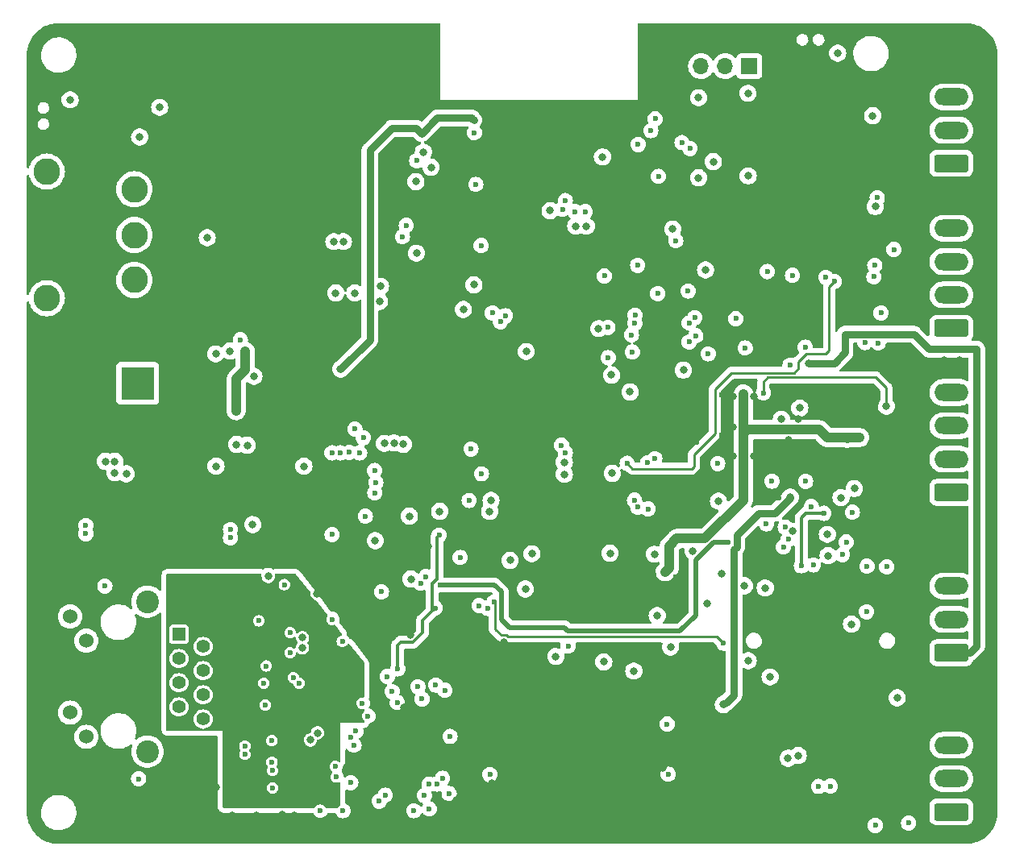
<source format=gbr>
G04 #@! TF.GenerationSoftware,KiCad,Pcbnew,7.0.2*
G04 #@! TF.CreationDate,2023-07-09T14:41:58+03:00*
G04 #@! TF.ProjectId,ELIESTER_V2,454c4945-5354-4455-925f-56322e6b6963,rev?*
G04 #@! TF.SameCoordinates,Original*
G04 #@! TF.FileFunction,Copper,L3,Inr*
G04 #@! TF.FilePolarity,Positive*
%FSLAX46Y46*%
G04 Gerber Fmt 4.6, Leading zero omitted, Abs format (unit mm)*
G04 Created by KiCad (PCBNEW 7.0.2) date 2023-07-09 14:41:58*
%MOMM*%
%LPD*%
G01*
G04 APERTURE LIST*
G04 Aperture macros list*
%AMRoundRect*
0 Rectangle with rounded corners*
0 $1 Rounding radius*
0 $2 $3 $4 $5 $6 $7 $8 $9 X,Y pos of 4 corners*
0 Add a 4 corners polygon primitive as box body*
4,1,4,$2,$3,$4,$5,$6,$7,$8,$9,$2,$3,0*
0 Add four circle primitives for the rounded corners*
1,1,$1+$1,$2,$3*
1,1,$1+$1,$4,$5*
1,1,$1+$1,$6,$7*
1,1,$1+$1,$8,$9*
0 Add four rect primitives between the rounded corners*
20,1,$1+$1,$2,$3,$4,$5,0*
20,1,$1+$1,$4,$5,$6,$7,0*
20,1,$1+$1,$6,$7,$8,$9,0*
20,1,$1+$1,$8,$9,$2,$3,0*%
G04 Aperture macros list end*
G04 #@! TA.AperFunction,ComponentPad*
%ADD10R,3.500000X3.500000*%
G04 #@! TD*
G04 #@! TA.AperFunction,ComponentPad*
%ADD11RoundRect,0.750000X-0.750000X-1.000000X0.750000X-1.000000X0.750000X1.000000X-0.750000X1.000000X0*%
G04 #@! TD*
G04 #@! TA.AperFunction,ComponentPad*
%ADD12RoundRect,0.875000X-0.875000X-0.875000X0.875000X-0.875000X0.875000X0.875000X-0.875000X0.875000X0*%
G04 #@! TD*
G04 #@! TA.AperFunction,ComponentPad*
%ADD13RoundRect,0.250000X1.550000X-0.650000X1.550000X0.650000X-1.550000X0.650000X-1.550000X-0.650000X0*%
G04 #@! TD*
G04 #@! TA.AperFunction,ComponentPad*
%ADD14O,3.600000X1.800000*%
G04 #@! TD*
G04 #@! TA.AperFunction,ComponentPad*
%ADD15O,1.900000X1.200000*%
G04 #@! TD*
G04 #@! TA.AperFunction,ComponentPad*
%ADD16C,1.450000*%
G04 #@! TD*
G04 #@! TA.AperFunction,ComponentPad*
%ADD17R,1.700000X1.700000*%
G04 #@! TD*
G04 #@! TA.AperFunction,ComponentPad*
%ADD18O,1.700000X1.700000*%
G04 #@! TD*
G04 #@! TA.AperFunction,ComponentPad*
%ADD19C,2.800000*%
G04 #@! TD*
G04 #@! TA.AperFunction,ComponentPad*
%ADD20R,1.400000X1.400000*%
G04 #@! TD*
G04 #@! TA.AperFunction,ComponentPad*
%ADD21C,1.400000*%
G04 #@! TD*
G04 #@! TA.AperFunction,ComponentPad*
%ADD22C,1.530000*%
G04 #@! TD*
G04 #@! TA.AperFunction,ComponentPad*
%ADD23C,2.400000*%
G04 #@! TD*
G04 #@! TA.AperFunction,ViaPad*
%ADD24C,0.800000*%
G04 #@! TD*
G04 #@! TA.AperFunction,ViaPad*
%ADD25C,0.600000*%
G04 #@! TD*
G04 #@! TA.AperFunction,Conductor*
%ADD26C,0.750000*%
G04 #@! TD*
G04 #@! TA.AperFunction,Conductor*
%ADD27C,0.350000*%
G04 #@! TD*
G04 #@! TA.AperFunction,Conductor*
%ADD28C,1.000000*%
G04 #@! TD*
G04 #@! TA.AperFunction,Conductor*
%ADD29C,0.254000*%
G04 #@! TD*
G04 #@! TA.AperFunction,Conductor*
%ADD30C,0.500000*%
G04 #@! TD*
G04 APERTURE END LIST*
D10*
X172300000Y-92800000D03*
D11*
X166300000Y-92800000D03*
D12*
X169300000Y-97500000D03*
D13*
X257735000Y-104250000D03*
D14*
X257735000Y-100750000D03*
X257735000Y-97250000D03*
X257735000Y-93750000D03*
D15*
X162212500Y-105000000D03*
D16*
X164912500Y-106000000D03*
X164912500Y-111000000D03*
D15*
X162212500Y-112000000D03*
D17*
X236530000Y-59475000D03*
D18*
X233990000Y-59475000D03*
X231450000Y-59475000D03*
X228910000Y-59475000D03*
D13*
X257735000Y-121100000D03*
D14*
X257735000Y-117600000D03*
X257735000Y-114100000D03*
X257735000Y-110600000D03*
D19*
X171950000Y-81925000D03*
X171950000Y-77200000D03*
X171950000Y-72400000D03*
X162750000Y-70550000D03*
X162750000Y-83850000D03*
D20*
X176630000Y-119170000D03*
D21*
X179170000Y-120440000D03*
X176630000Y-121710000D03*
X179170000Y-122980000D03*
X176630000Y-124250000D03*
X179170000Y-125520000D03*
X176630000Y-126790000D03*
X179170000Y-128060000D03*
D22*
X165200000Y-117290000D03*
X166900000Y-119830000D03*
X165200000Y-127400000D03*
X166900000Y-129940000D03*
D23*
X173330000Y-115740000D03*
X173330000Y-131490000D03*
D13*
X257735000Y-69695000D03*
D14*
X257735000Y-66195000D03*
X257735000Y-62695000D03*
X257735000Y-59195000D03*
D13*
X257735000Y-137825000D03*
D14*
X257735000Y-134325000D03*
X257735000Y-130825000D03*
X257735000Y-127325000D03*
D13*
X257735000Y-87000000D03*
D14*
X257735000Y-83500000D03*
X257735000Y-80000000D03*
X257735000Y-76500000D03*
D24*
X172600000Y-61900000D03*
X191125000Y-110825000D03*
X175000000Y-138000000D03*
X188700000Y-138200000D03*
X225400000Y-55600000D03*
D25*
X243200000Y-72400000D03*
D24*
X220600000Y-66000000D03*
X205775000Y-136575000D03*
X225600000Y-90600000D03*
X213250000Y-133750000D03*
D25*
X218000000Y-137000000D03*
D24*
X177200000Y-58800000D03*
X181000000Y-76500000D03*
X211500000Y-124000000D03*
X226600000Y-57200000D03*
D25*
X191400000Y-62000000D03*
D24*
X252200000Y-94400000D03*
X256200000Y-108600000D03*
X176400000Y-137000000D03*
X226600000Y-58600000D03*
D25*
X220200000Y-134400000D03*
D24*
X255150000Y-132650000D03*
X196100000Y-110600000D03*
X228000000Y-135250000D03*
X174000000Y-105400000D03*
D25*
X191600000Y-73800000D03*
D24*
X208200000Y-94600000D03*
X225400000Y-60400000D03*
X227750000Y-136750000D03*
X240025000Y-126650000D03*
X176800000Y-80200000D03*
X182700000Y-80700000D03*
X217800000Y-90400000D03*
X209300000Y-124150000D03*
X209525000Y-134775000D03*
X249730000Y-94900000D03*
X213800000Y-66000000D03*
X211500000Y-97000000D03*
D25*
X228800000Y-99000000D03*
D24*
X221524191Y-106652056D03*
X166000000Y-72550000D03*
X219500000Y-138500000D03*
X231500000Y-135850000D03*
X165800000Y-74950000D03*
X230250000Y-136750000D03*
X211500000Y-127750000D03*
X210800000Y-63600000D03*
X187500000Y-138100000D03*
X220600000Y-64800000D03*
X258600000Y-90400000D03*
X233100000Y-123200000D03*
X213800000Y-64800000D03*
X170400000Y-136000000D03*
X210750000Y-134750000D03*
X203400000Y-57000000D03*
X178200000Y-88600000D03*
X214250000Y-136750000D03*
X203800000Y-117600000D03*
X202000000Y-58000000D03*
X256400000Y-106400000D03*
D25*
X189400000Y-75000000D03*
D24*
X185400000Y-75600000D03*
D25*
X189400000Y-76200000D03*
D24*
X215250000Y-137500000D03*
X215600000Y-63600000D03*
X213250000Y-136750000D03*
D25*
X245800000Y-83400000D03*
D24*
X227375000Y-135900000D03*
D25*
X220200000Y-133600000D03*
D24*
X226475000Y-123200000D03*
X212250000Y-134750000D03*
X170400000Y-137400000D03*
X204000000Y-104600000D03*
X180100000Y-138000000D03*
D25*
X233600000Y-98200000D03*
D24*
X175000000Y-137000000D03*
X226600000Y-61800000D03*
X214250000Y-134750000D03*
X210750000Y-137750000D03*
X219000000Y-63600000D03*
X176800000Y-84000000D03*
X169200000Y-56400000D03*
D25*
X238100000Y-104800000D03*
D24*
X167250000Y-90250000D03*
X209600000Y-63600000D03*
X176500000Y-138100000D03*
X172600000Y-121600000D03*
X234250000Y-133050000D03*
X189000000Y-81300000D03*
X198500000Y-79250000D03*
X224600000Y-133600000D03*
X248500000Y-133600000D03*
X219500000Y-137500000D03*
X202000000Y-60800000D03*
X202000000Y-59200000D03*
X226000000Y-97400000D03*
X226600000Y-55600000D03*
D25*
X240754977Y-111499500D03*
D24*
X199525000Y-104425000D03*
D25*
X218800000Y-135400000D03*
D24*
X253800000Y-108600000D03*
X177700000Y-73625000D03*
X213250000Y-135750000D03*
D25*
X218800000Y-137000000D03*
D24*
X177000000Y-105400000D03*
X180000000Y-131250000D03*
X217250000Y-110250000D03*
X220600000Y-63600000D03*
X208200000Y-87200000D03*
X169200000Y-58600000D03*
X248500000Y-103000000D03*
D25*
X184900000Y-86925000D03*
X209473500Y-109573500D03*
D24*
X216000000Y-127750000D03*
X210750000Y-120000000D03*
X177500000Y-138000000D03*
X229800000Y-66400000D03*
X163125000Y-79300000D03*
X195700000Y-113100000D03*
D25*
X253800000Y-90600000D03*
D24*
X200625000Y-109800000D03*
X180500000Y-135200000D03*
X219750000Y-128000000D03*
X163200000Y-74850000D03*
X254900000Y-118925000D03*
X176800000Y-103200000D03*
D25*
X205000000Y-90000000D03*
X189200000Y-56000000D03*
D24*
X247200000Y-83600000D03*
X224750000Y-138000000D03*
X177200000Y-56400000D03*
X220500000Y-137500000D03*
X253800000Y-92400000D03*
X231500000Y-137000000D03*
D25*
X184600000Y-97200000D03*
D24*
X232300000Y-121573500D03*
D25*
X219400000Y-135100000D03*
D24*
X225500000Y-124750000D03*
X215600000Y-64800000D03*
D25*
X200050000Y-134450000D03*
D24*
X243900000Y-121775000D03*
X208200000Y-88600000D03*
X200900000Y-119225000D03*
D25*
X218000000Y-136200000D03*
D24*
X223000000Y-90800000D03*
X217400000Y-63600000D03*
D25*
X219500000Y-136200000D03*
X235400000Y-77200000D03*
D24*
X208200000Y-100400000D03*
X184800000Y-138200000D03*
X258600000Y-106400000D03*
X212400000Y-86400000D03*
X226600000Y-60400000D03*
X212250000Y-136750000D03*
X212250000Y-137750000D03*
D25*
X227000000Y-90600000D03*
X187000000Y-96200000D03*
D24*
X213800000Y-127600000D03*
X173000000Y-128600000D03*
D25*
X246800000Y-82000000D03*
D24*
X211750000Y-104000000D03*
X202800000Y-109900000D03*
D25*
X194400000Y-73800000D03*
D24*
X212250000Y-135750000D03*
X217800000Y-91800000D03*
D25*
X191400000Y-58200000D03*
D24*
X163175000Y-76525000D03*
X228000000Y-130250000D03*
X225400000Y-57200000D03*
D25*
X231000000Y-99000000D03*
D24*
X249600000Y-83200000D03*
X210800000Y-121400000D03*
D25*
X243200000Y-65600000D03*
D24*
X210800000Y-64800000D03*
X202000000Y-62200000D03*
D25*
X195500000Y-132473500D03*
D24*
X202000000Y-55600000D03*
X178800000Y-138100000D03*
X200600000Y-108625000D03*
D25*
X226000000Y-93200000D03*
X190000000Y-72600000D03*
D24*
X210750000Y-135750000D03*
X241796500Y-84200000D03*
X203400000Y-55600000D03*
X247750000Y-110950000D03*
X235400000Y-90600000D03*
X220200000Y-113400000D03*
X166000000Y-69700000D03*
X173900000Y-137100000D03*
D25*
X187700000Y-86850000D03*
D24*
X225400000Y-58600000D03*
X209775000Y-122750000D03*
X222361939Y-88928724D03*
D25*
X218800000Y-136200000D03*
D24*
X167300000Y-105800000D03*
D25*
X198000000Y-95600000D03*
X191400000Y-64600000D03*
D24*
X217800000Y-93200000D03*
D25*
X232800000Y-78600000D03*
D24*
X192126500Y-139992906D03*
X209000000Y-103700000D03*
X203400000Y-62200000D03*
X167300000Y-104800000D03*
X246350000Y-103270000D03*
X246750000Y-95062158D03*
D25*
X187000000Y-76200000D03*
D24*
X178300000Y-135200000D03*
X213250000Y-134750000D03*
D25*
X186400000Y-97200000D03*
D24*
X216000000Y-125000000D03*
X178200000Y-84000000D03*
X213250000Y-137750000D03*
X177200000Y-61600000D03*
X215600000Y-66000000D03*
D25*
X227000000Y-88500000D03*
X239800000Y-119300000D03*
D24*
X167300000Y-103200000D03*
X214250000Y-137750000D03*
X234800000Y-94200000D03*
D25*
X190000000Y-73800000D03*
D24*
X258600000Y-108600000D03*
X217400000Y-66000000D03*
X234800000Y-97400000D03*
X208200000Y-85200000D03*
X175725000Y-73500000D03*
X217000000Y-124000000D03*
X214250000Y-133750000D03*
D25*
X243000000Y-74000000D03*
D24*
X172400000Y-137400000D03*
X226000000Y-129000000D03*
D25*
X245800000Y-84600000D03*
D24*
X240675347Y-98769962D03*
X227300000Y-125500000D03*
X212500000Y-122500000D03*
X200936286Y-67436286D03*
D25*
X239600000Y-82000000D03*
D24*
X224600000Y-129450000D03*
X226000000Y-95000000D03*
X254875000Y-127600000D03*
X250800000Y-100800000D03*
X217250000Y-112750000D03*
X226000000Y-99400000D03*
D25*
X233600000Y-94000000D03*
D24*
X230250000Y-135500000D03*
X253075000Y-134275000D03*
D25*
X233400000Y-91600000D03*
D24*
X213800000Y-63600000D03*
X233300000Y-125200000D03*
D25*
X205000000Y-94200000D03*
X204800000Y-115900000D03*
X205000000Y-96600000D03*
D24*
X224750000Y-136750000D03*
X244275000Y-118350000D03*
X252200000Y-92400000D03*
X182400000Y-56400000D03*
X212400000Y-64800000D03*
X228250000Y-123500000D03*
D25*
X228800000Y-113100000D03*
D24*
X177200000Y-65000000D03*
X232000000Y-100400000D03*
X237000000Y-94200000D03*
X172600000Y-124800000D03*
D25*
X193400000Y-73800000D03*
D24*
X203400000Y-59200000D03*
X217800000Y-95600000D03*
X182400000Y-58800000D03*
D25*
X253800000Y-74400000D03*
D24*
X182200000Y-138200000D03*
X226000000Y-136000000D03*
X251150000Y-98350000D03*
X217400000Y-64800000D03*
D25*
X232800000Y-77200000D03*
D24*
X165950000Y-76550000D03*
X203400000Y-60800000D03*
X253800000Y-111400000D03*
X203400000Y-58000000D03*
X191150000Y-112725000D03*
X252600000Y-118025000D03*
D25*
X191400000Y-56000000D03*
X219400000Y-133600000D03*
D24*
X234800000Y-100400000D03*
D25*
X200100000Y-133500000D03*
D24*
X254875000Y-124850000D03*
D25*
X187000000Y-99600000D03*
X184400000Y-56000000D03*
X220200000Y-136300000D03*
X225175000Y-88175000D03*
D24*
X200275000Y-126850000D03*
X227400000Y-133200000D03*
X211600000Y-101900000D03*
X210800000Y-66000000D03*
X210750000Y-136750000D03*
X208200000Y-97400000D03*
X209600000Y-66000000D03*
X187100000Y-70300000D03*
D25*
X191400000Y-60200000D03*
X239600000Y-104800000D03*
X188200000Y-76200000D03*
D24*
X209600000Y-64800000D03*
X219000000Y-66000000D03*
D25*
X186400000Y-56000000D03*
D24*
X247875000Y-119325000D03*
X212400000Y-63600000D03*
X202000000Y-57000000D03*
X177600000Y-98000000D03*
X225400000Y-61800000D03*
X174200000Y-103200000D03*
D25*
X188400000Y-99600000D03*
D24*
X247900000Y-121350000D03*
X178000000Y-80000000D03*
X178200000Y-91200000D03*
X173800000Y-106800000D03*
X253800000Y-94400000D03*
D25*
X205000000Y-87200000D03*
D24*
X179300000Y-135200000D03*
X201699500Y-112300000D03*
D25*
X219400000Y-134400000D03*
D24*
X214250000Y-135750000D03*
X178700000Y-136900000D03*
X176000000Y-98000000D03*
X212400000Y-66000000D03*
D25*
X220200000Y-135100000D03*
D24*
X198900000Y-118200000D03*
D25*
X248973500Y-110200000D03*
D24*
X212000000Y-112750000D03*
X176800000Y-88600000D03*
X167250000Y-89000000D03*
X219000000Y-64800000D03*
X237000000Y-100400000D03*
D25*
X235200000Y-78400000D03*
D24*
X182200000Y-73800000D03*
D25*
X218000000Y-135400000D03*
D24*
X215500000Y-136500000D03*
X173200000Y-56400000D03*
X191150000Y-114875000D03*
X177600000Y-136900000D03*
X174000000Y-119400000D03*
D25*
X186350000Y-86825000D03*
X243200000Y-63600000D03*
D24*
X241640000Y-96540000D03*
X218000000Y-127750000D03*
X257000000Y-90400000D03*
X226000000Y-137500000D03*
X172400000Y-136000000D03*
X203375000Y-120500000D03*
X220600000Y-114800000D03*
D25*
X191400000Y-65600000D03*
X245800000Y-86200000D03*
X226900000Y-83370500D03*
D24*
X231195000Y-62780000D03*
D25*
X203943003Y-108756997D03*
D24*
X186000000Y-113080500D03*
D25*
X199600000Y-122800000D03*
X207600000Y-65150000D03*
X203526500Y-116400000D03*
D24*
X200832500Y-106750000D03*
X181997500Y-89400000D03*
X240829618Y-104742906D03*
X189750000Y-101500000D03*
X213100000Y-89450000D03*
D25*
X202100000Y-66550000D03*
D24*
X193600000Y-91300000D03*
X220694500Y-87050000D03*
X231195000Y-71200000D03*
X231925000Y-80875000D03*
X204000000Y-106250000D03*
X233800000Y-126550500D03*
D25*
X228800000Y-77800000D03*
X230100000Y-83100000D03*
X208353500Y-78311500D03*
D24*
X207600000Y-82446500D03*
X165200000Y-63000000D03*
D25*
X207650000Y-66450000D03*
D24*
X200978569Y-113351141D03*
X168900000Y-101000000D03*
X169900000Y-102200000D03*
X197800000Y-82600000D03*
X169900000Y-101000000D03*
X171100000Y-102300000D03*
X197700000Y-84200000D03*
D25*
X204300000Y-134300000D03*
X203700000Y-134900000D03*
D24*
X193100000Y-83300000D03*
X239890000Y-96570462D03*
X182650000Y-95675000D03*
D25*
X183575000Y-89400000D03*
D24*
X193900000Y-77900000D03*
D25*
X243800000Y-135150000D03*
D24*
X180525000Y-101500000D03*
D25*
X183075000Y-88225000D03*
D24*
X241824500Y-95400000D03*
X242800000Y-90700000D03*
X192900000Y-77900000D03*
D25*
X202900000Y-134900000D03*
D24*
X195100000Y-83300000D03*
D25*
X245025000Y-135125000D03*
D24*
X182675000Y-99225000D03*
X184370306Y-107636836D03*
X174600000Y-63794500D03*
X179600000Y-77500000D03*
X172500000Y-66900000D03*
D25*
X194672479Y-134755500D03*
X203600000Y-124500000D03*
X193842855Y-137707145D03*
X186400000Y-132600000D03*
X191480000Y-137650000D03*
X186400000Y-130350000D03*
D24*
X183800000Y-99300000D03*
X221100000Y-69000000D03*
D25*
X197170645Y-101946500D03*
X224850000Y-67700000D03*
X187700000Y-113950000D03*
X188300000Y-119000000D03*
X196476500Y-127750500D03*
X193050000Y-133050000D03*
X198276500Y-136076500D03*
X188300000Y-121100000D03*
X221300000Y-81515500D03*
X197200000Y-104300000D03*
D24*
X245800000Y-58100000D03*
X228478000Y-76583068D03*
D25*
X197300000Y-103200000D03*
X224800000Y-80400000D03*
X185000000Y-117750000D03*
X250050000Y-88550000D03*
X250350000Y-85400000D03*
X249750000Y-139250000D03*
X253250000Y-139000000D03*
D24*
X226550000Y-110750000D03*
X228250000Y-120500000D03*
X232750000Y-69500000D03*
X219400000Y-76273500D03*
X241650000Y-131900000D03*
X218300000Y-76273500D03*
X240600000Y-132200000D03*
D25*
X182036733Y-109025000D03*
X166850000Y-107750000D03*
X166850000Y-108600000D03*
X182036733Y-108175000D03*
X188649479Y-123699479D03*
X183550000Y-131775000D03*
D24*
X244800000Y-110900000D03*
X238200000Y-114300000D03*
X244711762Y-108670841D03*
D25*
X183550000Y-130925000D03*
X189250521Y-124300521D03*
D24*
X197240515Y-109336351D03*
D25*
X196200000Y-106750000D03*
X192706997Y-108693003D03*
X185700000Y-126600000D03*
X185800000Y-122500000D03*
X185550000Y-124300000D03*
X251700000Y-78725000D03*
D24*
X217094500Y-101095000D03*
X222050703Y-91925703D03*
D25*
X230784746Y-85900195D03*
X224520500Y-85630077D03*
X221675000Y-86925000D03*
X210900000Y-85700000D03*
X221700000Y-90100000D03*
X224150000Y-87700000D03*
X235100000Y-86000000D03*
D24*
X191171232Y-129528768D03*
X189600000Y-120575000D03*
X189600000Y-119525000D03*
X190428768Y-130271232D03*
X252050000Y-125850000D03*
X247250000Y-118100000D03*
D25*
X248825000Y-116800000D03*
X250950000Y-112075000D03*
X229450000Y-67500000D03*
X230300000Y-68126500D03*
X238400000Y-81050000D03*
X249600000Y-81600000D03*
D24*
X201573500Y-79120000D03*
X199210543Y-99058649D03*
D25*
X206150000Y-111100000D03*
D24*
X203100000Y-70100000D03*
X224000000Y-93700000D03*
X238700000Y-123649500D03*
X230600000Y-110400000D03*
X222131492Y-102252581D03*
X221900000Y-110650000D03*
X236400000Y-121950500D03*
X236025000Y-114075000D03*
X233600688Y-112800688D03*
X226850000Y-117200000D03*
X232115115Y-115897522D03*
X224399500Y-123026500D03*
X213000000Y-114400000D03*
X221240104Y-122069478D03*
X202300000Y-68500000D03*
X200200000Y-99200000D03*
X241073085Y-108342085D03*
X246150000Y-104800000D03*
D25*
X238000000Y-93800000D03*
D24*
X250909502Y-95189502D03*
X189800000Y-133300000D03*
X181700000Y-126100000D03*
X180100000Y-114400000D03*
X189800000Y-134400000D03*
X191000000Y-132100000D03*
X183800000Y-133300000D03*
X180000000Y-116000000D03*
X182000000Y-114400000D03*
X184400000Y-127000000D03*
X182000000Y-116000000D03*
X184400000Y-128200000D03*
X183100000Y-136900000D03*
X183200000Y-128200000D03*
X183200000Y-127000000D03*
X177800000Y-116000000D03*
X182300000Y-132600000D03*
X186800000Y-128200000D03*
X191700000Y-131400000D03*
X185500000Y-116500000D03*
X191000000Y-134200000D03*
X182400000Y-122500000D03*
X191000000Y-133100000D03*
X181700000Y-128200000D03*
X183100000Y-136000000D03*
D25*
X182700000Y-118800000D03*
D24*
X185400000Y-128200000D03*
X181000000Y-122500000D03*
X189800000Y-132000000D03*
X176200000Y-116000000D03*
D25*
X184350000Y-124250000D03*
D24*
X182200000Y-135300000D03*
X181700000Y-127100000D03*
D25*
X188600000Y-122200000D03*
X181650000Y-120750000D03*
D24*
X177800000Y-114400000D03*
X176100000Y-117500000D03*
X177800000Y-117500000D03*
X176000000Y-114400000D03*
D25*
X230204773Y-86450500D03*
X224496534Y-86490371D03*
X232200000Y-89700000D03*
X224250000Y-89500000D03*
X249700000Y-80400000D03*
X210394544Y-86319450D03*
X217200000Y-100100000D03*
X208400000Y-102300000D03*
X242400000Y-89000000D03*
X238900000Y-103073500D03*
X225822332Y-101126500D03*
X242430000Y-103100000D03*
X216800000Y-99300000D03*
X226600000Y-100700000D03*
X233200000Y-101230500D03*
X207300000Y-99700000D03*
X243030260Y-105752606D03*
X247348500Y-106335002D03*
X226973500Y-71050000D03*
X209050000Y-116450000D03*
D24*
X209250000Y-106250000D03*
X213699500Y-110700000D03*
D25*
X226635066Y-65003463D03*
X207100000Y-105100000D03*
D24*
X209400000Y-105100000D03*
X211396500Y-111400000D03*
D25*
X208150000Y-116150000D03*
X226176500Y-66250000D03*
X193137500Y-134162500D03*
X168850000Y-114100000D03*
X197650000Y-136703500D03*
X172400000Y-134350000D03*
X186450000Y-135300000D03*
X186450000Y-133473500D03*
X193779977Y-119920023D03*
D24*
X198200000Y-99100000D03*
D25*
X195876500Y-126400000D03*
D24*
X201505500Y-71600000D03*
D25*
X201726927Y-124676927D03*
X218200000Y-74753500D03*
D24*
X184500000Y-92050000D03*
X180500000Y-89700000D03*
D25*
X244550000Y-81650000D03*
X230200000Y-88450000D03*
X241050000Y-81450000D03*
X230900000Y-87800000D03*
X240800000Y-90900000D03*
X236100000Y-89076500D03*
X217500000Y-120400000D03*
X216900000Y-74500000D03*
D24*
X215600000Y-74653500D03*
X216200000Y-121500000D03*
D25*
X219300000Y-74753500D03*
X195014843Y-130826500D03*
X204546500Y-125053500D03*
X217200000Y-73600000D03*
X202156997Y-125956997D03*
X207800000Y-71900000D03*
X192700000Y-100100000D03*
X195200000Y-129350000D03*
X195100000Y-97600000D03*
X198500000Y-123600000D03*
X199006503Y-125179503D03*
X194650000Y-130000000D03*
X199545023Y-126324417D03*
D24*
X236400000Y-71000000D03*
D25*
X248650000Y-88500000D03*
X249950000Y-73300000D03*
D24*
X249744972Y-74218565D03*
D25*
X209550000Y-85400000D03*
D24*
X236373363Y-62320500D03*
X249470000Y-64675000D03*
D25*
X245446500Y-82100000D03*
X223694500Y-101200000D03*
D24*
X247550000Y-103850000D03*
X233275500Y-105163967D03*
X229600000Y-91400000D03*
X217094500Y-102350000D03*
D25*
X209700000Y-115800000D03*
X233800000Y-120100000D03*
D24*
X206500500Y-85035314D03*
D25*
X200500000Y-76200000D03*
X201600000Y-69400000D03*
X205100000Y-129900000D03*
X227900000Y-128600000D03*
D24*
X248110000Y-98480000D03*
X235900000Y-95500000D03*
X227700000Y-112600000D03*
D25*
X235800000Y-101200000D03*
D24*
X235900000Y-93900000D03*
X246830000Y-98560000D03*
D25*
X243250000Y-111875500D03*
X248876500Y-112009022D03*
X224469500Y-105072006D03*
X240292238Y-107895562D03*
X224800000Y-105800000D03*
X240611570Y-109192557D03*
X240100000Y-110000000D03*
X238314274Y-107558226D03*
X225900000Y-106000500D03*
X246700000Y-109473500D03*
X246300000Y-110800000D03*
X244350000Y-106450500D03*
X241980000Y-111970000D03*
X202573500Y-113100000D03*
X192700000Y-117600000D03*
X195600000Y-100100000D03*
X202000000Y-113800000D03*
X197900000Y-114700000D03*
X234284230Y-109504363D03*
X204050353Y-113969473D03*
X202400000Y-136100000D03*
X227993971Y-133875500D03*
X205000000Y-135900000D03*
X209274209Y-133911166D03*
X200100000Y-77400000D03*
X196000000Y-98500000D03*
X194521769Y-100050243D03*
X193586006Y-100100000D03*
X202915353Y-137499551D03*
X201300000Y-137700000D03*
D26*
X233800000Y-126550500D02*
X234000500Y-126350000D01*
D27*
X202200000Y-119021016D02*
X202200000Y-117726500D01*
D26*
X234000500Y-126350000D02*
X234100000Y-126350000D01*
X201550000Y-66000000D02*
X202100000Y-66550000D01*
D27*
X199600000Y-122800000D02*
X199600000Y-120300000D01*
D26*
X235200000Y-109975000D02*
X235200000Y-108750000D01*
X240829618Y-104807819D02*
X240829618Y-104742906D01*
D27*
X202200000Y-117726500D02*
X203213250Y-116713250D01*
D26*
X196675000Y-68300000D02*
X198975000Y-66000000D01*
D27*
X199600000Y-120300000D02*
X199900000Y-120000000D01*
X203700000Y-109000000D02*
X203943003Y-108756997D01*
D26*
X234100000Y-126350000D02*
X234900000Y-125550000D01*
D27*
X199900000Y-120000000D02*
X201221016Y-120000000D01*
D26*
X203750000Y-64900000D02*
X207375000Y-64900000D01*
X207375000Y-64925000D02*
X207600000Y-65150000D01*
X198975000Y-66000000D02*
X201550000Y-66000000D01*
D27*
X201221016Y-120000000D02*
X202200000Y-119021016D01*
X203213250Y-113851981D02*
X203700000Y-113365231D01*
D26*
X202100000Y-66550000D02*
X203750000Y-64900000D01*
D27*
X203213250Y-116713250D02*
X203526500Y-116400000D01*
X203700000Y-113365231D02*
X203700000Y-109000000D01*
D26*
X237501837Y-106448163D02*
X239189274Y-106448163D01*
X193600000Y-91300000D02*
X196675000Y-88225000D01*
X207375000Y-64900000D02*
X207375000Y-64925000D01*
X234900000Y-125550000D02*
X234900000Y-110275000D01*
D27*
X203213250Y-116713250D02*
X203213250Y-113851981D01*
D26*
X234900000Y-110275000D02*
X235200000Y-109975000D01*
X196675000Y-88225000D02*
X196675000Y-68300000D01*
X235200000Y-108750000D02*
X237501837Y-106448163D01*
X239189274Y-106448163D02*
X240829618Y-104807819D01*
X246575000Y-89555000D02*
X246575000Y-87625000D01*
X246575000Y-87625000D02*
X253825000Y-87625000D01*
D28*
X183575000Y-91391080D02*
X182650000Y-92316080D01*
D26*
X260400000Y-120400000D02*
X259700000Y-121100000D01*
X255400000Y-89200000D02*
X260400000Y-89200000D01*
X260400000Y-89200000D02*
X260400000Y-120400000D01*
D28*
X183575000Y-89400000D02*
X183575000Y-91391080D01*
D26*
X242800000Y-90700000D02*
X245430000Y-90700000D01*
X259700000Y-121100000D02*
X257735000Y-121100000D01*
X253825000Y-87625000D02*
X255400000Y-89200000D01*
D28*
X182650000Y-92316080D02*
X182650000Y-95675000D01*
D26*
X245430000Y-90700000D02*
X246575000Y-89555000D01*
D29*
X238000000Y-92640000D02*
X238460000Y-92180000D01*
X249810000Y-92180000D02*
X250909502Y-93279502D01*
X238460000Y-92180000D02*
X249810000Y-92180000D01*
X238000000Y-93800000D02*
X238000000Y-92640000D01*
X250909502Y-93279502D02*
X250909502Y-95189502D01*
X230700000Y-100300000D02*
X232900000Y-98100000D01*
X223694500Y-101200000D02*
X224248000Y-101753500D01*
X230446500Y-101753500D02*
X230700000Y-101500000D01*
X242500000Y-89700000D02*
X244520000Y-89700000D01*
X241200000Y-91700000D02*
X241700000Y-91200000D01*
X230700000Y-101500000D02*
X230700000Y-100300000D01*
X232900000Y-93400000D02*
X234600000Y-91700000D01*
X244520000Y-89700000D02*
X244898000Y-89322000D01*
X241700000Y-90500000D02*
X242500000Y-89700000D01*
X244898000Y-82648500D02*
X245446500Y-82100000D01*
X244898000Y-89322000D02*
X244898000Y-82648500D01*
X224248000Y-101753500D02*
X230446500Y-101753500D01*
X234600000Y-91700000D02*
X241200000Y-91700000D01*
X232900000Y-98100000D02*
X232900000Y-93400000D01*
X241700000Y-91200000D02*
X241700000Y-90500000D01*
X233800000Y-120100000D02*
X233550000Y-119850000D01*
X209800000Y-118600000D02*
X209800000Y-115900000D01*
X211051134Y-119273000D02*
X210473000Y-119273000D01*
X233100000Y-119400000D02*
X211178134Y-119400000D01*
X210473000Y-119273000D02*
X209800000Y-118600000D01*
X233550000Y-119850000D02*
X233100000Y-119400000D01*
X209800000Y-115900000D02*
X209700000Y-115800000D01*
X211178134Y-119400000D02*
X211051134Y-119273000D01*
D28*
X246830000Y-98560000D02*
X246910000Y-98480000D01*
X246750000Y-98480000D02*
X246830000Y-98560000D01*
X246910000Y-98480000D02*
X248110000Y-98480000D01*
X235900000Y-105056498D02*
X235900000Y-98060000D01*
X228100000Y-112200000D02*
X228100000Y-109900000D01*
X244690000Y-98480000D02*
X246750000Y-98480000D01*
X228100000Y-109900000D02*
X228900000Y-109100000D01*
X227700000Y-112600000D02*
X228100000Y-112200000D01*
X228900000Y-109100000D02*
X231856498Y-109100000D01*
X235900000Y-95500000D02*
X235900000Y-93900000D01*
X243879962Y-97669962D02*
X244260000Y-98050000D01*
D27*
X227599500Y-112600000D02*
X227700000Y-112600000D01*
D28*
X235900000Y-98060000D02*
X235900000Y-95500000D01*
X231856498Y-109100000D02*
X235900000Y-105056498D01*
X235900000Y-98060000D02*
X236290038Y-97669962D01*
X244260000Y-98050000D02*
X244690000Y-98480000D01*
X236290038Y-97669962D02*
X243879962Y-97669962D01*
D27*
X241980000Y-111970000D02*
X241980000Y-106920000D01*
X241980000Y-106920000D02*
X242449500Y-106450500D01*
X242449500Y-106450500D02*
X244350000Y-106450500D01*
D30*
X230900000Y-117173000D02*
X230900000Y-111400000D01*
X204050353Y-113969473D02*
X209769473Y-113969473D01*
X211348000Y-118448000D02*
X217100000Y-118448000D01*
X232804363Y-109504363D02*
X234284230Y-109504363D01*
X217100000Y-118448000D02*
X217475000Y-118823000D01*
X217475000Y-118823000D02*
X229250000Y-118823000D01*
X230900000Y-111400000D02*
X232800000Y-109500000D01*
X209769473Y-113969473D02*
X210500000Y-114700000D01*
X210500000Y-114700000D02*
X210500000Y-117600000D01*
X229250000Y-118823000D02*
X230900000Y-117173000D01*
X232800000Y-109500000D02*
X232804363Y-109504363D01*
X210500000Y-117600000D02*
X211348000Y-118448000D01*
G04 #@! TA.AperFunction,Conductor*
G36*
X204042121Y-54970502D02*
G01*
X204088614Y-55024158D01*
X204100000Y-55076500D01*
X204100000Y-63000000D01*
X224800000Y-63000000D01*
X224800000Y-62780000D01*
X230289540Y-62780000D01*
X230309325Y-62968257D01*
X230367820Y-63148283D01*
X230462465Y-63312214D01*
X230512950Y-63368283D01*
X230589129Y-63452888D01*
X230742270Y-63564151D01*
X230742271Y-63564151D01*
X230742272Y-63564152D01*
X230915192Y-63641142D01*
X230915197Y-63641144D01*
X231100354Y-63680500D01*
X231100356Y-63680500D01*
X231289644Y-63680500D01*
X231289646Y-63680500D01*
X231474803Y-63641144D01*
X231647730Y-63564151D01*
X231800871Y-63452888D01*
X231927533Y-63312216D01*
X232022179Y-63148284D01*
X232073244Y-62991123D01*
X232080674Y-62968257D01*
X232088478Y-62894000D01*
X232100460Y-62780000D01*
X232080674Y-62591744D01*
X232080674Y-62591742D01*
X232022179Y-62411716D01*
X231969516Y-62320500D01*
X235467903Y-62320500D01*
X235487688Y-62508757D01*
X235546183Y-62688783D01*
X235640828Y-62852714D01*
X235640830Y-62852716D01*
X235767492Y-62993388D01*
X235920633Y-63104651D01*
X235920634Y-63104651D01*
X235920635Y-63104652D01*
X236093555Y-63181642D01*
X236093560Y-63181644D01*
X236278717Y-63221000D01*
X236278719Y-63221000D01*
X236468007Y-63221000D01*
X236468009Y-63221000D01*
X236653166Y-63181644D01*
X236826093Y-63104651D01*
X236979234Y-62993388D01*
X237105896Y-62852716D01*
X237200542Y-62688784D01*
X237217905Y-62635346D01*
X255430701Y-62635346D01*
X255440819Y-62873529D01*
X255491044Y-63106578D01*
X255579937Y-63327792D01*
X255704932Y-63530797D01*
X255829989Y-63672888D01*
X255862436Y-63709755D01*
X255892389Y-63733940D01*
X256047917Y-63859521D01*
X256047918Y-63859521D01*
X256047920Y-63859523D01*
X256256046Y-63975790D01*
X256480829Y-64055211D01*
X256715800Y-64095500D01*
X256715802Y-64095500D01*
X258691832Y-64095500D01*
X258694497Y-64095500D01*
X258856623Y-64081700D01*
X258872542Y-64080346D01*
X259013087Y-64043751D01*
X259103249Y-64020275D01*
X259320486Y-63922077D01*
X259518003Y-63788579D01*
X259690118Y-63623621D01*
X259831879Y-63431947D01*
X259939207Y-63219074D01*
X260009016Y-62991123D01*
X260039298Y-62754654D01*
X260029180Y-62516468D01*
X259988371Y-62327112D01*
X259978955Y-62283421D01*
X259933750Y-62170926D01*
X259890064Y-62062210D01*
X259765069Y-61859205D01*
X259765068Y-61859204D01*
X259765067Y-61859202D01*
X259607565Y-61680246D01*
X259422082Y-61530478D01*
X259213954Y-61414210D01*
X259088049Y-61369725D01*
X258989171Y-61334789D01*
X258754200Y-61294500D01*
X256775503Y-61294500D01*
X256772850Y-61294725D01*
X256772845Y-61294726D01*
X256597457Y-61309653D01*
X256366755Y-61369723D01*
X256149511Y-61467924D01*
X255951997Y-61601420D01*
X255779882Y-61766378D01*
X255638121Y-61958053D01*
X255530791Y-62170929D01*
X255460983Y-62398877D01*
X255430701Y-62635346D01*
X237217905Y-62635346D01*
X237256531Y-62516470D01*
X237259037Y-62508757D01*
X237270585Y-62398877D01*
X237278823Y-62320500D01*
X237259037Y-62132244D01*
X237259037Y-62132242D01*
X237200542Y-61952216D01*
X237105897Y-61788285D01*
X236979233Y-61647611D01*
X236826090Y-61536347D01*
X236653170Y-61459357D01*
X236653166Y-61459356D01*
X236468009Y-61420000D01*
X236278717Y-61420000D01*
X236117379Y-61454293D01*
X236093555Y-61459357D01*
X235920635Y-61536347D01*
X235767492Y-61647611D01*
X235640828Y-61788285D01*
X235546183Y-61952216D01*
X235487688Y-62132242D01*
X235467903Y-62320500D01*
X231969516Y-62320500D01*
X231927534Y-62247785D01*
X231829454Y-62138857D01*
X231800871Y-62107112D01*
X231739068Y-62062210D01*
X231647727Y-61995847D01*
X231474807Y-61918857D01*
X231474803Y-61918856D01*
X231289646Y-61879500D01*
X231100354Y-61879500D01*
X230939016Y-61913793D01*
X230915192Y-61918857D01*
X230742272Y-61995847D01*
X230589129Y-62107111D01*
X230462465Y-62247785D01*
X230367820Y-62411716D01*
X230309325Y-62591742D01*
X230289540Y-62780000D01*
X224800000Y-62780000D01*
X224800000Y-59474999D01*
X230094341Y-59474999D01*
X230114937Y-59710409D01*
X230176096Y-59938663D01*
X230275965Y-60152830D01*
X230411507Y-60346404D01*
X230578595Y-60513492D01*
X230578598Y-60513494D01*
X230578599Y-60513495D01*
X230772170Y-60649035D01*
X230886467Y-60702333D01*
X230986336Y-60748903D01*
X231069881Y-60771288D01*
X231214592Y-60810063D01*
X231450000Y-60830659D01*
X231685408Y-60810063D01*
X231913663Y-60748903D01*
X232127830Y-60649035D01*
X232321401Y-60513495D01*
X232488495Y-60346401D01*
X232616789Y-60163177D01*
X232672242Y-60118852D01*
X232742862Y-60111543D01*
X232806222Y-60143573D01*
X232823212Y-60163180D01*
X232951507Y-60346404D01*
X233118595Y-60513492D01*
X233118598Y-60513494D01*
X233118599Y-60513495D01*
X233312170Y-60649035D01*
X233426467Y-60702333D01*
X233526336Y-60748903D01*
X233609881Y-60771288D01*
X233754592Y-60810063D01*
X233990000Y-60830659D01*
X234225408Y-60810063D01*
X234453663Y-60748903D01*
X234667830Y-60649035D01*
X234861401Y-60513495D01*
X234981127Y-60393768D01*
X235043437Y-60359745D01*
X235114253Y-60364809D01*
X235171089Y-60407356D01*
X235188277Y-60438833D01*
X235236204Y-60567331D01*
X235322453Y-60682546D01*
X235408702Y-60747112D01*
X235437669Y-60768796D01*
X235572517Y-60819091D01*
X235632127Y-60825500D01*
X237427872Y-60825499D01*
X237487483Y-60819091D01*
X237622331Y-60768796D01*
X237737546Y-60682546D01*
X237823796Y-60567331D01*
X237874091Y-60432483D01*
X237880500Y-60372873D01*
X237880499Y-58577128D01*
X237874091Y-58517517D01*
X237823796Y-58382669D01*
X237801864Y-58353371D01*
X237737546Y-58267453D01*
X237622331Y-58181204D01*
X237511688Y-58139937D01*
X237487483Y-58130909D01*
X237480402Y-58130147D01*
X237431219Y-58124859D01*
X237431205Y-58124858D01*
X237427873Y-58124500D01*
X237424505Y-58124500D01*
X235635496Y-58124500D01*
X235635477Y-58124500D01*
X235632128Y-58124501D01*
X235628785Y-58124860D01*
X235628773Y-58124861D01*
X235572518Y-58130908D01*
X235437668Y-58181204D01*
X235322453Y-58267453D01*
X235236204Y-58382667D01*
X235188277Y-58511167D01*
X235145730Y-58568002D01*
X235079210Y-58592813D01*
X235009836Y-58577722D01*
X234981126Y-58556229D01*
X234861404Y-58436507D01*
X234667830Y-58300965D01*
X234453663Y-58201096D01*
X234225409Y-58139937D01*
X233990000Y-58119341D01*
X233754590Y-58139937D01*
X233526337Y-58201096D01*
X233312170Y-58300965D01*
X233118595Y-58436507D01*
X232951507Y-58603595D01*
X232823213Y-58786819D01*
X232767756Y-58831147D01*
X232697137Y-58838456D01*
X232633776Y-58806425D01*
X232616787Y-58786819D01*
X232488492Y-58603595D01*
X232321404Y-58436507D01*
X232127830Y-58300965D01*
X231913663Y-58201096D01*
X231685409Y-58139937D01*
X231513092Y-58124861D01*
X231450000Y-58119341D01*
X231449999Y-58119341D01*
X231214590Y-58139937D01*
X230986337Y-58201096D01*
X230772170Y-58300965D01*
X230578595Y-58436507D01*
X230411507Y-58603595D01*
X230275965Y-58797170D01*
X230176096Y-59011337D01*
X230114937Y-59239590D01*
X230094341Y-59474999D01*
X224800000Y-59474999D01*
X224800000Y-58100000D01*
X244894540Y-58100000D01*
X244914325Y-58288257D01*
X244972820Y-58468283D01*
X245067465Y-58632214D01*
X245067467Y-58632216D01*
X245194129Y-58772888D01*
X245347270Y-58884151D01*
X245347271Y-58884151D01*
X245347272Y-58884152D01*
X245520192Y-58961142D01*
X245520197Y-58961144D01*
X245705354Y-59000500D01*
X245705356Y-59000500D01*
X245894644Y-59000500D01*
X245894646Y-59000500D01*
X246079803Y-58961144D01*
X246252730Y-58884151D01*
X246405871Y-58772888D01*
X246532533Y-58632216D01*
X246627179Y-58468284D01*
X246681858Y-58300000D01*
X246685674Y-58288257D01*
X246693067Y-58217912D01*
X247441779Y-58217912D01*
X247471469Y-58487744D01*
X247475555Y-58503372D01*
X247540132Y-58750384D01*
X247563947Y-58806425D01*
X247646303Y-59000226D01*
X247787719Y-59231945D01*
X247912551Y-59381945D01*
X247961368Y-59440604D01*
X248163546Y-59621757D01*
X248389947Y-59771542D01*
X248390406Y-59771757D01*
X248635739Y-59886766D01*
X248895700Y-59964976D01*
X249164265Y-60004500D01*
X249164268Y-60004500D01*
X249365481Y-60004500D01*
X249367781Y-60004500D01*
X249570740Y-59989645D01*
X249835709Y-59930621D01*
X250054306Y-59847014D01*
X250089259Y-59833647D01*
X250325993Y-59700785D01*
X250433421Y-59617830D01*
X250540853Y-59534875D01*
X250729269Y-59339447D01*
X250887223Y-59118668D01*
X251011348Y-58877244D01*
X251098998Y-58620320D01*
X251148306Y-58353371D01*
X251158220Y-58082089D01*
X251128530Y-57812253D01*
X251059868Y-57549616D01*
X250967107Y-57331332D01*
X250953696Y-57299773D01*
X250812280Y-57068054D01*
X250638631Y-56859395D01*
X250436694Y-56678458D01*
X250436454Y-56678243D01*
X250210053Y-56528458D01*
X250210049Y-56528456D01*
X249964260Y-56413233D01*
X249704299Y-56335023D01*
X249435735Y-56295500D01*
X249435732Y-56295500D01*
X249232219Y-56295500D01*
X249229948Y-56295666D01*
X249229926Y-56295667D01*
X249029261Y-56310354D01*
X248918521Y-56335023D01*
X248764291Y-56369379D01*
X248764285Y-56369381D01*
X248764286Y-56369381D01*
X248510740Y-56466352D01*
X248274006Y-56599214D01*
X248059148Y-56765123D01*
X247870732Y-56960551D01*
X247712776Y-57181333D01*
X247588650Y-57422759D01*
X247501002Y-57679678D01*
X247451694Y-57946627D01*
X247441779Y-58217912D01*
X246693067Y-58217912D01*
X246693067Y-58217911D01*
X246705460Y-58100000D01*
X246685674Y-57911744D01*
X246685674Y-57911742D01*
X246627179Y-57731716D01*
X246532534Y-57567785D01*
X246405870Y-57427111D01*
X246274042Y-57331333D01*
X246252730Y-57315849D01*
X246252729Y-57315848D01*
X246252727Y-57315847D01*
X246079807Y-57238857D01*
X246079803Y-57238856D01*
X245894646Y-57199500D01*
X245705354Y-57199500D01*
X245568133Y-57228667D01*
X245520192Y-57238857D01*
X245347272Y-57315847D01*
X245194129Y-57427111D01*
X245067465Y-57567785D01*
X244972820Y-57731716D01*
X244914325Y-57911742D01*
X244894540Y-58100000D01*
X224800000Y-58100000D01*
X224800000Y-56661108D01*
X241481837Y-56661108D01*
X241491586Y-56816059D01*
X241491587Y-56816061D01*
X241531089Y-56937636D01*
X241539566Y-56963723D01*
X241605983Y-57068381D01*
X241622756Y-57094810D01*
X241735935Y-57201092D01*
X241871990Y-57275889D01*
X242022371Y-57314500D01*
X242022373Y-57314500D01*
X242134702Y-57314500D01*
X242138661Y-57314500D01*
X242254035Y-57299925D01*
X242398391Y-57242770D01*
X242523998Y-57151512D01*
X242622963Y-57031883D01*
X242689069Y-56891400D01*
X242718162Y-56738891D01*
X242713268Y-56661108D01*
X243181837Y-56661108D01*
X243191586Y-56816059D01*
X243191587Y-56816061D01*
X243231089Y-56937636D01*
X243239566Y-56963723D01*
X243305983Y-57068381D01*
X243322756Y-57094810D01*
X243435935Y-57201092D01*
X243571990Y-57275889D01*
X243722371Y-57314500D01*
X243722373Y-57314500D01*
X243834702Y-57314500D01*
X243838661Y-57314500D01*
X243954035Y-57299925D01*
X244098391Y-57242770D01*
X244223998Y-57151512D01*
X244322963Y-57031883D01*
X244389069Y-56891400D01*
X244418162Y-56738891D01*
X244408413Y-56583939D01*
X244360435Y-56436279D01*
X244277244Y-56305190D01*
X244164065Y-56198908D01*
X244028010Y-56124111D01*
X243877629Y-56085500D01*
X243761339Y-56085500D01*
X243757418Y-56085995D01*
X243757407Y-56085996D01*
X243645967Y-56100074D01*
X243501608Y-56157230D01*
X243376002Y-56248487D01*
X243277037Y-56368117D01*
X243210930Y-56508601D01*
X243181837Y-56661108D01*
X242713268Y-56661108D01*
X242708413Y-56583939D01*
X242660435Y-56436279D01*
X242577244Y-56305190D01*
X242464065Y-56198908D01*
X242328010Y-56124111D01*
X242177629Y-56085500D01*
X242061339Y-56085500D01*
X242057418Y-56085995D01*
X242057407Y-56085996D01*
X241945967Y-56100074D01*
X241801608Y-56157230D01*
X241676002Y-56248487D01*
X241577037Y-56368117D01*
X241510930Y-56508601D01*
X241481837Y-56661108D01*
X224800000Y-56661108D01*
X224800000Y-55076500D01*
X224820002Y-55008379D01*
X224873658Y-54961886D01*
X224926000Y-54950500D01*
X259246707Y-54950500D01*
X259253301Y-54950673D01*
X259383356Y-54957488D01*
X259601746Y-54969753D01*
X259614328Y-54971099D01*
X259776011Y-54996707D01*
X259960641Y-55028077D01*
X259972077Y-55030575D01*
X260136677Y-55074679D01*
X260311080Y-55124924D01*
X260321325Y-55128360D01*
X260339412Y-55135302D01*
X260481687Y-55189917D01*
X260484614Y-55191084D01*
X260648944Y-55259151D01*
X260657889Y-55263275D01*
X260812109Y-55341854D01*
X260815798Y-55343813D01*
X260970278Y-55429191D01*
X260977923Y-55433779D01*
X261123665Y-55528425D01*
X261127904Y-55531304D01*
X261271281Y-55633035D01*
X261277662Y-55637874D01*
X261412974Y-55747447D01*
X261417639Y-55751417D01*
X261548482Y-55868345D01*
X261553618Y-55873201D01*
X261676797Y-55996380D01*
X261681653Y-56001516D01*
X261798581Y-56132359D01*
X261802551Y-56137024D01*
X261912124Y-56272336D01*
X261916963Y-56278717D01*
X262018678Y-56422070D01*
X262021588Y-56426355D01*
X262110478Y-56563233D01*
X262116210Y-56572060D01*
X262120816Y-56579736D01*
X262206170Y-56734172D01*
X262208159Y-56737918D01*
X262286714Y-56892090D01*
X262290856Y-56901075D01*
X262358887Y-57065317D01*
X262360109Y-57068381D01*
X262421636Y-57228667D01*
X262425080Y-57238939D01*
X262475323Y-57413332D01*
X262519416Y-57577893D01*
X262521925Y-57589381D01*
X262553292Y-57773989D01*
X262578895Y-57935642D01*
X262580247Y-57948281D01*
X262592513Y-58166684D01*
X262599327Y-58296699D01*
X262599500Y-58303293D01*
X262599500Y-137846705D01*
X262599327Y-137853300D01*
X262592513Y-137983315D01*
X262580248Y-138201714D01*
X262578895Y-138214359D01*
X262553292Y-138376010D01*
X262521927Y-138560612D01*
X262519415Y-138572112D01*
X262475323Y-138736667D01*
X262425078Y-138911068D01*
X262421638Y-138921325D01*
X262360109Y-139081617D01*
X262358887Y-139084681D01*
X262290856Y-139248923D01*
X262286714Y-139257908D01*
X262208159Y-139412080D01*
X262206170Y-139415826D01*
X262120816Y-139570262D01*
X262116210Y-139577938D01*
X262021590Y-139723640D01*
X262018678Y-139727928D01*
X261916963Y-139871281D01*
X261912124Y-139877662D01*
X261802551Y-140012974D01*
X261798581Y-140017639D01*
X261681653Y-140148482D01*
X261676797Y-140153618D01*
X261553618Y-140276797D01*
X261548482Y-140281653D01*
X261417639Y-140398581D01*
X261412974Y-140402551D01*
X261277662Y-140512124D01*
X261271281Y-140516963D01*
X261127928Y-140618678D01*
X261123640Y-140621590D01*
X260977938Y-140716210D01*
X260970262Y-140720816D01*
X260815826Y-140806170D01*
X260812080Y-140808159D01*
X260657908Y-140886714D01*
X260648923Y-140890856D01*
X260484681Y-140958887D01*
X260481617Y-140960109D01*
X260321331Y-141021636D01*
X260311059Y-141025080D01*
X260136667Y-141075323D01*
X259972105Y-141119416D01*
X259960617Y-141121925D01*
X259776010Y-141153292D01*
X259614356Y-141178895D01*
X259601717Y-141180247D01*
X259383315Y-141192513D01*
X259253300Y-141199327D01*
X259246706Y-141199500D01*
X164003294Y-141199500D01*
X163996699Y-141199327D01*
X163866684Y-141192513D01*
X163648284Y-141180248D01*
X163635639Y-141178895D01*
X163473989Y-141153292D01*
X163289386Y-141121927D01*
X163277886Y-141119415D01*
X163113332Y-141075323D01*
X162938931Y-141025078D01*
X162928673Y-141021638D01*
X162768381Y-140960109D01*
X162765317Y-140958887D01*
X162601075Y-140890856D01*
X162592090Y-140886714D01*
X162437918Y-140808159D01*
X162434172Y-140806170D01*
X162279736Y-140720816D01*
X162272060Y-140716210D01*
X162126358Y-140621590D01*
X162122070Y-140618678D01*
X161978717Y-140516963D01*
X161972336Y-140512124D01*
X161837024Y-140402551D01*
X161832359Y-140398581D01*
X161701516Y-140281653D01*
X161696380Y-140276797D01*
X161573201Y-140153618D01*
X161568345Y-140148482D01*
X161451417Y-140017639D01*
X161447447Y-140012974D01*
X161337874Y-139877662D01*
X161333035Y-139871281D01*
X161286406Y-139805564D01*
X161231304Y-139727904D01*
X161228425Y-139723665D01*
X161133779Y-139577923D01*
X161129191Y-139570278D01*
X161043813Y-139415798D01*
X161041854Y-139412109D01*
X160963275Y-139257889D01*
X160959151Y-139248944D01*
X160891084Y-139084614D01*
X160889917Y-139081687D01*
X160828360Y-138921325D01*
X160824918Y-138911059D01*
X160791289Y-138794331D01*
X160774679Y-138736678D01*
X160730578Y-138572088D01*
X160728075Y-138560627D01*
X160696708Y-138376010D01*
X160671100Y-138214332D01*
X160669752Y-138201734D01*
X160657487Y-137983315D01*
X160656680Y-137967912D01*
X162141779Y-137967912D01*
X162171469Y-138237744D01*
X162181003Y-138274211D01*
X162240132Y-138500384D01*
X162250596Y-138525008D01*
X162346303Y-138750226D01*
X162487719Y-138981945D01*
X162577184Y-139089447D01*
X162661368Y-139190604D01*
X162863546Y-139371757D01*
X163089947Y-139521542D01*
X163167888Y-139558079D01*
X163335739Y-139636766D01*
X163595700Y-139714976D01*
X163864265Y-139754500D01*
X163864268Y-139754500D01*
X164065481Y-139754500D01*
X164067781Y-139754500D01*
X164270740Y-139739645D01*
X164535709Y-139680621D01*
X164754306Y-139597014D01*
X164789259Y-139583647D01*
X164799432Y-139577938D01*
X165025991Y-139450786D01*
X165025990Y-139450786D01*
X165025993Y-139450785D01*
X165157132Y-139349522D01*
X165240853Y-139284875D01*
X165274478Y-139249999D01*
X248944435Y-139249999D01*
X248964632Y-139429257D01*
X249024210Y-139599521D01*
X249120184Y-139752263D01*
X249247736Y-139879815D01*
X249247738Y-139879816D01*
X249400478Y-139975789D01*
X249570745Y-140035368D01*
X249750000Y-140055565D01*
X249929255Y-140035368D01*
X250099522Y-139975789D01*
X250252262Y-139879816D01*
X250379816Y-139752262D01*
X250475789Y-139599522D01*
X250535368Y-139429255D01*
X250555565Y-139250000D01*
X250535368Y-139070745D01*
X250510613Y-139000000D01*
X252444435Y-139000000D01*
X252464632Y-139179257D01*
X252524210Y-139349521D01*
X252620184Y-139502263D01*
X252747736Y-139629815D01*
X252883268Y-139714975D01*
X252900478Y-139725789D01*
X253070745Y-139785368D01*
X253250000Y-139805565D01*
X253429255Y-139785368D01*
X253599522Y-139725789D01*
X253752262Y-139629816D01*
X253879816Y-139502262D01*
X253975789Y-139349522D01*
X254035368Y-139179255D01*
X254055565Y-139000000D01*
X254035368Y-138820745D01*
X253975789Y-138650478D01*
X253919332Y-138560627D01*
X253894947Y-138521819D01*
X255434500Y-138521819D01*
X255434501Y-138525008D01*
X255434825Y-138528186D01*
X255434826Y-138528193D01*
X255445001Y-138627800D01*
X255500184Y-138794331D01*
X255500186Y-138794334D01*
X255592288Y-138943656D01*
X255716344Y-139067712D01*
X255865666Y-139159814D01*
X255865668Y-139159815D01*
X256032199Y-139214998D01*
X256032200Y-139214998D01*
X256032203Y-139214999D01*
X256134991Y-139225500D01*
X259335008Y-139225499D01*
X259437797Y-139214999D01*
X259604334Y-139159814D01*
X259753656Y-139067712D01*
X259877712Y-138943656D01*
X259969814Y-138794334D01*
X260024999Y-138627797D01*
X260035500Y-138525009D01*
X260035499Y-137124992D01*
X260024999Y-137022203D01*
X260024998Y-137022199D01*
X259969815Y-136855668D01*
X259964493Y-136847040D01*
X259877712Y-136706344D01*
X259753656Y-136582288D01*
X259604334Y-136490186D01*
X259604331Y-136490184D01*
X259437800Y-136435001D01*
X259338193Y-136424825D01*
X259338187Y-136424824D01*
X259335009Y-136424500D01*
X259331803Y-136424500D01*
X256138199Y-136424500D01*
X256138179Y-136424500D01*
X256134992Y-136424501D01*
X256131814Y-136424825D01*
X256131806Y-136424826D01*
X256032199Y-136435001D01*
X255865668Y-136490184D01*
X255716341Y-136582290D01*
X255592290Y-136706341D01*
X255500184Y-136855668D01*
X255445001Y-137022199D01*
X255440099Y-137070184D01*
X255434500Y-137124991D01*
X255434500Y-137128195D01*
X255434500Y-137128196D01*
X255434500Y-138521800D01*
X255434500Y-138521819D01*
X253894947Y-138521819D01*
X253879815Y-138497736D01*
X253752263Y-138370184D01*
X253599521Y-138274210D01*
X253429257Y-138214632D01*
X253250000Y-138194435D01*
X253070742Y-138214632D01*
X252900478Y-138274210D01*
X252747736Y-138370184D01*
X252620184Y-138497736D01*
X252524210Y-138650478D01*
X252464632Y-138820742D01*
X252444435Y-139000000D01*
X250510613Y-139000000D01*
X250475789Y-138900478D01*
X250455800Y-138868666D01*
X250379815Y-138747736D01*
X250252263Y-138620184D01*
X250099521Y-138524210D01*
X249929257Y-138464632D01*
X249750000Y-138444435D01*
X249570742Y-138464632D01*
X249400478Y-138524210D01*
X249247736Y-138620184D01*
X249120184Y-138747736D01*
X249024210Y-138900478D01*
X248964632Y-139070742D01*
X248944435Y-139249999D01*
X165274478Y-139249999D01*
X165429269Y-139089447D01*
X165587223Y-138868668D01*
X165711348Y-138627244D01*
X165798998Y-138370320D01*
X165848306Y-138103371D01*
X165858220Y-137832089D01*
X165828530Y-137562253D01*
X165759868Y-137299616D01*
X165657152Y-137057906D01*
X165653696Y-137049773D01*
X165512280Y-136818054D01*
X165338631Y-136609395D01*
X165205584Y-136490184D01*
X165136454Y-136428243D01*
X164910053Y-136278458D01*
X164861628Y-136255757D01*
X164664260Y-136163233D01*
X164404299Y-136085023D01*
X164135735Y-136045500D01*
X164135732Y-136045500D01*
X163932219Y-136045500D01*
X163929948Y-136045666D01*
X163929926Y-136045667D01*
X163729261Y-136060354D01*
X163618521Y-136085023D01*
X163464291Y-136119379D01*
X163464285Y-136119381D01*
X163464286Y-136119381D01*
X163210740Y-136216352D01*
X162974006Y-136349214D01*
X162759148Y-136515123D01*
X162570732Y-136710551D01*
X162412776Y-136931333D01*
X162288650Y-137172759D01*
X162201002Y-137429678D01*
X162151694Y-137696627D01*
X162141779Y-137967912D01*
X160656680Y-137967912D01*
X160650673Y-137853300D01*
X160650500Y-137846707D01*
X160650500Y-134350000D01*
X171594435Y-134350000D01*
X171614632Y-134529257D01*
X171674210Y-134699521D01*
X171770184Y-134852263D01*
X171897736Y-134979815D01*
X171993149Y-135039767D01*
X172050478Y-135075789D01*
X172220745Y-135135368D01*
X172400000Y-135155565D01*
X172579255Y-135135368D01*
X172749522Y-135075789D01*
X172902262Y-134979816D01*
X173029816Y-134852262D01*
X173125789Y-134699522D01*
X173185368Y-134529255D01*
X173205565Y-134350000D01*
X173185368Y-134170745D01*
X173169600Y-134125684D01*
X173125789Y-134000478D01*
X173029815Y-133847736D01*
X172902263Y-133720184D01*
X172749521Y-133624210D01*
X172579257Y-133564632D01*
X172400000Y-133544435D01*
X172220742Y-133564632D01*
X172050478Y-133624210D01*
X171897736Y-133720184D01*
X171770184Y-133847736D01*
X171674210Y-134000478D01*
X171614632Y-134170742D01*
X171594435Y-134350000D01*
X160650500Y-134350000D01*
X160650500Y-129940000D01*
X165629666Y-129940000D01*
X165648965Y-130160591D01*
X165706276Y-130374480D01*
X165799858Y-130575167D01*
X165926870Y-130756558D01*
X166083441Y-130913129D01*
X166083444Y-130913131D01*
X166083445Y-130913132D01*
X166264833Y-131040142D01*
X166371938Y-131090085D01*
X166465519Y-131133723D01*
X166522830Y-131149079D01*
X166679409Y-131191035D01*
X166900000Y-131210334D01*
X167120591Y-131191035D01*
X167334480Y-131133723D01*
X167535167Y-131040142D01*
X167716555Y-130913132D01*
X167873132Y-130756555D01*
X168000142Y-130575167D01*
X168093723Y-130374480D01*
X168151035Y-130160591D01*
X168170334Y-129940000D01*
X168151035Y-129719409D01*
X168101921Y-129536114D01*
X168093723Y-129505519D01*
X168043972Y-129398827D01*
X168396729Y-129398827D01*
X168414304Y-129558543D01*
X168426821Y-129672300D01*
X168496409Y-129938477D01*
X168604011Y-130191686D01*
X168684907Y-130324238D01*
X168747336Y-130426532D01*
X168923318Y-130637998D01*
X168923320Y-130638000D01*
X168923322Y-130638002D01*
X169128227Y-130821597D01*
X169357679Y-130973401D01*
X169426701Y-131005757D01*
X169606786Y-131090178D01*
X169606788Y-131090178D01*
X169606789Y-131090179D01*
X169870247Y-131169441D01*
X170016966Y-131191034D01*
X170142437Y-131209500D01*
X170142438Y-131209500D01*
X170346383Y-131209500D01*
X170348683Y-131209500D01*
X170554389Y-131194444D01*
X170822931Y-131134624D01*
X171079900Y-131036342D01*
X171167174Y-130987361D01*
X171319823Y-130901690D01*
X171423546Y-130821597D01*
X171537580Y-130733543D01*
X171541189Y-130729798D01*
X171602864Y-130694639D01*
X171673761Y-130698405D01*
X171731367Y-130739903D01*
X171757393Y-130805957D01*
X171749190Y-130863281D01*
X171700492Y-130987361D01*
X171643778Y-131235841D01*
X171624732Y-131490000D01*
X171633864Y-131611868D01*
X171643778Y-131744157D01*
X171700492Y-131992637D01*
X171793607Y-132229888D01*
X171921041Y-132450612D01*
X172079950Y-132649877D01*
X172266783Y-132823232D01*
X172266785Y-132823233D01*
X172266787Y-132823235D01*
X172339615Y-132872888D01*
X172477366Y-132966805D01*
X172596410Y-133024134D01*
X172706995Y-133077389D01*
X172773566Y-133097923D01*
X172950542Y-133152513D01*
X173202565Y-133190500D01*
X173202567Y-133190500D01*
X173457433Y-133190500D01*
X173457435Y-133190500D01*
X173709458Y-133152513D01*
X173953004Y-133077389D01*
X174182634Y-132966805D01*
X174393217Y-132823232D01*
X174580050Y-132649877D01*
X174738959Y-132450612D01*
X174866393Y-132229888D01*
X174959508Y-131992637D01*
X175016222Y-131744157D01*
X175035268Y-131490000D01*
X175016222Y-131235843D01*
X174959508Y-130987363D01*
X174866393Y-130750112D01*
X174738959Y-130529388D01*
X174580050Y-130330123D01*
X174393217Y-130156768D01*
X174393214Y-130156766D01*
X174393212Y-130156764D01*
X174182634Y-130013195D01*
X173953004Y-129902610D01*
X173709461Y-129827488D01*
X173709458Y-129827487D01*
X173457435Y-129789500D01*
X173202565Y-129789500D01*
X172950542Y-129827487D01*
X172950539Y-129827487D01*
X172950538Y-129827488D01*
X172706995Y-129902610D01*
X172477365Y-130013195D01*
X172266782Y-130156767D01*
X172219037Y-130201069D01*
X172155496Y-130232740D01*
X172084919Y-130225030D01*
X172029715Y-130180388D01*
X172007409Y-130112986D01*
X172014085Y-130068021D01*
X172044177Y-129979814D01*
X172103249Y-129806660D01*
X172153222Y-129536113D01*
X172163270Y-129261173D01*
X172133179Y-128987700D01*
X172063591Y-128721523D01*
X171955989Y-128468314D01*
X171812666Y-128233471D01*
X171798591Y-128216558D01*
X171636681Y-128022001D01*
X171636678Y-128021998D01*
X171431773Y-127838403D01*
X171202321Y-127686599D01*
X171202317Y-127686597D01*
X170953213Y-127569821D01*
X170689750Y-127490558D01*
X170417563Y-127450500D01*
X170417562Y-127450500D01*
X170211317Y-127450500D01*
X170209048Y-127450666D01*
X170209022Y-127450667D01*
X170005612Y-127465555D01*
X169817396Y-127507482D01*
X169737069Y-127525376D01*
X169737066Y-127525376D01*
X169737066Y-127525377D01*
X169480099Y-127623657D01*
X169240176Y-127758309D01*
X169022421Y-127926455D01*
X168831465Y-128124517D01*
X168831464Y-128124519D01*
X168671381Y-128348274D01*
X168658601Y-128373132D01*
X168545581Y-128592956D01*
X168456751Y-128853338D01*
X168406778Y-129123885D01*
X168396729Y-129398827D01*
X168043972Y-129398827D01*
X168030615Y-129370184D01*
X168000142Y-129304833D01*
X167873132Y-129123445D01*
X167873131Y-129123444D01*
X167873129Y-129123441D01*
X167716558Y-128966870D01*
X167535167Y-128839858D01*
X167334480Y-128746276D01*
X167120591Y-128688965D01*
X167120590Y-128688965D01*
X166900000Y-128669666D01*
X166899999Y-128669666D01*
X166679408Y-128688965D01*
X166465519Y-128746276D01*
X166264832Y-128839858D01*
X166083441Y-128966870D01*
X165926870Y-129123441D01*
X165799858Y-129304832D01*
X165706276Y-129505519D01*
X165648965Y-129719408D01*
X165629666Y-129940000D01*
X160650500Y-129940000D01*
X160650500Y-127399999D01*
X163929666Y-127399999D01*
X163948965Y-127620591D01*
X164006276Y-127834480D01*
X164099858Y-128035167D01*
X164226870Y-128216558D01*
X164383441Y-128373129D01*
X164383444Y-128373131D01*
X164383445Y-128373132D01*
X164564833Y-128500142D01*
X164660404Y-128544707D01*
X164765519Y-128593723D01*
X164821773Y-128608796D01*
X164979409Y-128651035D01*
X165200000Y-128670334D01*
X165420591Y-128651035D01*
X165634480Y-128593723D01*
X165835167Y-128500142D01*
X166016555Y-128373132D01*
X166173132Y-128216555D01*
X166300142Y-128035167D01*
X166393723Y-127834480D01*
X166451035Y-127620591D01*
X166470334Y-127400000D01*
X166451035Y-127179409D01*
X166393723Y-126965520D01*
X166393542Y-126965132D01*
X166311877Y-126789999D01*
X166300142Y-126764833D01*
X166173132Y-126583445D01*
X166173131Y-126583444D01*
X166173129Y-126583441D01*
X166016558Y-126426870D01*
X165835167Y-126299858D01*
X165634480Y-126206276D01*
X165420591Y-126148965D01*
X165200000Y-126129666D01*
X164979408Y-126148965D01*
X164765519Y-126206276D01*
X164564832Y-126299858D01*
X164383441Y-126426870D01*
X164226870Y-126583441D01*
X164099858Y-126764832D01*
X164006276Y-126965519D01*
X163948965Y-127179408D01*
X163929666Y-127399999D01*
X160650500Y-127399999D01*
X160650500Y-119830000D01*
X165629666Y-119830000D01*
X165648965Y-120050591D01*
X165706276Y-120264480D01*
X165799858Y-120465167D01*
X165926870Y-120646558D01*
X166083441Y-120803129D01*
X166083444Y-120803131D01*
X166083445Y-120803132D01*
X166264833Y-120930142D01*
X166371937Y-120980085D01*
X166465519Y-121023723D01*
X166497216Y-121032216D01*
X166679409Y-121081035D01*
X166900000Y-121100334D01*
X167120591Y-121081035D01*
X167334480Y-121023723D01*
X167535167Y-120930142D01*
X167716555Y-120803132D01*
X167873132Y-120646555D01*
X168000142Y-120465167D01*
X168093723Y-120264480D01*
X168151035Y-120050591D01*
X168170334Y-119830000D01*
X168151035Y-119609409D01*
X168098647Y-119413895D01*
X168093723Y-119395519D01*
X168039683Y-119279630D01*
X168000142Y-119194833D01*
X167873132Y-119013445D01*
X167873131Y-119013444D01*
X167873129Y-119013441D01*
X167716558Y-118856870D01*
X167535167Y-118729858D01*
X167334480Y-118636276D01*
X167120591Y-118578965D01*
X167120591Y-118578964D01*
X166900000Y-118559666D01*
X166899999Y-118559666D01*
X166679408Y-118578965D01*
X166465519Y-118636276D01*
X166264832Y-118729858D01*
X166083441Y-118856870D01*
X165926870Y-119013441D01*
X165799858Y-119194832D01*
X165706276Y-119395519D01*
X165648965Y-119609408D01*
X165629666Y-119830000D01*
X160650500Y-119830000D01*
X160650500Y-117290000D01*
X163929666Y-117290000D01*
X163940223Y-117410673D01*
X163948965Y-117510591D01*
X164006276Y-117724480D01*
X164099858Y-117925167D01*
X164226870Y-118106558D01*
X164383441Y-118263129D01*
X164383444Y-118263131D01*
X164383445Y-118263132D01*
X164564833Y-118390142D01*
X164662737Y-118435795D01*
X164765519Y-118483723D01*
X164822831Y-118499079D01*
X164979409Y-118541035D01*
X165200000Y-118560334D01*
X165420591Y-118541035D01*
X165634480Y-118483723D01*
X165835167Y-118390142D01*
X166016555Y-118263132D01*
X166173132Y-118106555D01*
X166269571Y-117968827D01*
X168396729Y-117968827D01*
X168411885Y-118106558D01*
X168426821Y-118242300D01*
X168496409Y-118508477D01*
X168572423Y-118687352D01*
X168600106Y-118752498D01*
X168604011Y-118761686D01*
X168725738Y-118961142D01*
X168747336Y-118996532D01*
X168923318Y-119207998D01*
X168923320Y-119208000D01*
X168923322Y-119208002D01*
X169128227Y-119391597D01*
X169357679Y-119543401D01*
X169450411Y-119586872D01*
X169606786Y-119660178D01*
X169606788Y-119660178D01*
X169606789Y-119660179D01*
X169870247Y-119739441D01*
X170040136Y-119764444D01*
X170142437Y-119779500D01*
X170142438Y-119779500D01*
X170346383Y-119779500D01*
X170348683Y-119779500D01*
X170554389Y-119764444D01*
X170822931Y-119704624D01*
X171079900Y-119606342D01*
X171128030Y-119579330D01*
X171319823Y-119471690D01*
X171476964Y-119350349D01*
X171537580Y-119303543D01*
X171728536Y-119105481D01*
X171888619Y-118881726D01*
X172014417Y-118637047D01*
X172103249Y-118376660D01*
X172153222Y-118106113D01*
X172163270Y-117831173D01*
X172133179Y-117557700D01*
X172063591Y-117291523D01*
X172008821Y-117162640D01*
X172000588Y-117092124D01*
X172031786Y-117028349D01*
X172092510Y-116991566D01*
X172163482Y-116993451D01*
X172210486Y-117020997D01*
X172266782Y-117073232D01*
X172343870Y-117125789D01*
X172477366Y-117216805D01*
X172596410Y-117274134D01*
X172706995Y-117327389D01*
X172756912Y-117342786D01*
X172950542Y-117402513D01*
X173202565Y-117440500D01*
X173202567Y-117440500D01*
X173457433Y-117440500D01*
X173457435Y-117440500D01*
X173709458Y-117402513D01*
X173953004Y-117327389D01*
X174182634Y-117216805D01*
X174393217Y-117073232D01*
X174580050Y-116899877D01*
X174580053Y-116899872D01*
X174582798Y-116897326D01*
X174646339Y-116865654D01*
X174716916Y-116873363D01*
X174772121Y-116918005D01*
X174794427Y-116985407D01*
X174794500Y-116989689D01*
X174794500Y-117749999D01*
X174794500Y-118675000D01*
X174794500Y-120439999D01*
X174794500Y-121099999D01*
X174794500Y-121709999D01*
X174794500Y-122979999D01*
X174794500Y-123699478D01*
X174794500Y-124250000D01*
X174794500Y-125519999D01*
X174794500Y-126789999D01*
X174794500Y-128059999D01*
X174794500Y-129176000D01*
X174794858Y-129179330D01*
X174794859Y-129179348D01*
X174803657Y-129261172D01*
X174806053Y-129283456D01*
X174806771Y-129286756D01*
X174816541Y-129331669D01*
X174816543Y-129331678D01*
X174817259Y-129334967D01*
X174818319Y-129338153D01*
X174818323Y-129338166D01*
X174851386Y-129437503D01*
X174910354Y-129529257D01*
X174929175Y-129558543D01*
X174974930Y-129611347D01*
X175083664Y-129705567D01*
X175214541Y-129765338D01*
X175281580Y-129785023D01*
X175281584Y-129785024D01*
X175424000Y-129805500D01*
X175424002Y-129805500D01*
X179026961Y-129805500D01*
X179028452Y-129805500D01*
X179075763Y-129803281D01*
X179098868Y-129801109D01*
X179145744Y-129794476D01*
X179145743Y-129794476D01*
X179157611Y-129792797D01*
X179157772Y-129793941D01*
X179202141Y-129789770D01*
X179311545Y-129805500D01*
X179311548Y-129805500D01*
X180568500Y-129805500D01*
X180636621Y-129825502D01*
X180683114Y-129879158D01*
X180694500Y-129931500D01*
X180694500Y-135146007D01*
X180694543Y-135147925D01*
X180695422Y-135176524D01*
X180695522Y-135178404D01*
X180696273Y-135190625D01*
X180696272Y-135209386D01*
X180696267Y-135209454D01*
X180696198Y-135210388D01*
X180695420Y-135223488D01*
X180695348Y-135225387D01*
X180694500Y-135253975D01*
X180694486Y-135255864D01*
X180694499Y-137272632D01*
X180694500Y-137272650D01*
X180694500Y-137276000D01*
X180694858Y-137279330D01*
X180694859Y-137279348D01*
X180705692Y-137380099D01*
X180706053Y-137383456D01*
X180706771Y-137386756D01*
X180716541Y-137431669D01*
X180716543Y-137431678D01*
X180717259Y-137434967D01*
X180718319Y-137438153D01*
X180718323Y-137438166D01*
X180751386Y-137537503D01*
X180829175Y-137658542D01*
X180829175Y-137658543D01*
X180874930Y-137711347D01*
X180983664Y-137805567D01*
X181114541Y-137865338D01*
X181181580Y-137885023D01*
X181181584Y-137885024D01*
X181324000Y-137905500D01*
X181324002Y-137905500D01*
X187395972Y-137905500D01*
X187397862Y-137905500D01*
X187402326Y-137905229D01*
X187409933Y-137905000D01*
X187590067Y-137905000D01*
X187597673Y-137905229D01*
X187602138Y-137905500D01*
X190631910Y-137905500D01*
X190700031Y-137925502D01*
X190746524Y-137979158D01*
X190750839Y-137989885D01*
X190754210Y-137999521D01*
X190850184Y-138152263D01*
X190977736Y-138279815D01*
X191121558Y-138370184D01*
X191130478Y-138375789D01*
X191300745Y-138435368D01*
X191480000Y-138455565D01*
X191659255Y-138435368D01*
X191829522Y-138375789D01*
X191982262Y-138279816D01*
X192109816Y-138152262D01*
X192205789Y-137999522D01*
X192209161Y-137989884D01*
X192250539Y-137932193D01*
X192316539Y-137906031D01*
X192328090Y-137905500D01*
X192974769Y-137905500D01*
X193042890Y-137925502D01*
X193089383Y-137979158D01*
X193093698Y-137989885D01*
X193117065Y-138056666D01*
X193213039Y-138209408D01*
X193340591Y-138336960D01*
X193402387Y-138375789D01*
X193493333Y-138432934D01*
X193663600Y-138492513D01*
X193842855Y-138512710D01*
X194022110Y-138492513D01*
X194192377Y-138432934D01*
X194345117Y-138336961D01*
X194472671Y-138209407D01*
X194568644Y-138056667D01*
X194628223Y-137886400D01*
X194648420Y-137707145D01*
X194647615Y-137700000D01*
X200494435Y-137700000D01*
X200514632Y-137879257D01*
X200574210Y-138049521D01*
X200670184Y-138202263D01*
X200797736Y-138329815D01*
X200871155Y-138375947D01*
X200950478Y-138425789D01*
X201120745Y-138485368D01*
X201300000Y-138505565D01*
X201479255Y-138485368D01*
X201649522Y-138425789D01*
X201802262Y-138329816D01*
X201929816Y-138202262D01*
X202025789Y-138049522D01*
X202043008Y-138000312D01*
X202084383Y-137942624D01*
X202150382Y-137916461D01*
X202220050Y-137930133D01*
X202268622Y-137974893D01*
X202284097Y-137999522D01*
X202285539Y-138001816D01*
X202413089Y-138129366D01*
X202565831Y-138225340D01*
X202721511Y-138279815D01*
X202736098Y-138284919D01*
X202915353Y-138305116D01*
X203094608Y-138284919D01*
X203264875Y-138225340D01*
X203417615Y-138129367D01*
X203545169Y-138001813D01*
X203641142Y-137849073D01*
X203700721Y-137678806D01*
X203720918Y-137499551D01*
X203700721Y-137320296D01*
X203641142Y-137150029D01*
X203583257Y-137057906D01*
X203545168Y-136997287D01*
X203417616Y-136869735D01*
X203264875Y-136773762D01*
X203132976Y-136727608D01*
X203075285Y-136686229D01*
X203049122Y-136620229D01*
X203062796Y-136550561D01*
X203067905Y-136541643D01*
X203125789Y-136449522D01*
X203185368Y-136279255D01*
X203205565Y-136100000D01*
X203185368Y-135920745D01*
X203182775Y-135913336D01*
X203142030Y-135796892D01*
X203138410Y-135725988D01*
X203173699Y-135664383D01*
X203219339Y-135636350D01*
X203249522Y-135625789D01*
X203249526Y-135625785D01*
X203258383Y-135622687D01*
X203329287Y-135619067D01*
X203341614Y-135622687D01*
X203350476Y-135625788D01*
X203350478Y-135625789D01*
X203520745Y-135685368D01*
X203700000Y-135705565D01*
X203879255Y-135685368D01*
X204043275Y-135627974D01*
X204114175Y-135624355D01*
X204175781Y-135659644D01*
X204208528Y-135722637D01*
X204210095Y-135761011D01*
X204194435Y-135899999D01*
X204214632Y-136079257D01*
X204274210Y-136249521D01*
X204370184Y-136402263D01*
X204497736Y-136529815D01*
X204581250Y-136582290D01*
X204650478Y-136625789D01*
X204820745Y-136685368D01*
X205000000Y-136705565D01*
X205179255Y-136685368D01*
X205349522Y-136625789D01*
X205502262Y-136529816D01*
X205629816Y-136402262D01*
X205725789Y-136249522D01*
X205785368Y-136079255D01*
X205805565Y-135900000D01*
X205785368Y-135720745D01*
X205760709Y-135650275D01*
X205725789Y-135550478D01*
X205629815Y-135397736D01*
X205502263Y-135270184D01*
X205349521Y-135174210D01*
X205280330Y-135149999D01*
X242994435Y-135149999D01*
X243014632Y-135329257D01*
X243074210Y-135499521D01*
X243170184Y-135652263D01*
X243297736Y-135779815D01*
X243450478Y-135875789D01*
X243613857Y-135932958D01*
X243620745Y-135935368D01*
X243800000Y-135955565D01*
X243979255Y-135935368D01*
X244149522Y-135875789D01*
X244302262Y-135779816D01*
X244335904Y-135746173D01*
X244398213Y-135712148D01*
X244469029Y-135717211D01*
X244514094Y-135746173D01*
X244522736Y-135754815D01*
X244675477Y-135850789D01*
X244675478Y-135850789D01*
X244845745Y-135910368D01*
X245025000Y-135930565D01*
X245204255Y-135910368D01*
X245374522Y-135850789D01*
X245527262Y-135754816D01*
X245654816Y-135627262D01*
X245750789Y-135474522D01*
X245810368Y-135304255D01*
X245830565Y-135125000D01*
X245810368Y-134945745D01*
X245750789Y-134775478D01*
X245726348Y-134736581D01*
X245654815Y-134622736D01*
X245527263Y-134495184D01*
X245374521Y-134399210D01*
X245204257Y-134339632D01*
X245025000Y-134319435D01*
X244845742Y-134339632D01*
X244675478Y-134399210D01*
X244522734Y-134495185D01*
X244489092Y-134528827D01*
X244426779Y-134562851D01*
X244355964Y-134557785D01*
X244310904Y-134528825D01*
X244302263Y-134520184D01*
X244149521Y-134424210D01*
X243979257Y-134364632D01*
X243800000Y-134344435D01*
X243620742Y-134364632D01*
X243450478Y-134424210D01*
X243297736Y-134520184D01*
X243170184Y-134647736D01*
X243074210Y-134800478D01*
X243014632Y-134970742D01*
X242994435Y-135149999D01*
X205280330Y-135149999D01*
X205179257Y-135114632D01*
X205089627Y-135104533D01*
X205000000Y-135094435D01*
X204999999Y-135094435D01*
X204999998Y-135094435D01*
X204949452Y-135100130D01*
X204879520Y-135087880D01*
X204827313Y-135039767D01*
X204809405Y-134971066D01*
X204831483Y-134903589D01*
X204846246Y-134885831D01*
X204929816Y-134802262D01*
X205025789Y-134649522D01*
X205085368Y-134479255D01*
X205105565Y-134300000D01*
X205085368Y-134120745D01*
X205025789Y-133950478D01*
X205001087Y-133911165D01*
X208468644Y-133911165D01*
X208488841Y-134090423D01*
X208548419Y-134260687D01*
X208644393Y-134413429D01*
X208771945Y-134540981D01*
X208902058Y-134622736D01*
X208924687Y-134636955D01*
X209094954Y-134696534D01*
X209274209Y-134716731D01*
X209453464Y-134696534D01*
X209623731Y-134636955D01*
X209776471Y-134540982D01*
X209904025Y-134413428D01*
X209999998Y-134260688D01*
X210059577Y-134090421D01*
X210079774Y-133911166D01*
X210075755Y-133875499D01*
X227188406Y-133875499D01*
X227208603Y-134054757D01*
X227268181Y-134225021D01*
X227364155Y-134377763D01*
X227491707Y-134505315D01*
X227644449Y-134601289D01*
X227746376Y-134636955D01*
X227814716Y-134660868D01*
X227993971Y-134681065D01*
X228173226Y-134660868D01*
X228343493Y-134601289D01*
X228496233Y-134505316D01*
X228623787Y-134377762D01*
X228694423Y-134265346D01*
X255430701Y-134265346D01*
X255440819Y-134503529D01*
X255491044Y-134736578D01*
X255517439Y-134802262D01*
X255570680Y-134934757D01*
X255579937Y-134957792D01*
X255704932Y-135160797D01*
X255858792Y-135335615D01*
X255862436Y-135339755D01*
X255876005Y-135350711D01*
X256047917Y-135489521D01*
X256047918Y-135489521D01*
X256047920Y-135489523D01*
X256256046Y-135605790D01*
X256480829Y-135685211D01*
X256715800Y-135725500D01*
X256715802Y-135725500D01*
X258691832Y-135725500D01*
X258694497Y-135725500D01*
X258856623Y-135711700D01*
X258872542Y-135710346D01*
X258979377Y-135682528D01*
X259103249Y-135650275D01*
X259320486Y-135552077D01*
X259518003Y-135418579D01*
X259690118Y-135253621D01*
X259831879Y-135061947D01*
X259939207Y-134849074D01*
X260009016Y-134621123D01*
X260039298Y-134384654D01*
X260038447Y-134364632D01*
X260034032Y-134260687D01*
X260029180Y-134146468D01*
X259986941Y-133950478D01*
X259978955Y-133913421D01*
X259906016Y-133731908D01*
X259890064Y-133692210D01*
X259765069Y-133489205D01*
X259765068Y-133489204D01*
X259765067Y-133489202D01*
X259607565Y-133310246D01*
X259422082Y-133160478D01*
X259213954Y-133044210D01*
X259088049Y-132999725D01*
X258989171Y-132964789D01*
X258754200Y-132924500D01*
X256775503Y-132924500D01*
X256772850Y-132924725D01*
X256772845Y-132924726D01*
X256597457Y-132939653D01*
X256366755Y-132999723D01*
X256149511Y-133097924D01*
X255951997Y-133231420D01*
X255779882Y-133396378D01*
X255638121Y-133588053D01*
X255530791Y-133800929D01*
X255460983Y-134028877D01*
X255430701Y-134265346D01*
X228694423Y-134265346D01*
X228719760Y-134225022D01*
X228779339Y-134054755D01*
X228799536Y-133875500D01*
X228779339Y-133696245D01*
X228719760Y-133525978D01*
X228686785Y-133473499D01*
X228623786Y-133373236D01*
X228496234Y-133245684D01*
X228343492Y-133149710D01*
X228173228Y-133090132D01*
X227993971Y-133069935D01*
X227814713Y-133090132D01*
X227644449Y-133149710D01*
X227491707Y-133245684D01*
X227364155Y-133373236D01*
X227268181Y-133525978D01*
X227208603Y-133696242D01*
X227188406Y-133875499D01*
X210075755Y-133875499D01*
X210059577Y-133731911D01*
X209999998Y-133561644D01*
X209904025Y-133408904D01*
X209904024Y-133408902D01*
X209776472Y-133281350D01*
X209623730Y-133185376D01*
X209453466Y-133125798D01*
X209333960Y-133112333D01*
X209274209Y-133105601D01*
X209274208Y-133105601D01*
X209094951Y-133125798D01*
X208924687Y-133185376D01*
X208771945Y-133281350D01*
X208644393Y-133408902D01*
X208548419Y-133561644D01*
X208488841Y-133731908D01*
X208468644Y-133911165D01*
X205001087Y-133911165D01*
X204929816Y-133797738D01*
X204929815Y-133797736D01*
X204802263Y-133670184D01*
X204649521Y-133574210D01*
X204479257Y-133514632D01*
X204300000Y-133494435D01*
X204120742Y-133514632D01*
X203950478Y-133574210D01*
X203797736Y-133670184D01*
X203670184Y-133797736D01*
X203574212Y-133950475D01*
X203536256Y-134058944D01*
X203494877Y-134116635D01*
X203458943Y-134136256D01*
X203341617Y-134177311D01*
X203270713Y-134180931D01*
X203258387Y-134177312D01*
X203079255Y-134114632D01*
X202900000Y-134094435D01*
X202720742Y-134114632D01*
X202550478Y-134174210D01*
X202397736Y-134270184D01*
X202270184Y-134397736D01*
X202174210Y-134550478D01*
X202114632Y-134720742D01*
X202094435Y-134900000D01*
X202114632Y-135079257D01*
X202157969Y-135203106D01*
X202161589Y-135274010D01*
X202126299Y-135335615D01*
X202080659Y-135363649D01*
X202050477Y-135374210D01*
X201897736Y-135470184D01*
X201770184Y-135597736D01*
X201674210Y-135750478D01*
X201614632Y-135920742D01*
X201594435Y-136100000D01*
X201614632Y-136279257D01*
X201674210Y-136449521D01*
X201770184Y-136602263D01*
X201897736Y-136729815D01*
X202050478Y-136825789D01*
X202182375Y-136871942D01*
X202240067Y-136913320D01*
X202266229Y-136979321D01*
X202252556Y-137048988D01*
X202247448Y-137057906D01*
X202203281Y-137128199D01*
X202189564Y-137150029D01*
X202181611Y-137172759D01*
X202172346Y-137199236D01*
X202130968Y-137256927D01*
X202064967Y-137283089D01*
X201995300Y-137269416D01*
X201946730Y-137224656D01*
X201929815Y-137197736D01*
X201802263Y-137070184D01*
X201649521Y-136974210D01*
X201479257Y-136914632D01*
X201300000Y-136894435D01*
X201120742Y-136914632D01*
X200950478Y-136974210D01*
X200797736Y-137070184D01*
X200670184Y-137197736D01*
X200574210Y-137350478D01*
X200514632Y-137520742D01*
X200494435Y-137700000D01*
X194647615Y-137700000D01*
X194628223Y-137527890D01*
X194621635Y-137509064D01*
X194568644Y-137357623D01*
X194472670Y-137204881D01*
X194345118Y-137077329D01*
X194192374Y-136981353D01*
X194189880Y-136980481D01*
X194182075Y-136974882D01*
X194180357Y-136973803D01*
X194180423Y-136973697D01*
X194132190Y-136939100D01*
X194106030Y-136873099D01*
X194105500Y-136861554D01*
X194105500Y-136703500D01*
X196844435Y-136703500D01*
X196845230Y-136710553D01*
X196864632Y-136882757D01*
X196924210Y-137053021D01*
X197020184Y-137205763D01*
X197147736Y-137333315D01*
X197227535Y-137383456D01*
X197300478Y-137429289D01*
X197470745Y-137488868D01*
X197650000Y-137509065D01*
X197829255Y-137488868D01*
X197999522Y-137429289D01*
X198152262Y-137333316D01*
X198279816Y-137205762D01*
X198375789Y-137053022D01*
X198420812Y-136924353D01*
X198462189Y-136866663D01*
X198498117Y-136847044D01*
X198626022Y-136802289D01*
X198778762Y-136706316D01*
X198906316Y-136578762D01*
X199002289Y-136426022D01*
X199061868Y-136255755D01*
X199082065Y-136076500D01*
X199061868Y-135897245D01*
X199002289Y-135726978D01*
X198958368Y-135657078D01*
X198906315Y-135574236D01*
X198778763Y-135446684D01*
X198626021Y-135350710D01*
X198455757Y-135291132D01*
X198276500Y-135270935D01*
X198097242Y-135291132D01*
X197926978Y-135350710D01*
X197774236Y-135446684D01*
X197646684Y-135574236D01*
X197550711Y-135726977D01*
X197505688Y-135855645D01*
X197464309Y-135913336D01*
X197428374Y-135932958D01*
X197300478Y-135977710D01*
X197147736Y-136073684D01*
X197020184Y-136201236D01*
X196924210Y-136353978D01*
X196864632Y-136524242D01*
X196844435Y-136703499D01*
X196844435Y-136703500D01*
X194105500Y-136703500D01*
X194105500Y-135572631D01*
X194125502Y-135504510D01*
X194179158Y-135458017D01*
X194249432Y-135447913D01*
X194298535Y-135465943D01*
X194322957Y-135481289D01*
X194493224Y-135540868D01*
X194672479Y-135561065D01*
X194851734Y-135540868D01*
X195022001Y-135481289D01*
X195174741Y-135385316D01*
X195302295Y-135257762D01*
X195398268Y-135105022D01*
X195457847Y-134934755D01*
X195478044Y-134755500D01*
X195457847Y-134576245D01*
X195441404Y-134529255D01*
X195398268Y-134405978D01*
X195302294Y-134253236D01*
X195174742Y-134125684D01*
X195022000Y-134029710D01*
X194851736Y-133970132D01*
X194672479Y-133949935D01*
X194493221Y-133970132D01*
X194322957Y-134029710D01*
X194170216Y-134125683D01*
X194147346Y-134148554D01*
X194085033Y-134182578D01*
X194014218Y-134177512D01*
X193957383Y-134134964D01*
X193933044Y-134073564D01*
X193928009Y-134028877D01*
X193922868Y-133983245D01*
X193863289Y-133812978D01*
X193789939Y-133696242D01*
X193767315Y-133660236D01*
X193742966Y-133635887D01*
X193708940Y-133573575D01*
X193714005Y-133502760D01*
X193725371Y-133479760D01*
X193775789Y-133399522D01*
X193835368Y-133229255D01*
X193855565Y-133050000D01*
X193853862Y-133034887D01*
X193866109Y-132964956D01*
X193896555Y-132925554D01*
X193911347Y-132912738D01*
X194005567Y-132804004D01*
X194065338Y-132673127D01*
X194085023Y-132606088D01*
X194085024Y-132606084D01*
X194105500Y-132463668D01*
X194105500Y-132199999D01*
X239694540Y-132199999D01*
X239714325Y-132388257D01*
X239772820Y-132568283D01*
X239867465Y-132732214D01*
X239893512Y-132761142D01*
X239994129Y-132872888D01*
X240147270Y-132984151D01*
X240147271Y-132984151D01*
X240147272Y-132984152D01*
X240320192Y-133061142D01*
X240320197Y-133061144D01*
X240505354Y-133100500D01*
X240505356Y-133100500D01*
X240694644Y-133100500D01*
X240694646Y-133100500D01*
X240879803Y-133061144D01*
X241052730Y-132984151D01*
X241205871Y-132872888D01*
X241268044Y-132803837D01*
X241328487Y-132766598D01*
X241387872Y-132764901D01*
X241555354Y-132800500D01*
X241555356Y-132800500D01*
X241744644Y-132800500D01*
X241744646Y-132800500D01*
X241929803Y-132761144D01*
X242102730Y-132684151D01*
X242255871Y-132572888D01*
X242382533Y-132432216D01*
X242477179Y-132268284D01*
X242535674Y-132088256D01*
X242555460Y-131900000D01*
X242535674Y-131711744D01*
X242535674Y-131711742D01*
X242477179Y-131531716D01*
X242382534Y-131367785D01*
X242318045Y-131296163D01*
X242255871Y-131227112D01*
X242102730Y-131115849D01*
X242102729Y-131115848D01*
X242102727Y-131115847D01*
X241929807Y-131038857D01*
X241929803Y-131038856D01*
X241744646Y-130999500D01*
X241555354Y-130999500D01*
X241394016Y-131033793D01*
X241370192Y-131038857D01*
X241197272Y-131115847D01*
X241044129Y-131227112D01*
X240981954Y-131296163D01*
X240921507Y-131333402D01*
X240862123Y-131335098D01*
X240694646Y-131299500D01*
X240505354Y-131299500D01*
X240367672Y-131328765D01*
X240320192Y-131338857D01*
X240147272Y-131415847D01*
X239994129Y-131527111D01*
X239867465Y-131667785D01*
X239772820Y-131831716D01*
X239714325Y-132011742D01*
X239694540Y-132199999D01*
X194105500Y-132199999D01*
X194105500Y-131321251D01*
X194125502Y-131253131D01*
X194179158Y-131206638D01*
X194249432Y-131196534D01*
X194314012Y-131226028D01*
X194338185Y-131254213D01*
X194380308Y-131321252D01*
X194385029Y-131328765D01*
X194512579Y-131456315D01*
X194625250Y-131527111D01*
X194665321Y-131552289D01*
X194835588Y-131611868D01*
X195014843Y-131632065D01*
X195194098Y-131611868D01*
X195364365Y-131552289D01*
X195517105Y-131456316D01*
X195644659Y-131328762D01*
X195740632Y-131176022D01*
X195800211Y-131005755D01*
X195820408Y-130826500D01*
X195813518Y-130765346D01*
X255430701Y-130765346D01*
X255440819Y-131003529D01*
X255491044Y-131236578D01*
X255579937Y-131457792D01*
X255704932Y-131660797D01*
X255862434Y-131839753D01*
X256047917Y-131989521D01*
X256047918Y-131989521D01*
X256047920Y-131989523D01*
X256256046Y-132105790D01*
X256480829Y-132185211D01*
X256715800Y-132225500D01*
X256715802Y-132225500D01*
X258691832Y-132225500D01*
X258694497Y-132225500D01*
X258856623Y-132211700D01*
X258872542Y-132210346D01*
X258979377Y-132182528D01*
X259103249Y-132150275D01*
X259320486Y-132052077D01*
X259518003Y-131918579D01*
X259690118Y-131753621D01*
X259831879Y-131561947D01*
X259939207Y-131349074D01*
X260009016Y-131121123D01*
X260039298Y-130884654D01*
X260029180Y-130646468D01*
X259992652Y-130476978D01*
X259978955Y-130413421D01*
X259945483Y-130330124D01*
X259890064Y-130192210D01*
X259765069Y-129989205D01*
X259765068Y-129989204D01*
X259765067Y-129989202D01*
X259607565Y-129810246D01*
X259576853Y-129785448D01*
X259551948Y-129765338D01*
X259422082Y-129660478D01*
X259213954Y-129544210D01*
X259171627Y-129529255D01*
X258989171Y-129464789D01*
X258754200Y-129424500D01*
X256775503Y-129424500D01*
X256772850Y-129424725D01*
X256772845Y-129424726D01*
X256597457Y-129439653D01*
X256366755Y-129499723D01*
X256149511Y-129597924D01*
X255951997Y-129731420D01*
X255779882Y-129896378D01*
X255638121Y-130088053D01*
X255530791Y-130300929D01*
X255460983Y-130528877D01*
X255430701Y-130765346D01*
X195813518Y-130765346D01*
X195800211Y-130647245D01*
X195740632Y-130476978D01*
X195708933Y-130426529D01*
X195644658Y-130324236D01*
X195567092Y-130246670D01*
X195533066Y-130184358D01*
X195538131Y-130113543D01*
X195580678Y-130056707D01*
X195589143Y-130050892D01*
X195702262Y-129979816D01*
X195782079Y-129899999D01*
X204294435Y-129899999D01*
X204314632Y-130079257D01*
X204374210Y-130249521D01*
X204470184Y-130402263D01*
X204597736Y-130529815D01*
X204750478Y-130625789D01*
X204761986Y-130629816D01*
X204920745Y-130685368D01*
X205100000Y-130705565D01*
X205279255Y-130685368D01*
X205449522Y-130625789D01*
X205602262Y-130529816D01*
X205729816Y-130402262D01*
X205825789Y-130249522D01*
X205885368Y-130079255D01*
X205905565Y-129900000D01*
X205885368Y-129720745D01*
X205825789Y-129550478D01*
X205821851Y-129544210D01*
X205729815Y-129397736D01*
X205602263Y-129270184D01*
X205449521Y-129174210D01*
X205279257Y-129114632D01*
X205100000Y-129094435D01*
X204920742Y-129114632D01*
X204750478Y-129174210D01*
X204597736Y-129270184D01*
X204470184Y-129397736D01*
X204374210Y-129550478D01*
X204314632Y-129720742D01*
X204294435Y-129899999D01*
X195782079Y-129899999D01*
X195829816Y-129852262D01*
X195925789Y-129699522D01*
X195985368Y-129529255D01*
X196005565Y-129350000D01*
X195985368Y-129170745D01*
X195981691Y-129160239D01*
X195978072Y-129089337D01*
X196013361Y-129027732D01*
X196076354Y-128994984D01*
X196080174Y-128994299D01*
X196083456Y-128993947D01*
X196134967Y-128982741D01*
X196237504Y-128948613D01*
X196358543Y-128870825D01*
X196411347Y-128825070D01*
X196505567Y-128716336D01*
X196554680Y-128608795D01*
X196562301Y-128600000D01*
X227094435Y-128600000D01*
X227114632Y-128779257D01*
X227174210Y-128949521D01*
X227270184Y-129102263D01*
X227397736Y-129229815D01*
X227447642Y-129261173D01*
X227550478Y-129325789D01*
X227720745Y-129385368D01*
X227900000Y-129405565D01*
X228079255Y-129385368D01*
X228249522Y-129325789D01*
X228402262Y-129229816D01*
X228529816Y-129102262D01*
X228625789Y-128949522D01*
X228685368Y-128779255D01*
X228705565Y-128600000D01*
X228685368Y-128420745D01*
X228668707Y-128373132D01*
X228625789Y-128250478D01*
X228529815Y-128097736D01*
X228402263Y-127970184D01*
X228249521Y-127874210D01*
X228079257Y-127814632D01*
X227900000Y-127794435D01*
X227720742Y-127814632D01*
X227550478Y-127874210D01*
X227397736Y-127970184D01*
X227270184Y-128097736D01*
X227174210Y-128250478D01*
X227114632Y-128420742D01*
X227094435Y-128600000D01*
X196562301Y-128600000D01*
X196601173Y-128555140D01*
X196655188Y-128535931D01*
X196655755Y-128535868D01*
X196826022Y-128476289D01*
X196978762Y-128380316D01*
X197106316Y-128252762D01*
X197202289Y-128100022D01*
X197261868Y-127929755D01*
X197282065Y-127750500D01*
X197261868Y-127571245D01*
X197219617Y-127450500D01*
X197202289Y-127400978D01*
X197106315Y-127248236D01*
X196978763Y-127120684D01*
X196826022Y-127024711D01*
X196649998Y-126963117D01*
X196592307Y-126921738D01*
X196566144Y-126855738D01*
X196579818Y-126786070D01*
X196584919Y-126777165D01*
X196602289Y-126749522D01*
X196661868Y-126579255D01*
X196682065Y-126400000D01*
X196661868Y-126220745D01*
X196602289Y-126050478D01*
X196575088Y-126007189D01*
X196555783Y-125938869D01*
X196564251Y-125900880D01*
X196562799Y-125900454D01*
X196580882Y-125838868D01*
X196585023Y-125824767D01*
X196585024Y-125824763D01*
X196605500Y-125682347D01*
X196605500Y-123600000D01*
X197694435Y-123600000D01*
X197714632Y-123779257D01*
X197774210Y-123949521D01*
X197870184Y-124102263D01*
X197997736Y-124229815D01*
X198058859Y-124268221D01*
X198150478Y-124325789D01*
X198320745Y-124385368D01*
X198373344Y-124391294D01*
X198438794Y-124418796D01*
X198478988Y-124477319D01*
X198481161Y-124548282D01*
X198448331Y-124605596D01*
X198376686Y-124677241D01*
X198280713Y-124829981D01*
X198221135Y-125000245D01*
X198200938Y-125179503D01*
X198221135Y-125358760D01*
X198280713Y-125529024D01*
X198376687Y-125681766D01*
X198504239Y-125809318D01*
X198656978Y-125905291D01*
X198704302Y-125921850D01*
X198761994Y-125963228D01*
X198788157Y-126029228D01*
X198781618Y-126082394D01*
X198759655Y-126145161D01*
X198739458Y-126324416D01*
X198759655Y-126503674D01*
X198819233Y-126673938D01*
X198915207Y-126826680D01*
X199042759Y-126954232D01*
X199195501Y-127050206D01*
X199323480Y-127094988D01*
X199365768Y-127109785D01*
X199545023Y-127129982D01*
X199724278Y-127109785D01*
X199894545Y-127050206D01*
X200047285Y-126954233D01*
X200174839Y-126826679D01*
X200270812Y-126673939D01*
X200330391Y-126503672D01*
X200350588Y-126324417D01*
X200330391Y-126145162D01*
X200270812Y-125974895D01*
X200242544Y-125929906D01*
X200174838Y-125822153D01*
X200047286Y-125694601D01*
X199894544Y-125598627D01*
X199847222Y-125582069D01*
X199789530Y-125540691D01*
X199763368Y-125474690D01*
X199769908Y-125421525D01*
X199791870Y-125358760D01*
X199791871Y-125358758D01*
X199812068Y-125179503D01*
X199791871Y-125000248D01*
X199732292Y-124829981D01*
X199637586Y-124679257D01*
X199636318Y-124677239D01*
X199636006Y-124676927D01*
X200921362Y-124676927D01*
X200941559Y-124856184D01*
X201001137Y-125026448D01*
X201097111Y-125179190D01*
X201224663Y-125306742D01*
X201242238Y-125317785D01*
X201377405Y-125402716D01*
X201377846Y-125402870D01*
X201379226Y-125403860D01*
X201389426Y-125410269D01*
X201389033Y-125410893D01*
X201435536Y-125444245D01*
X201461701Y-125510244D01*
X201448030Y-125579912D01*
X201442922Y-125588831D01*
X201431208Y-125607475D01*
X201371629Y-125777739D01*
X201351432Y-125956997D01*
X201371629Y-126136254D01*
X201431207Y-126306518D01*
X201527181Y-126459260D01*
X201654733Y-126586812D01*
X201807475Y-126682786D01*
X201888517Y-126711144D01*
X201977742Y-126742365D01*
X202156997Y-126762562D01*
X202336252Y-126742365D01*
X202506519Y-126682786D01*
X202659259Y-126586813D01*
X202786813Y-126459259D01*
X202882786Y-126306519D01*
X202942365Y-126136252D01*
X202962562Y-125956997D01*
X202942365Y-125777742D01*
X202882786Y-125607475D01*
X202821692Y-125510244D01*
X202786812Y-125454733D01*
X202659260Y-125327181D01*
X202506519Y-125231208D01*
X202506074Y-125231052D01*
X202504683Y-125230054D01*
X202494498Y-125223655D01*
X202494890Y-125223030D01*
X202448383Y-125189674D01*
X202422221Y-125123674D01*
X202435895Y-125054006D01*
X202441005Y-125045086D01*
X202452716Y-125026449D01*
X202512295Y-124856182D01*
X202532492Y-124676927D01*
X202512557Y-124500000D01*
X202794435Y-124500000D01*
X202814632Y-124679257D01*
X202874210Y-124849521D01*
X202970184Y-125002263D01*
X203097736Y-125129815D01*
X203176316Y-125179190D01*
X203250478Y-125225789D01*
X203420745Y-125285368D01*
X203600000Y-125305565D01*
X203679684Y-125296586D01*
X203749612Y-125308835D01*
X203801820Y-125356947D01*
X203812717Y-125380177D01*
X203820711Y-125403024D01*
X203916684Y-125555763D01*
X204044236Y-125683315D01*
X204196978Y-125779289D01*
X204345322Y-125831197D01*
X204367245Y-125838868D01*
X204546500Y-125859065D01*
X204725755Y-125838868D01*
X204896022Y-125779289D01*
X205048762Y-125683316D01*
X205176316Y-125555762D01*
X205272289Y-125403022D01*
X205331868Y-125232755D01*
X205352065Y-125053500D01*
X205331868Y-124874245D01*
X205325547Y-124856182D01*
X205272289Y-124703978D01*
X205176315Y-124551236D01*
X205048763Y-124423684D01*
X204896021Y-124327710D01*
X204725757Y-124268132D01*
X204606251Y-124254667D01*
X204546500Y-124247935D01*
X204546499Y-124247935D01*
X204466817Y-124256913D01*
X204396885Y-124244663D01*
X204344677Y-124196550D01*
X204333784Y-124173326D01*
X204325789Y-124150478D01*
X204229816Y-123997738D01*
X204229815Y-123997736D01*
X204102263Y-123870184D01*
X203949521Y-123774210D01*
X203779257Y-123714632D01*
X203600000Y-123694435D01*
X203420742Y-123714632D01*
X203250478Y-123774210D01*
X203097736Y-123870184D01*
X202970184Y-123997736D01*
X202874210Y-124150478D01*
X202814632Y-124320742D01*
X202794435Y-124500000D01*
X202512557Y-124500000D01*
X202512295Y-124497672D01*
X202486405Y-124423684D01*
X202452716Y-124327405D01*
X202356742Y-124174663D01*
X202229190Y-124047111D01*
X202076448Y-123951137D01*
X201906184Y-123891559D01*
X201726927Y-123871362D01*
X201547669Y-123891559D01*
X201377405Y-123951137D01*
X201224663Y-124047111D01*
X201097111Y-124174663D01*
X201001137Y-124327405D01*
X200941559Y-124497669D01*
X200921362Y-124676927D01*
X199636006Y-124676927D01*
X199508766Y-124549687D01*
X199356024Y-124453713D01*
X199185760Y-124394135D01*
X199160534Y-124391293D01*
X199133157Y-124388208D01*
X199067707Y-124360705D01*
X199027514Y-124302181D01*
X199025341Y-124231218D01*
X199058170Y-124173907D01*
X199129816Y-124102262D01*
X199225789Y-123949522D01*
X199285368Y-123779255D01*
X199294529Y-123697940D01*
X199322031Y-123632492D01*
X199380554Y-123592298D01*
X199433839Y-123586843D01*
X199600000Y-123605565D01*
X199779255Y-123585368D01*
X199949522Y-123525789D01*
X200102262Y-123429816D01*
X200229816Y-123302262D01*
X200325789Y-123149522D01*
X200368837Y-123026499D01*
X223494040Y-123026499D01*
X223513825Y-123214757D01*
X223572320Y-123394783D01*
X223666965Y-123558714D01*
X223789169Y-123694435D01*
X223793629Y-123699388D01*
X223946770Y-123810651D01*
X223946771Y-123810651D01*
X223946772Y-123810652D01*
X224119692Y-123887642D01*
X224119697Y-123887644D01*
X224304854Y-123927000D01*
X224304856Y-123927000D01*
X224494144Y-123927000D01*
X224494146Y-123927000D01*
X224679303Y-123887644D01*
X224852230Y-123810651D01*
X225005371Y-123699388D01*
X225132033Y-123558716D01*
X225226679Y-123394784D01*
X225285174Y-123214756D01*
X225304960Y-123026500D01*
X225286791Y-122853629D01*
X225285174Y-122838242D01*
X225226679Y-122658216D01*
X225132034Y-122494285D01*
X225005370Y-122353611D01*
X224852227Y-122242347D01*
X224679307Y-122165357D01*
X224679303Y-122165356D01*
X224494146Y-122126000D01*
X224304854Y-122126000D01*
X224143516Y-122160293D01*
X224119692Y-122165357D01*
X223946772Y-122242347D01*
X223793629Y-122353611D01*
X223666965Y-122494285D01*
X223572320Y-122658216D01*
X223513825Y-122838242D01*
X223494040Y-123026499D01*
X200368837Y-123026499D01*
X200385368Y-122979255D01*
X200405565Y-122800000D01*
X200385368Y-122620745D01*
X200325789Y-122450478D01*
X200294812Y-122401178D01*
X200275500Y-122334143D01*
X200275500Y-120801500D01*
X200295502Y-120733379D01*
X200349158Y-120686886D01*
X200401500Y-120675500D01*
X201196810Y-120675500D01*
X201204418Y-120675730D01*
X201262099Y-120679219D01*
X201262099Y-120679218D01*
X201262101Y-120679219D01*
X201318980Y-120668795D01*
X201326431Y-120667661D01*
X201383861Y-120660688D01*
X201392452Y-120657429D01*
X201414422Y-120651305D01*
X201423455Y-120649650D01*
X201476183Y-120625918D01*
X201483164Y-120623026D01*
X201537242Y-120602518D01*
X201544807Y-120597295D01*
X201564657Y-120586100D01*
X201573044Y-120582326D01*
X201618579Y-120546649D01*
X201624652Y-120542181D01*
X201672245Y-120509332D01*
X201710594Y-120466043D01*
X201715764Y-120460551D01*
X202660561Y-119515755D01*
X202666069Y-119510571D01*
X202709332Y-119472245D01*
X202742166Y-119424675D01*
X202746667Y-119418556D01*
X202782325Y-119373044D01*
X202786094Y-119364666D01*
X202797301Y-119344799D01*
X202798837Y-119342574D01*
X202802518Y-119337242D01*
X202823025Y-119283166D01*
X202825929Y-119276159D01*
X202834279Y-119257608D01*
X202849650Y-119223455D01*
X202851306Y-119214414D01*
X202857429Y-119192452D01*
X202860688Y-119183861D01*
X202867661Y-119126431D01*
X202868795Y-119118980D01*
X202879219Y-119062101D01*
X202877456Y-119032964D01*
X202875730Y-119004423D01*
X202875500Y-118996815D01*
X202875500Y-118058491D01*
X202895502Y-117990370D01*
X202912405Y-117969396D01*
X203671079Y-117210722D01*
X203718559Y-117180888D01*
X203808200Y-117149521D01*
X203876022Y-117125789D01*
X204028762Y-117029816D01*
X204156316Y-116902262D01*
X204252289Y-116749522D01*
X204311868Y-116579255D01*
X204332065Y-116400000D01*
X204311868Y-116220745D01*
X204302389Y-116193657D01*
X204252289Y-116050478D01*
X204156315Y-115897736D01*
X204028765Y-115770186D01*
X203947713Y-115719257D01*
X203900676Y-115666078D01*
X203888750Y-115612570D01*
X203888750Y-114897823D01*
X203908752Y-114829702D01*
X203962408Y-114783209D01*
X204028854Y-114772615D01*
X204050353Y-114775038D01*
X204229608Y-114754841D01*
X204309047Y-114727043D01*
X204350662Y-114719973D01*
X209406414Y-114719973D01*
X209474535Y-114739975D01*
X209495509Y-114756878D01*
X209551197Y-114812566D01*
X209585223Y-114874878D01*
X209580158Y-114945693D01*
X209537611Y-115002529D01*
X209503717Y-115020590D01*
X209350478Y-115074210D01*
X209197736Y-115170184D01*
X209070184Y-115297736D01*
X208974211Y-115450477D01*
X208938919Y-115551337D01*
X208897541Y-115609028D01*
X208831540Y-115635190D01*
X208761873Y-115621517D01*
X208730895Y-115598816D01*
X208652263Y-115520184D01*
X208499521Y-115424210D01*
X208329257Y-115364632D01*
X208209751Y-115351167D01*
X208150000Y-115344435D01*
X208149999Y-115344435D01*
X207970742Y-115364632D01*
X207800478Y-115424210D01*
X207647736Y-115520184D01*
X207520184Y-115647736D01*
X207424210Y-115800478D01*
X207364632Y-115970742D01*
X207344435Y-116150000D01*
X207364632Y-116329257D01*
X207424210Y-116499521D01*
X207520184Y-116652263D01*
X207647736Y-116779815D01*
X207800478Y-116875789D01*
X207869317Y-116899877D01*
X207970745Y-116935368D01*
X208150000Y-116955565D01*
X208329255Y-116935368D01*
X208329258Y-116935366D01*
X208335495Y-116934664D01*
X208405427Y-116946913D01*
X208438698Y-116970777D01*
X208547736Y-117079815D01*
X208700478Y-117175789D01*
X208868038Y-117234421D01*
X208870745Y-117235368D01*
X209050000Y-117255565D01*
X209050004Y-117255564D01*
X209060606Y-117256759D01*
X209126059Y-117284262D01*
X209166252Y-117342786D01*
X209172499Y-117381967D01*
X209172499Y-118516819D01*
X209170224Y-118537434D01*
X209172438Y-118607884D01*
X209172500Y-118611842D01*
X209172500Y-118639476D01*
X209172995Y-118643394D01*
X209173924Y-118655209D01*
X209175298Y-118698942D01*
X209180873Y-118718128D01*
X209184882Y-118737489D01*
X209187383Y-118757292D01*
X209203481Y-118797950D01*
X209207326Y-118809179D01*
X209219532Y-118851193D01*
X209229698Y-118868382D01*
X209238398Y-118886141D01*
X209245747Y-118904703D01*
X209271463Y-118940098D01*
X209277968Y-118950002D01*
X209300237Y-118987656D01*
X209314362Y-119001781D01*
X209327197Y-119016809D01*
X209338937Y-119032967D01*
X209372647Y-119060854D01*
X209381416Y-119068835D01*
X209970466Y-119657885D01*
X209983438Y-119674075D01*
X209985659Y-119676161D01*
X209985660Y-119676162D01*
X210015967Y-119704622D01*
X210034830Y-119722336D01*
X210037672Y-119725091D01*
X210057204Y-119744623D01*
X210060334Y-119747050D01*
X210060423Y-119747129D01*
X210069353Y-119754755D01*
X210101233Y-119784693D01*
X210118737Y-119794316D01*
X210135261Y-119805169D01*
X210151038Y-119817408D01*
X210180135Y-119829999D01*
X210191176Y-119834777D01*
X210201837Y-119840000D01*
X210217791Y-119848771D01*
X210240166Y-119861072D01*
X210259511Y-119866038D01*
X210278207Y-119872439D01*
X210296542Y-119880374D01*
X210339747Y-119887216D01*
X210351354Y-119889620D01*
X210393728Y-119900500D01*
X210413698Y-119900500D01*
X210433408Y-119902051D01*
X210453132Y-119905175D01*
X210453132Y-119905174D01*
X210453133Y-119905175D01*
X210496673Y-119901059D01*
X210508532Y-119900500D01*
X210753656Y-119900500D01*
X210814349Y-119916081D01*
X210823869Y-119921314D01*
X210840389Y-119932165D01*
X210856172Y-119944408D01*
X210882406Y-119955760D01*
X210896309Y-119961777D01*
X210906968Y-119966998D01*
X210945300Y-119988072D01*
X210964636Y-119993036D01*
X210983347Y-119999442D01*
X211001675Y-120007374D01*
X211044873Y-120014215D01*
X211056493Y-120016620D01*
X211098862Y-120027500D01*
X211118832Y-120027500D01*
X211138542Y-120029051D01*
X211158266Y-120032175D01*
X211158266Y-120032174D01*
X211158267Y-120032175D01*
X211201807Y-120028059D01*
X211213666Y-120027500D01*
X216604671Y-120027500D01*
X216672792Y-120047502D01*
X216719285Y-120101158D01*
X216729389Y-120171432D01*
X216723600Y-120195115D01*
X216714632Y-120220742D01*
X216694435Y-120400000D01*
X216709457Y-120533327D01*
X216697207Y-120603259D01*
X216649094Y-120655467D01*
X216580393Y-120673375D01*
X216533000Y-120662541D01*
X216479803Y-120638856D01*
X216479802Y-120638856D01*
X216294646Y-120599500D01*
X216105354Y-120599500D01*
X215961410Y-120630096D01*
X215920192Y-120638857D01*
X215747272Y-120715847D01*
X215594129Y-120827111D01*
X215467465Y-120967785D01*
X215372820Y-121131716D01*
X215314325Y-121311742D01*
X215294540Y-121499999D01*
X215314325Y-121688257D01*
X215372820Y-121868283D01*
X215467465Y-122032214D01*
X215500887Y-122069333D01*
X215594129Y-122172888D01*
X215747270Y-122284151D01*
X215747271Y-122284151D01*
X215747272Y-122284152D01*
X215920192Y-122361142D01*
X215920197Y-122361144D01*
X216105354Y-122400500D01*
X216105356Y-122400500D01*
X216294644Y-122400500D01*
X216294646Y-122400500D01*
X216479803Y-122361144D01*
X216652730Y-122284151D01*
X216805871Y-122172888D01*
X216898983Y-122069477D01*
X220334644Y-122069477D01*
X220354429Y-122257735D01*
X220412924Y-122437761D01*
X220507569Y-122601692D01*
X220620828Y-122727478D01*
X220634233Y-122742366D01*
X220787374Y-122853629D01*
X220787375Y-122853629D01*
X220787376Y-122853630D01*
X220960296Y-122930620D01*
X220960301Y-122930622D01*
X221145458Y-122969978D01*
X221145460Y-122969978D01*
X221334748Y-122969978D01*
X221334750Y-122969978D01*
X221519907Y-122930622D01*
X221692834Y-122853629D01*
X221845975Y-122742366D01*
X221972637Y-122601694D01*
X222067283Y-122437762D01*
X222125778Y-122257734D01*
X222145564Y-122069478D01*
X222127026Y-121893092D01*
X222125778Y-121881220D01*
X222067283Y-121701194D01*
X221972638Y-121537263D01*
X221865508Y-121418284D01*
X221845975Y-121396590D01*
X221692834Y-121285327D01*
X221692833Y-121285326D01*
X221692831Y-121285325D01*
X221519911Y-121208335D01*
X221519907Y-121208334D01*
X221334750Y-121168978D01*
X221145458Y-121168978D01*
X220984120Y-121203271D01*
X220960296Y-121208335D01*
X220787376Y-121285325D01*
X220634233Y-121396589D01*
X220507569Y-121537263D01*
X220412924Y-121701194D01*
X220354429Y-121881220D01*
X220334644Y-122069477D01*
X216898983Y-122069477D01*
X216932533Y-122032216D01*
X217027179Y-121868284D01*
X217072940Y-121727447D01*
X217085674Y-121688257D01*
X217089512Y-121651739D01*
X217105460Y-121500000D01*
X217085674Y-121311744D01*
X217084290Y-121298573D01*
X217087204Y-121298266D01*
X217085745Y-121247243D01*
X217122405Y-121186444D01*
X217186116Y-121155116D01*
X217249221Y-121160340D01*
X217320745Y-121185368D01*
X217500000Y-121205565D01*
X217679255Y-121185368D01*
X217849522Y-121125789D01*
X218002262Y-121029816D01*
X218129816Y-120902262D01*
X218225789Y-120749522D01*
X218285368Y-120579255D01*
X218305565Y-120400000D01*
X218285368Y-120220745D01*
X218276400Y-120195115D01*
X218272781Y-120124210D01*
X218308070Y-120062605D01*
X218371063Y-120029859D01*
X218395329Y-120027500D01*
X227283258Y-120027500D01*
X227351379Y-120047502D01*
X227397872Y-120101158D01*
X227407976Y-120171432D01*
X227403091Y-120192436D01*
X227364325Y-120311742D01*
X227344540Y-120500000D01*
X227364325Y-120688257D01*
X227422820Y-120868283D01*
X227517465Y-121032214D01*
X227517467Y-121032216D01*
X227644129Y-121172888D01*
X227797270Y-121284151D01*
X227797271Y-121284151D01*
X227797272Y-121284152D01*
X227970192Y-121361142D01*
X227970197Y-121361144D01*
X228155354Y-121400500D01*
X228155356Y-121400500D01*
X228344644Y-121400500D01*
X228344646Y-121400500D01*
X228529803Y-121361144D01*
X228702730Y-121284151D01*
X228855871Y-121172888D01*
X228982533Y-121032216D01*
X229077179Y-120868284D01*
X229122171Y-120729815D01*
X229135674Y-120688257D01*
X229138571Y-120660688D01*
X229155460Y-120500000D01*
X229135674Y-120311744D01*
X229135674Y-120311742D01*
X229096909Y-120192436D01*
X229094881Y-120121469D01*
X229131544Y-120060671D01*
X229195256Y-120029345D01*
X229216742Y-120027500D01*
X232787891Y-120027500D01*
X232856012Y-120047502D01*
X232876986Y-120064405D01*
X232973651Y-120161070D01*
X233007677Y-120223382D01*
X233009763Y-120236055D01*
X233014631Y-120279253D01*
X233074210Y-120449521D01*
X233170184Y-120602263D01*
X233297736Y-120729815D01*
X233297738Y-120729816D01*
X233450478Y-120825789D01*
X233620745Y-120885368D01*
X233800000Y-120905565D01*
X233884393Y-120896056D01*
X233954324Y-120908306D01*
X234006532Y-120956418D01*
X234024499Y-121021264D01*
X234024499Y-125135164D01*
X234004497Y-125203285D01*
X233987594Y-125224259D01*
X233697451Y-125514402D01*
X233648593Y-125544710D01*
X233630717Y-125550733D01*
X233630707Y-125550740D01*
X233609223Y-125561034D01*
X233609213Y-125561037D01*
X233540399Y-125605021D01*
X233537504Y-125606817D01*
X233467543Y-125648912D01*
X233467537Y-125648919D01*
X233448768Y-125663591D01*
X233448758Y-125663598D01*
X233448754Y-125663601D01*
X233391015Y-125721339D01*
X233388571Y-125723718D01*
X233337332Y-125772254D01*
X233324743Y-125782714D01*
X233227051Y-125853693D01*
X233194128Y-125877613D01*
X233067465Y-126018285D01*
X232972820Y-126182216D01*
X232914325Y-126362242D01*
X232894540Y-126550500D01*
X232914325Y-126738757D01*
X232972820Y-126918783D01*
X233067465Y-127082714D01*
X233118110Y-127138961D01*
X233194129Y-127223388D01*
X233347270Y-127334651D01*
X233347271Y-127334651D01*
X233347272Y-127334652D01*
X233520192Y-127411642D01*
X233520197Y-127411644D01*
X233705354Y-127451000D01*
X233705356Y-127451000D01*
X233894644Y-127451000D01*
X233894646Y-127451000D01*
X234079803Y-127411644D01*
X234252730Y-127334651D01*
X234405871Y-127223388D01*
X234457737Y-127165784D01*
X234483512Y-127143931D01*
X234491286Y-127138961D01*
X234491288Y-127138961D01*
X234560102Y-127094975D01*
X234562982Y-127093189D01*
X234563760Y-127092720D01*
X234632954Y-127051089D01*
X234632957Y-127051085D01*
X234651738Y-127036403D01*
X234651744Y-127036400D01*
X234709535Y-126978607D01*
X234711907Y-126976299D01*
X234771207Y-126920129D01*
X234771211Y-126920122D01*
X234786398Y-126901744D01*
X235490294Y-126197848D01*
X235497794Y-126190933D01*
X235539357Y-126155631D01*
X235588804Y-126090582D01*
X235590883Y-126087925D01*
X235642031Y-126024296D01*
X235654599Y-126004034D01*
X235654600Y-126004031D01*
X235654602Y-126004029D01*
X235688902Y-125929888D01*
X235690370Y-125926827D01*
X235726641Y-125853693D01*
X235727941Y-125850000D01*
X251144540Y-125850000D01*
X251164325Y-126038257D01*
X251222820Y-126218283D01*
X251317465Y-126382214D01*
X251317467Y-126382216D01*
X251444129Y-126522888D01*
X251597270Y-126634151D01*
X251597271Y-126634151D01*
X251597272Y-126634152D01*
X251770192Y-126711142D01*
X251770197Y-126711144D01*
X251955354Y-126750500D01*
X251955356Y-126750500D01*
X252144644Y-126750500D01*
X252144646Y-126750500D01*
X252329803Y-126711144D01*
X252502730Y-126634151D01*
X252655871Y-126522888D01*
X252782533Y-126382216D01*
X252877179Y-126218284D01*
X252919101Y-126089262D01*
X252935674Y-126038257D01*
X252942333Y-125974895D01*
X252955460Y-125850000D01*
X252935869Y-125663600D01*
X252935674Y-125661742D01*
X252877179Y-125481716D01*
X252782534Y-125317785D01*
X252655870Y-125177111D01*
X252502727Y-125065847D01*
X252329807Y-124988857D01*
X252329803Y-124988856D01*
X252144646Y-124949500D01*
X251955354Y-124949500D01*
X251794016Y-124983793D01*
X251770192Y-124988857D01*
X251597272Y-125065847D01*
X251444129Y-125177111D01*
X251317465Y-125317785D01*
X251222820Y-125481716D01*
X251164325Y-125661742D01*
X251144540Y-125850000D01*
X235727941Y-125850000D01*
X235734559Y-125831205D01*
X235734559Y-125831202D01*
X235734562Y-125831197D01*
X235752142Y-125751324D01*
X235752873Y-125748206D01*
X235772600Y-125668889D01*
X235772600Y-125668886D01*
X235772601Y-125668883D01*
X235775499Y-125645221D01*
X235775499Y-125645220D01*
X235775500Y-125645216D01*
X235775499Y-125563554D01*
X235775545Y-125560142D01*
X235776103Y-125539541D01*
X235777757Y-125478527D01*
X235777755Y-125478520D01*
X235775500Y-125454784D01*
X235775500Y-123649500D01*
X237794540Y-123649500D01*
X237814325Y-123837757D01*
X237872820Y-124017783D01*
X237967465Y-124181714D01*
X238045357Y-124268221D01*
X238094129Y-124322388D01*
X238247270Y-124433651D01*
X238247271Y-124433651D01*
X238247272Y-124433652D01*
X238420192Y-124510642D01*
X238420197Y-124510644D01*
X238605354Y-124550000D01*
X238605356Y-124550000D01*
X238794644Y-124550000D01*
X238794646Y-124550000D01*
X238979803Y-124510644D01*
X239152730Y-124433651D01*
X239305871Y-124322388D01*
X239432533Y-124181716D01*
X239527179Y-124017784D01*
X239574755Y-123871362D01*
X239585674Y-123837757D01*
X239591822Y-123779257D01*
X239605460Y-123649500D01*
X239585674Y-123461244D01*
X239585674Y-123461242D01*
X239527179Y-123281216D01*
X239432534Y-123117285D01*
X239308921Y-122979999D01*
X239305871Y-122976612D01*
X239152730Y-122865349D01*
X239152729Y-122865348D01*
X239152727Y-122865347D01*
X238979807Y-122788357D01*
X238979803Y-122788356D01*
X238794646Y-122749000D01*
X238605354Y-122749000D01*
X238444016Y-122783293D01*
X238420192Y-122788357D01*
X238247272Y-122865347D01*
X238094129Y-122976611D01*
X237967465Y-123117285D01*
X237872820Y-123281216D01*
X237814325Y-123461242D01*
X237794540Y-123649500D01*
X235775500Y-123649500D01*
X235775500Y-122852196D01*
X235795502Y-122784075D01*
X235849158Y-122737582D01*
X235919432Y-122727478D01*
X235952744Y-122737088D01*
X236120197Y-122811644D01*
X236305354Y-122851000D01*
X236305356Y-122851000D01*
X236494644Y-122851000D01*
X236494646Y-122851000D01*
X236679803Y-122811644D01*
X236852730Y-122734651D01*
X237005871Y-122623388D01*
X237132533Y-122482716D01*
X237227179Y-122318784D01*
X237285674Y-122138756D01*
X237305460Y-121950500D01*
X237285674Y-121762244D01*
X237285674Y-121762242D01*
X237227179Y-121582216D01*
X237132534Y-121418285D01*
X237024744Y-121298573D01*
X237005871Y-121277612D01*
X236964071Y-121247243D01*
X236906705Y-121205564D01*
X236852730Y-121166349D01*
X236852729Y-121166348D01*
X236852727Y-121166347D01*
X236679807Y-121089357D01*
X236679803Y-121089356D01*
X236494646Y-121050000D01*
X236305354Y-121050000D01*
X236159349Y-121081034D01*
X236120192Y-121089357D01*
X235952749Y-121163909D01*
X235882382Y-121173344D01*
X235818085Y-121143238D01*
X235780272Y-121083149D01*
X235775500Y-121048803D01*
X235775500Y-119803464D01*
X236141721Y-119803464D01*
X236151784Y-119989058D01*
X236201507Y-120168146D01*
X236288569Y-120332363D01*
X236408893Y-120474020D01*
X236488155Y-120534273D01*
X236556861Y-120586502D01*
X236725548Y-120664545D01*
X236833274Y-120688257D01*
X236907066Y-120704500D01*
X236907067Y-120704500D01*
X237042917Y-120704500D01*
X237046332Y-120704500D01*
X237184775Y-120689443D01*
X237274278Y-120659285D01*
X237360909Y-120630097D01*
X237360911Y-120630096D01*
X237520171Y-120534273D01*
X237655108Y-120406454D01*
X237759413Y-120252615D01*
X237828209Y-120079951D01*
X237858278Y-119896535D01*
X237853232Y-119803464D01*
X250141721Y-119803464D01*
X250151784Y-119989058D01*
X250201507Y-120168146D01*
X250288569Y-120332363D01*
X250408893Y-120474020D01*
X250488155Y-120534273D01*
X250556861Y-120586502D01*
X250725548Y-120664545D01*
X250833274Y-120688257D01*
X250907066Y-120704500D01*
X250907067Y-120704500D01*
X251042917Y-120704500D01*
X251046332Y-120704500D01*
X251184775Y-120689443D01*
X251274278Y-120659285D01*
X251360909Y-120630097D01*
X251360911Y-120630096D01*
X251520171Y-120534273D01*
X251655108Y-120406454D01*
X251759413Y-120252615D01*
X251828209Y-120079951D01*
X251858278Y-119896535D01*
X251848216Y-119710942D01*
X251798492Y-119531852D01*
X251711431Y-119367638D01*
X251711430Y-119367636D01*
X251591106Y-119225979D01*
X251443139Y-119113498D01*
X251425813Y-119105482D01*
X251274452Y-119035455D01*
X251274448Y-119035454D01*
X251092934Y-118995500D01*
X251092933Y-118995500D01*
X250953668Y-118995500D01*
X250950281Y-118995868D01*
X250950269Y-118995869D01*
X250815225Y-119010556D01*
X250639090Y-119069902D01*
X250479830Y-119165726D01*
X250344890Y-119293547D01*
X250240587Y-119447383D01*
X250171790Y-119620050D01*
X250141721Y-119803464D01*
X237853232Y-119803464D01*
X237848216Y-119710942D01*
X237798492Y-119531852D01*
X237711431Y-119367638D01*
X237711430Y-119367636D01*
X237591106Y-119225979D01*
X237443139Y-119113498D01*
X237425813Y-119105482D01*
X237274452Y-119035455D01*
X237274448Y-119035454D01*
X237092934Y-118995500D01*
X237092933Y-118995500D01*
X236953668Y-118995500D01*
X236950281Y-118995868D01*
X236950269Y-118995869D01*
X236815225Y-119010556D01*
X236639090Y-119069902D01*
X236479830Y-119165726D01*
X236344890Y-119293547D01*
X236240587Y-119447383D01*
X236171790Y-119620050D01*
X236141721Y-119803464D01*
X235775500Y-119803464D01*
X235775500Y-118100000D01*
X246344540Y-118100000D01*
X246345183Y-118106114D01*
X246364325Y-118288257D01*
X246422820Y-118468283D01*
X246517465Y-118632214D01*
X246625770Y-118752498D01*
X246644129Y-118772888D01*
X246797270Y-118884151D01*
X246797271Y-118884151D01*
X246797272Y-118884152D01*
X246970192Y-118961142D01*
X246970197Y-118961144D01*
X247155354Y-119000500D01*
X247155356Y-119000500D01*
X247344644Y-119000500D01*
X247344646Y-119000500D01*
X247529803Y-118961144D01*
X247702730Y-118884151D01*
X247855871Y-118772888D01*
X247982533Y-118632216D01*
X248077179Y-118468284D01*
X248135674Y-118288256D01*
X248155460Y-118100000D01*
X248135674Y-117911744D01*
X248135674Y-117911742D01*
X248077179Y-117731716D01*
X247982534Y-117567785D01*
X247855870Y-117427111D01*
X247727267Y-117333676D01*
X247702730Y-117315849D01*
X247702729Y-117315848D01*
X247702727Y-117315847D01*
X247529807Y-117238857D01*
X247529803Y-117238856D01*
X247344646Y-117199500D01*
X247155354Y-117199500D01*
X247003765Y-117231721D01*
X246970192Y-117238857D01*
X246797272Y-117315847D01*
X246644129Y-117427111D01*
X246517465Y-117567785D01*
X246422820Y-117731716D01*
X246364325Y-117911742D01*
X246347430Y-118072500D01*
X246344540Y-118100000D01*
X235775500Y-118100000D01*
X235775500Y-116800000D01*
X248019435Y-116800000D01*
X248039632Y-116979257D01*
X248099210Y-117149521D01*
X248195184Y-117302263D01*
X248322736Y-117429815D01*
X248475478Y-117525789D01*
X248604603Y-117570972D01*
X248645745Y-117585368D01*
X248825000Y-117605565D01*
X249004255Y-117585368D01*
X249174522Y-117525789D01*
X249327262Y-117429816D01*
X249454816Y-117302262D01*
X249550789Y-117149522D01*
X249610368Y-116979255D01*
X249630565Y-116800000D01*
X249610368Y-116620745D01*
X249604652Y-116604411D01*
X249550789Y-116450478D01*
X249454815Y-116297736D01*
X249327263Y-116170184D01*
X249174521Y-116074210D01*
X249004257Y-116014632D01*
X248825000Y-115994435D01*
X248645742Y-116014632D01*
X248475478Y-116074210D01*
X248322736Y-116170184D01*
X248195184Y-116297736D01*
X248099210Y-116450478D01*
X248039632Y-116620742D01*
X248019435Y-116800000D01*
X235775500Y-116800000D01*
X235775500Y-115098181D01*
X235795502Y-115030060D01*
X235849158Y-114983567D01*
X235919432Y-114973463D01*
X235927688Y-114974933D01*
X235930354Y-114975500D01*
X235930356Y-114975500D01*
X236119644Y-114975500D01*
X236119646Y-114975500D01*
X236304803Y-114936144D01*
X236477730Y-114859151D01*
X236630871Y-114747888D01*
X236757533Y-114607216D01*
X236852179Y-114443284D01*
X236898735Y-114300000D01*
X236898735Y-114299999D01*
X237294540Y-114299999D01*
X237314325Y-114488257D01*
X237372820Y-114668283D01*
X237467465Y-114832214D01*
X237515325Y-114885368D01*
X237594129Y-114972888D01*
X237747270Y-115084151D01*
X237747271Y-115084151D01*
X237747272Y-115084152D01*
X237920192Y-115161142D01*
X237920197Y-115161144D01*
X238105354Y-115200500D01*
X238105356Y-115200500D01*
X238294644Y-115200500D01*
X238294646Y-115200500D01*
X238479803Y-115161144D01*
X238652730Y-115084151D01*
X238805871Y-114972888D01*
X238932533Y-114832216D01*
X239027179Y-114668284D01*
X239085674Y-114488256D01*
X239105460Y-114300000D01*
X239085674Y-114111744D01*
X239085674Y-114111742D01*
X239027179Y-113931716D01*
X238932534Y-113767785D01*
X238805870Y-113627111D01*
X238689803Y-113542784D01*
X238652730Y-113515849D01*
X238652729Y-113515848D01*
X238652727Y-113515847D01*
X238479807Y-113438857D01*
X238479803Y-113438856D01*
X238294646Y-113399500D01*
X238105354Y-113399500D01*
X237944016Y-113433793D01*
X237920192Y-113438857D01*
X237747272Y-113515847D01*
X237594129Y-113627111D01*
X237467465Y-113767785D01*
X237372820Y-113931716D01*
X237314325Y-114111742D01*
X237294540Y-114299999D01*
X236898735Y-114299999D01*
X236910674Y-114263257D01*
X236921227Y-114162847D01*
X236930460Y-114075000D01*
X236913605Y-113914632D01*
X236910674Y-113886742D01*
X236852179Y-113706716D01*
X236757534Y-113542785D01*
X236663956Y-113438857D01*
X236630871Y-113402112D01*
X236610803Y-113387532D01*
X236482993Y-113294673D01*
X236477730Y-113290849D01*
X236477729Y-113290848D01*
X236477727Y-113290847D01*
X236304807Y-113213857D01*
X236304803Y-113213856D01*
X236119646Y-113174500D01*
X235930354Y-113174500D01*
X235930353Y-113174500D01*
X235927695Y-113175065D01*
X235920292Y-113174500D01*
X235917111Y-113174500D01*
X235917111Y-113174257D01*
X235856904Y-113169662D01*
X235800273Y-113126845D01*
X235775780Y-113060207D01*
X235775500Y-113051818D01*
X235775500Y-110693164D01*
X235795502Y-110625043D01*
X235819927Y-110597133D01*
X235839357Y-110580631D01*
X235888804Y-110515582D01*
X235890883Y-110512925D01*
X235942031Y-110449296D01*
X235954599Y-110429034D01*
X235954600Y-110429031D01*
X235954602Y-110429029D01*
X235988902Y-110354888D01*
X235990370Y-110351827D01*
X236026641Y-110278693D01*
X236034559Y-110256205D01*
X236034559Y-110256202D01*
X236034562Y-110256197D01*
X236052142Y-110176324D01*
X236052873Y-110173206D01*
X236072600Y-110093889D01*
X236072600Y-110093886D01*
X236072601Y-110093883D01*
X236075500Y-110070220D01*
X236075500Y-109988553D01*
X236075546Y-109985141D01*
X236077757Y-109903527D01*
X236077755Y-109903517D01*
X236075500Y-109879784D01*
X236075500Y-109164833D01*
X236095502Y-109096712D01*
X236112400Y-109075743D01*
X237366830Y-107821312D01*
X237429142Y-107787287D01*
X237499957Y-107792352D01*
X237556793Y-107834899D01*
X237574853Y-107868790D01*
X237581378Y-107887438D01*
X237588485Y-107907748D01*
X237684458Y-108060489D01*
X237812010Y-108188041D01*
X237911378Y-108250478D01*
X237964752Y-108284015D01*
X238135019Y-108343594D01*
X238314274Y-108363791D01*
X238493529Y-108343594D01*
X238663796Y-108284015D01*
X238816536Y-108188042D01*
X238944090Y-108060488D01*
X239040063Y-107907748D01*
X239099642Y-107737481D01*
X239119839Y-107558226D01*
X239109540Y-107466823D01*
X239121789Y-107396895D01*
X239169902Y-107344687D01*
X239217734Y-107327873D01*
X239294039Y-107317476D01*
X239297347Y-107317070D01*
X239378590Y-107308236D01*
X239378591Y-107308235D01*
X239378595Y-107308235D01*
X239401798Y-107302795D01*
X239401811Y-107302794D01*
X239467996Y-107278477D01*
X239538832Y-107273760D01*
X239600977Y-107308090D01*
X239634696Y-107370568D01*
X239629285Y-107441358D01*
X239618134Y-107463783D01*
X239566448Y-107546041D01*
X239506870Y-107716304D01*
X239486673Y-107895562D01*
X239506870Y-108074819D01*
X239566448Y-108245083D01*
X239662422Y-108397825D01*
X239789973Y-108525376D01*
X239895075Y-108591416D01*
X239942113Y-108644594D01*
X239952933Y-108714761D01*
X239934727Y-108765136D01*
X239894883Y-108828550D01*
X239885779Y-108843038D01*
X239826202Y-109013299D01*
X239807128Y-109182587D01*
X239779624Y-109248040D01*
X239748957Y-109275166D01*
X239597734Y-109370186D01*
X239470184Y-109497736D01*
X239374210Y-109650478D01*
X239314632Y-109820742D01*
X239294435Y-110000000D01*
X239314632Y-110179257D01*
X239374210Y-110349521D01*
X239470184Y-110502263D01*
X239597736Y-110629815D01*
X239750477Y-110725789D01*
X239750478Y-110725789D01*
X239920745Y-110785368D01*
X240100000Y-110805565D01*
X240279255Y-110785368D01*
X240449522Y-110725789D01*
X240602262Y-110629816D01*
X240729816Y-110502262D01*
X240825789Y-110349522D01*
X240885368Y-110179255D01*
X240904441Y-110009967D01*
X240931944Y-109944517D01*
X240962613Y-109917390D01*
X240965066Y-109915849D01*
X241087598Y-109838857D01*
X241111464Y-109823861D01*
X241179785Y-109804555D01*
X241247699Y-109825250D01*
X241293642Y-109879378D01*
X241304500Y-109930548D01*
X241304500Y-111504143D01*
X241285188Y-111571178D01*
X241254210Y-111620479D01*
X241194632Y-111790742D01*
X241174435Y-111970000D01*
X241194632Y-112149257D01*
X241254210Y-112319521D01*
X241350184Y-112472263D01*
X241477736Y-112599815D01*
X241602568Y-112678252D01*
X241630478Y-112695789D01*
X241800745Y-112755368D01*
X241980000Y-112775565D01*
X242159255Y-112755368D01*
X242329522Y-112695789D01*
X242482262Y-112599816D01*
X242573156Y-112508921D01*
X242635466Y-112474898D01*
X242706282Y-112479962D01*
X242735216Y-112498558D01*
X242735717Y-112497763D01*
X242855533Y-112573048D01*
X242900478Y-112601289D01*
X243070745Y-112660868D01*
X243250000Y-112681065D01*
X243429255Y-112660868D01*
X243599522Y-112601289D01*
X243752262Y-112505316D01*
X243879816Y-112377762D01*
X243975789Y-112225022D01*
X244035368Y-112054755D01*
X244040521Y-112009022D01*
X248070935Y-112009022D01*
X248091132Y-112188279D01*
X248150710Y-112358543D01*
X248246684Y-112511285D01*
X248374236Y-112638837D01*
X248526978Y-112734811D01*
X248660647Y-112781584D01*
X248697245Y-112794390D01*
X248876500Y-112814587D01*
X249055755Y-112794390D01*
X249226022Y-112734811D01*
X249378762Y-112638838D01*
X249506316Y-112511284D01*
X249602289Y-112358544D01*
X249661868Y-112188277D01*
X249674631Y-112074999D01*
X250144435Y-112074999D01*
X250164632Y-112254257D01*
X250224210Y-112424521D01*
X250320184Y-112577263D01*
X250447736Y-112704815D01*
X250528189Y-112755367D01*
X250600478Y-112800789D01*
X250770745Y-112860368D01*
X250950000Y-112880565D01*
X251129255Y-112860368D01*
X251299522Y-112800789D01*
X251452262Y-112704816D01*
X251579816Y-112577262D01*
X251675789Y-112424522D01*
X251735368Y-112254255D01*
X251755565Y-112075000D01*
X251735368Y-111895745D01*
X251675789Y-111725478D01*
X251649822Y-111684152D01*
X251579815Y-111572736D01*
X251452263Y-111445184D01*
X251299521Y-111349210D01*
X251129257Y-111289632D01*
X250950000Y-111269435D01*
X250770742Y-111289632D01*
X250600478Y-111349210D01*
X250447736Y-111445184D01*
X250320184Y-111572736D01*
X250224210Y-111725478D01*
X250164632Y-111895742D01*
X250144435Y-112074999D01*
X249674631Y-112074999D01*
X249682065Y-112009022D01*
X249661868Y-111829767D01*
X249602289Y-111659500D01*
X249596572Y-111650402D01*
X249506315Y-111506758D01*
X249378763Y-111379206D01*
X249226021Y-111283232D01*
X249055757Y-111223654D01*
X248936251Y-111210189D01*
X248876500Y-111203457D01*
X248876499Y-111203457D01*
X248697242Y-111223654D01*
X248526978Y-111283232D01*
X248374236Y-111379206D01*
X248246684Y-111506758D01*
X248150710Y-111659500D01*
X248091132Y-111829764D01*
X248070935Y-112009022D01*
X244040521Y-112009022D01*
X244055565Y-111875500D01*
X244038081Y-111720329D01*
X244050330Y-111650402D01*
X244098443Y-111598194D01*
X244167144Y-111580285D01*
X244234621Y-111602362D01*
X244237350Y-111604290D01*
X244347271Y-111684152D01*
X244520192Y-111761142D01*
X244520197Y-111761144D01*
X244705354Y-111800500D01*
X244705356Y-111800500D01*
X244894644Y-111800500D01*
X244894646Y-111800500D01*
X245079803Y-111761144D01*
X245252730Y-111684151D01*
X245405871Y-111572888D01*
X245532533Y-111432216D01*
X245548378Y-111404770D01*
X245599761Y-111355776D01*
X245669474Y-111342338D01*
X245735386Y-111368724D01*
X245746594Y-111378673D01*
X245797736Y-111429815D01*
X245950478Y-111525789D01*
X246106218Y-111580285D01*
X246120745Y-111585368D01*
X246300000Y-111605565D01*
X246479255Y-111585368D01*
X246649522Y-111525789D01*
X246802262Y-111429816D01*
X246929816Y-111302262D01*
X247025789Y-111149522D01*
X247085368Y-110979255D01*
X247105565Y-110800000D01*
X247085368Y-110620745D01*
X247025789Y-110450478D01*
X246984742Y-110385152D01*
X246965436Y-110316830D01*
X246986132Y-110248917D01*
X247040259Y-110202974D01*
X247049465Y-110199324D01*
X247049519Y-110199290D01*
X247049522Y-110199289D01*
X247202262Y-110103316D01*
X247329816Y-109975762D01*
X247425789Y-109823022D01*
X247485368Y-109652755D01*
X247505565Y-109473500D01*
X247485368Y-109294245D01*
X247425789Y-109123978D01*
X247329816Y-108971238D01*
X247329815Y-108971236D01*
X247202263Y-108843684D01*
X247049521Y-108747710D01*
X246879257Y-108688132D01*
X246700000Y-108667935D01*
X246520742Y-108688132D01*
X246350478Y-108747710D01*
X246197736Y-108843684D01*
X246070184Y-108971236D01*
X245974210Y-109123978D01*
X245914632Y-109294242D01*
X245903438Y-109393597D01*
X245894435Y-109473500D01*
X245897453Y-109500286D01*
X245914632Y-109652757D01*
X245974210Y-109823021D01*
X246015258Y-109888348D01*
X246034564Y-109956670D01*
X246013868Y-110024583D01*
X245959741Y-110070526D01*
X245950537Y-110074173D01*
X245797736Y-110170184D01*
X245660145Y-110307776D01*
X245657194Y-110304825D01*
X245623207Y-110334874D01*
X245553037Y-110345677D01*
X245488166Y-110316828D01*
X245476090Y-110305098D01*
X245432066Y-110256205D01*
X245405871Y-110227112D01*
X245393033Y-110217785D01*
X245282398Y-110137404D01*
X245252730Y-110115849D01*
X245252729Y-110115848D01*
X245252727Y-110115847D01*
X245079807Y-110038857D01*
X245079803Y-110038856D01*
X244894646Y-109999500D01*
X244705354Y-109999500D01*
X244575449Y-110027112D01*
X244520192Y-110038857D01*
X244347272Y-110115847D01*
X244194129Y-110227111D01*
X244067465Y-110367785D01*
X243972820Y-110531716D01*
X243914325Y-110711742D01*
X243894540Y-110900000D01*
X243915710Y-111101427D01*
X243913301Y-111101680D01*
X243914807Y-111154476D01*
X243878142Y-111215273D01*
X243814429Y-111246595D01*
X243743895Y-111238500D01*
X243725912Y-111229127D01*
X243599521Y-111149710D01*
X243429257Y-111090132D01*
X243250000Y-111069935D01*
X243070742Y-111090132D01*
X242900479Y-111149710D01*
X242848534Y-111182349D01*
X242780212Y-111201654D01*
X242712299Y-111180958D01*
X242666357Y-111126830D01*
X242655499Y-111075665D01*
X242655500Y-108670841D01*
X243806302Y-108670841D01*
X243826087Y-108859098D01*
X243884582Y-109039124D01*
X243979227Y-109203055D01*
X244044156Y-109275166D01*
X244105891Y-109343729D01*
X244259032Y-109454992D01*
X244259033Y-109454992D01*
X244259034Y-109454993D01*
X244431954Y-109531983D01*
X244431959Y-109531985D01*
X244617116Y-109571341D01*
X244617118Y-109571341D01*
X244806406Y-109571341D01*
X244806408Y-109571341D01*
X244991565Y-109531985D01*
X245164492Y-109454992D01*
X245317633Y-109343729D01*
X245444295Y-109203057D01*
X245538941Y-109039125D01*
X245597436Y-108859097D01*
X245617222Y-108670841D01*
X245597436Y-108482585D01*
X245597436Y-108482583D01*
X245538941Y-108302557D01*
X245444296Y-108138626D01*
X245317632Y-107997952D01*
X245193476Y-107907748D01*
X245164492Y-107886690D01*
X245164491Y-107886689D01*
X245164489Y-107886688D01*
X244991569Y-107809698D01*
X244991565Y-107809697D01*
X244806408Y-107770341D01*
X244617116Y-107770341D01*
X244513562Y-107792352D01*
X244431954Y-107809698D01*
X244259034Y-107886688D01*
X244105891Y-107997952D01*
X243979227Y-108138626D01*
X243884582Y-108302557D01*
X243826087Y-108482583D01*
X243806302Y-108670841D01*
X242655500Y-108670841D01*
X242655500Y-107252000D01*
X242675502Y-107183879D01*
X242729158Y-107137386D01*
X242781500Y-107126000D01*
X243884144Y-107126000D01*
X243951180Y-107145313D01*
X244000478Y-107176289D01*
X244170745Y-107235868D01*
X244350000Y-107256065D01*
X244529255Y-107235868D01*
X244699522Y-107176289D01*
X244852262Y-107080316D01*
X244979816Y-106952762D01*
X245075789Y-106800022D01*
X245135368Y-106629755D01*
X245155565Y-106450500D01*
X245142552Y-106335002D01*
X246542935Y-106335002D01*
X246563132Y-106514259D01*
X246622710Y-106684523D01*
X246718684Y-106837265D01*
X246846236Y-106964817D01*
X246998978Y-107060791D01*
X247163283Y-107118284D01*
X247169245Y-107120370D01*
X247348500Y-107140567D01*
X247527755Y-107120370D01*
X247698022Y-107060791D01*
X247850762Y-106964818D01*
X247978316Y-106837264D01*
X248074289Y-106684524D01*
X248133868Y-106514257D01*
X248154065Y-106335002D01*
X248133868Y-106155747D01*
X248114703Y-106100978D01*
X248074289Y-105985480D01*
X247978315Y-105832738D01*
X247850763Y-105705186D01*
X247698021Y-105609212D01*
X247527757Y-105549634D01*
X247373466Y-105532250D01*
X247348500Y-105529437D01*
X247348499Y-105529437D01*
X247169242Y-105549634D01*
X246998979Y-105609212D01*
X246922504Y-105657264D01*
X246854182Y-105676569D01*
X246839168Y-105671993D01*
X246814437Y-105735516D01*
X246803753Y-105747670D01*
X246718683Y-105832740D01*
X246622710Y-105985480D01*
X246563132Y-106155744D01*
X246542935Y-106335002D01*
X245142552Y-106335002D01*
X245135368Y-106271245D01*
X245075789Y-106100978D01*
X245051135Y-106061742D01*
X244979815Y-105948236D01*
X244852263Y-105820684D01*
X244699521Y-105724710D01*
X244529257Y-105665132D01*
X244350000Y-105644935D01*
X244170742Y-105665132D01*
X243988178Y-105729014D01*
X243917273Y-105732633D01*
X243855668Y-105697344D01*
X243822922Y-105634351D01*
X243821359Y-105624220D01*
X243815628Y-105573351D01*
X243801246Y-105532251D01*
X243756049Y-105403084D01*
X243660075Y-105250342D01*
X243532523Y-105122790D01*
X243379781Y-105026816D01*
X243209517Y-104967238D01*
X243056593Y-104950008D01*
X243030260Y-104947041D01*
X243030259Y-104947041D01*
X242851002Y-104967238D01*
X242680738Y-105026816D01*
X242527996Y-105122790D01*
X242400444Y-105250342D01*
X242304470Y-105403084D01*
X242244892Y-105573348D01*
X242238019Y-105634351D01*
X242226649Y-105735270D01*
X242226162Y-105739589D01*
X242198658Y-105805041D01*
X242145638Y-105843291D01*
X242133276Y-105847979D01*
X242125708Y-105853203D01*
X242105860Y-105864397D01*
X242097473Y-105868172D01*
X242051961Y-105903828D01*
X242045833Y-105908337D01*
X241998273Y-105941165D01*
X241959952Y-105984420D01*
X241954737Y-105989959D01*
X241519460Y-106425237D01*
X241513919Y-106430453D01*
X241470667Y-106468771D01*
X241437823Y-106516352D01*
X241433315Y-106522478D01*
X241397672Y-106567973D01*
X241393895Y-106576364D01*
X241382704Y-106596205D01*
X241377482Y-106603771D01*
X241356986Y-106657812D01*
X241354076Y-106664836D01*
X241330349Y-106717558D01*
X241328693Y-106726598D01*
X241322574Y-106748550D01*
X241319312Y-106757152D01*
X241312341Y-106814552D01*
X241311197Y-106822071D01*
X241300780Y-106878917D01*
X241304269Y-106936598D01*
X241304499Y-106944204D01*
X241304500Y-107315585D01*
X241284498Y-107383705D01*
X241230843Y-107430198D01*
X241178500Y-107441585D01*
X241022031Y-107441585D01*
X240953910Y-107421583D01*
X240933982Y-107401448D01*
X240932093Y-107403338D01*
X240794501Y-107265746D01*
X240641759Y-107169772D01*
X240471495Y-107110194D01*
X240351989Y-107096729D01*
X240292238Y-107089997D01*
X240292237Y-107089997D01*
X240112980Y-107110194D01*
X240099347Y-107114965D01*
X240028442Y-107118583D01*
X239966838Y-107083293D01*
X239934092Y-107020299D01*
X239940602Y-106949601D01*
X239968637Y-106906942D01*
X241419912Y-105455667D01*
X241427412Y-105448752D01*
X241468975Y-105413450D01*
X241518422Y-105348401D01*
X241520501Y-105345744D01*
X241571649Y-105282115D01*
X241584218Y-105261851D01*
X241584218Y-105261850D01*
X241584220Y-105261848D01*
X241618525Y-105187695D01*
X241619944Y-105184733D01*
X241652362Y-105119367D01*
X241656097Y-105112401D01*
X241656797Y-105111190D01*
X241661246Y-105097493D01*
X241664020Y-105090424D01*
X241666452Y-105081471D01*
X241715292Y-104931162D01*
X241729077Y-104799999D01*
X245244540Y-104799999D01*
X245264325Y-104988257D01*
X245322820Y-105168283D01*
X245417465Y-105332214D01*
X245452104Y-105370684D01*
X245544129Y-105472888D01*
X245697270Y-105584151D01*
X245697271Y-105584151D01*
X245697272Y-105584152D01*
X245870192Y-105661142D01*
X245870197Y-105661144D01*
X246055354Y-105700500D01*
X246055356Y-105700500D01*
X246244644Y-105700500D01*
X246244646Y-105700500D01*
X246429803Y-105661144D01*
X246602730Y-105584151D01*
X246640599Y-105556637D01*
X246707463Y-105532781D01*
X246731886Y-105538460D01*
X246730941Y-105531372D01*
X246761092Y-105467095D01*
X246761670Y-105466447D01*
X246882533Y-105332216D01*
X246977179Y-105168284D01*
X247021778Y-105031024D01*
X247035674Y-104988257D01*
X247041816Y-104929815D01*
X247055460Y-104800000D01*
X247055459Y-104799998D01*
X247055853Y-104796257D01*
X247082866Y-104730600D01*
X247141087Y-104689970D01*
X247212032Y-104687267D01*
X247232410Y-104694320D01*
X247270197Y-104711144D01*
X247455354Y-104750500D01*
X247455356Y-104750500D01*
X247644644Y-104750500D01*
X247644646Y-104750500D01*
X247829803Y-104711144D01*
X248002730Y-104634151D01*
X248155871Y-104522888D01*
X248282533Y-104382216D01*
X248377179Y-104218284D01*
X248425354Y-104070017D01*
X248435674Y-104038257D01*
X248438029Y-104015847D01*
X248455460Y-103850000D01*
X248435674Y-103661744D01*
X248435674Y-103661742D01*
X248377179Y-103481716D01*
X248282534Y-103317785D01*
X248176930Y-103200500D01*
X248155871Y-103177112D01*
X248096741Y-103134152D01*
X248027922Y-103084152D01*
X248002730Y-103065849D01*
X248002729Y-103065848D01*
X248002727Y-103065847D01*
X247829807Y-102988857D01*
X247829803Y-102988856D01*
X247644646Y-102949500D01*
X247455354Y-102949500D01*
X247307326Y-102980964D01*
X247270192Y-102988857D01*
X247097272Y-103065847D01*
X246944129Y-103177111D01*
X246817465Y-103317785D01*
X246722820Y-103481716D01*
X246664325Y-103661742D01*
X246644146Y-103853743D01*
X246617133Y-103919399D01*
X246558911Y-103960029D01*
X246487966Y-103962732D01*
X246467589Y-103955679D01*
X246429803Y-103938856D01*
X246244646Y-103899500D01*
X246055354Y-103899500D01*
X245894016Y-103933793D01*
X245870192Y-103938857D01*
X245697272Y-104015847D01*
X245544129Y-104127111D01*
X245417465Y-104267785D01*
X245322820Y-104431716D01*
X245264325Y-104611742D01*
X245244540Y-104799999D01*
X241729077Y-104799999D01*
X241735078Y-104742906D01*
X241718218Y-104582494D01*
X241715292Y-104554648D01*
X241656797Y-104374622D01*
X241562152Y-104210691D01*
X241435488Y-104070017D01*
X241287822Y-103962732D01*
X241282348Y-103958755D01*
X241282347Y-103958754D01*
X241282345Y-103958753D01*
X241109425Y-103881763D01*
X241109421Y-103881762D01*
X240924264Y-103842406D01*
X240734972Y-103842406D01*
X240573634Y-103876699D01*
X240549810Y-103881763D01*
X240376890Y-103958753D01*
X240223747Y-104070017D01*
X240097083Y-104210691D01*
X240002438Y-104374622D01*
X240001084Y-104378791D01*
X239970348Y-104428943D01*
X238863533Y-105535759D01*
X238801223Y-105569783D01*
X238774440Y-105572663D01*
X237542532Y-105572663D01*
X237532304Y-105572247D01*
X237477989Y-105567823D01*
X237397054Y-105578850D01*
X237393669Y-105579264D01*
X237312518Y-105588090D01*
X237312507Y-105588094D01*
X237289313Y-105593530D01*
X237289300Y-105593531D01*
X237212654Y-105621690D01*
X237209437Y-105622823D01*
X237132053Y-105648897D01*
X237132044Y-105648903D01*
X237110560Y-105659197D01*
X237110550Y-105659200D01*
X237041736Y-105703184D01*
X237038841Y-105704980D01*
X236968880Y-105747075D01*
X236968874Y-105747082D01*
X236950105Y-105761754D01*
X236950095Y-105761761D01*
X236950091Y-105761764D01*
X236896474Y-105815380D01*
X236834161Y-105849404D01*
X236763346Y-105844338D01*
X236706511Y-105801790D01*
X236681701Y-105735270D01*
X236696793Y-105665896D01*
X236709724Y-105646664D01*
X236739698Y-105609905D01*
X236753731Y-105583039D01*
X236761986Y-105569414D01*
X236779295Y-105544547D01*
X236802533Y-105490394D01*
X236806622Y-105481782D01*
X236833909Y-105429547D01*
X236842242Y-105400418D01*
X236847586Y-105385407D01*
X236859540Y-105357556D01*
X236871403Y-105299821D01*
X236873673Y-105290571D01*
X236889886Y-105233916D01*
X236892186Y-105203702D01*
X236894399Y-105187921D01*
X236900500Y-105158239D01*
X236900500Y-105099325D01*
X236900864Y-105089758D01*
X236905337Y-105031022D01*
X236901507Y-105000952D01*
X236900500Y-104985068D01*
X236900500Y-103073500D01*
X238094435Y-103073500D01*
X238114632Y-103252757D01*
X238174210Y-103423021D01*
X238270184Y-103575763D01*
X238397736Y-103703315D01*
X238550478Y-103799289D01*
X238706098Y-103853743D01*
X238720745Y-103858868D01*
X238900000Y-103879065D01*
X239079255Y-103858868D01*
X239249522Y-103799289D01*
X239402262Y-103703316D01*
X239529816Y-103575762D01*
X239625789Y-103423022D01*
X239685368Y-103252755D01*
X239702579Y-103100000D01*
X241624435Y-103100000D01*
X241644632Y-103279257D01*
X241704210Y-103449521D01*
X241800184Y-103602263D01*
X241927736Y-103729815D01*
X242080478Y-103825789D01*
X242240442Y-103881763D01*
X242250745Y-103885368D01*
X242430000Y-103905565D01*
X242609255Y-103885368D01*
X242779522Y-103825789D01*
X242932262Y-103729816D01*
X243059816Y-103602262D01*
X243155789Y-103449522D01*
X243215368Y-103279255D01*
X243235565Y-103100000D01*
X243215368Y-102920745D01*
X243155789Y-102750478D01*
X243104143Y-102668284D01*
X243059815Y-102597736D01*
X242932263Y-102470184D01*
X242779521Y-102374210D01*
X242609257Y-102314632D01*
X242430000Y-102294435D01*
X242250742Y-102314632D01*
X242080478Y-102374210D01*
X241927736Y-102470184D01*
X241800184Y-102597736D01*
X241704210Y-102750478D01*
X241644632Y-102920742D01*
X241624435Y-103100000D01*
X239702579Y-103100000D01*
X239705565Y-103073500D01*
X239685368Y-102894245D01*
X239647070Y-102784797D01*
X239625789Y-102723978D01*
X239529815Y-102571236D01*
X239402263Y-102443684D01*
X239249521Y-102347710D01*
X239079257Y-102288132D01*
X238900000Y-102267935D01*
X238720742Y-102288132D01*
X238550478Y-102347710D01*
X238397736Y-102443684D01*
X238270184Y-102571236D01*
X238174210Y-102723978D01*
X238114632Y-102894242D01*
X238094435Y-103073500D01*
X236900500Y-103073500D01*
X236900500Y-98796461D01*
X236920502Y-98728341D01*
X236974158Y-98681848D01*
X237026500Y-98670462D01*
X243413350Y-98670462D01*
X243481471Y-98690464D01*
X243502445Y-98707366D01*
X243972416Y-99177336D01*
X243974645Y-99179622D01*
X244034941Y-99243053D01*
X244083307Y-99276716D01*
X244090932Y-99282466D01*
X244128375Y-99312997D01*
X244136594Y-99319699D01*
X244163447Y-99333726D01*
X244177089Y-99341990D01*
X244201951Y-99359295D01*
X244256096Y-99382530D01*
X244264742Y-99386637D01*
X244316949Y-99413909D01*
X244346071Y-99422241D01*
X244361093Y-99427589D01*
X244388942Y-99439540D01*
X244418655Y-99445646D01*
X244446645Y-99451398D01*
X244455937Y-99453678D01*
X244512582Y-99469887D01*
X244542799Y-99472187D01*
X244558587Y-99474402D01*
X244588259Y-99480500D01*
X244647168Y-99480500D01*
X244656735Y-99480864D01*
X244715476Y-99485337D01*
X244745526Y-99481509D01*
X244761444Y-99480500D01*
X246400354Y-99480500D01*
X246444367Y-99491303D01*
X246444631Y-99490384D01*
X246456951Y-99493909D01*
X246472289Y-99498297D01*
X246490229Y-99504942D01*
X246504731Y-99511605D01*
X246576044Y-99528154D01*
X246582197Y-99529746D01*
X246652582Y-99549887D01*
X246668490Y-99551098D01*
X246687396Y-99553994D01*
X246702946Y-99557603D01*
X246776161Y-99559457D01*
X246782503Y-99559780D01*
X246855476Y-99565337D01*
X246871305Y-99563320D01*
X246890409Y-99562352D01*
X246906363Y-99562757D01*
X246978430Y-99549839D01*
X246984679Y-99548881D01*
X247057328Y-99539630D01*
X247072428Y-99534467D01*
X247090951Y-99529671D01*
X247106653Y-99526858D01*
X247174650Y-99499696D01*
X247180601Y-99497493D01*
X247210506Y-99487272D01*
X247251256Y-99480500D01*
X248157542Y-99480500D01*
X248160742Y-99480500D01*
X248312438Y-99465074D01*
X248506588Y-99404159D01*
X248684502Y-99305409D01*
X248838895Y-99172866D01*
X248963448Y-99011958D01*
X249053060Y-98829271D01*
X249104063Y-98632285D01*
X249114369Y-98429064D01*
X249083556Y-98227929D01*
X249057713Y-98158149D01*
X249012885Y-98037110D01*
X248905254Y-97864431D01*
X248765058Y-97716945D01*
X248598051Y-97600705D01*
X248411056Y-97520459D01*
X248211741Y-97479500D01*
X246924312Y-97479500D01*
X246921121Y-97479460D01*
X246908335Y-97479136D01*
X246833637Y-97477243D01*
X246833636Y-97477243D01*
X246833634Y-97477243D01*
X246832075Y-97477523D01*
X246809844Y-97479500D01*
X246792832Y-97479500D01*
X246783265Y-97479136D01*
X246724523Y-97474662D01*
X246696099Y-97478283D01*
X246694473Y-97478490D01*
X246678556Y-97479500D01*
X245156610Y-97479500D01*
X245088489Y-97459498D01*
X245067515Y-97442595D01*
X245053863Y-97428943D01*
X245053861Y-97428940D01*
X244597544Y-96972624D01*
X244595315Y-96970338D01*
X244535018Y-96906906D01*
X244486670Y-96873255D01*
X244479024Y-96867491D01*
X244433367Y-96830262D01*
X244406517Y-96816237D01*
X244392877Y-96807973D01*
X244368011Y-96790666D01*
X244313877Y-96767435D01*
X244305232Y-96763330D01*
X244275502Y-96747801D01*
X244253011Y-96736053D01*
X244253008Y-96736052D01*
X244223886Y-96727718D01*
X244208868Y-96722371D01*
X244181021Y-96710422D01*
X244123311Y-96698561D01*
X244114016Y-96696280D01*
X244057378Y-96680074D01*
X244027163Y-96677773D01*
X244011374Y-96675558D01*
X243981706Y-96669462D01*
X243981703Y-96669462D01*
X243922794Y-96669462D01*
X243913227Y-96669098D01*
X243854485Y-96664624D01*
X243826061Y-96668245D01*
X243824435Y-96668452D01*
X243808518Y-96669462D01*
X240919316Y-96669462D01*
X240851195Y-96649460D01*
X240804702Y-96595804D01*
X240794006Y-96556632D01*
X240775674Y-96382204D01*
X240717179Y-96202178D01*
X240622534Y-96038247D01*
X240495870Y-95897573D01*
X240342727Y-95786309D01*
X240169807Y-95709319D01*
X240169803Y-95709318D01*
X239984646Y-95669962D01*
X239795354Y-95669962D01*
X239634016Y-95704255D01*
X239610192Y-95709319D01*
X239437272Y-95786309D01*
X239284129Y-95897573D01*
X239157465Y-96038247D01*
X239062820Y-96202178D01*
X239004325Y-96382204D01*
X238985994Y-96556632D01*
X238958981Y-96622289D01*
X238900760Y-96662919D01*
X238860684Y-96669462D01*
X237026500Y-96669462D01*
X236958379Y-96649460D01*
X236911886Y-96595804D01*
X236900500Y-96543462D01*
X236900500Y-95400000D01*
X240919040Y-95400000D01*
X240938825Y-95588257D01*
X240997320Y-95768283D01*
X241091965Y-95932214D01*
X241149486Y-95996097D01*
X241218629Y-96072888D01*
X241371770Y-96184151D01*
X241371771Y-96184151D01*
X241371772Y-96184152D01*
X241544692Y-96261142D01*
X241544697Y-96261144D01*
X241729854Y-96300500D01*
X241729856Y-96300500D01*
X241919144Y-96300500D01*
X241919146Y-96300500D01*
X242104303Y-96261144D01*
X242277230Y-96184151D01*
X242430371Y-96072888D01*
X242557033Y-95932216D01*
X242651679Y-95768284D01*
X242710174Y-95588256D01*
X242729960Y-95400000D01*
X242710174Y-95211744D01*
X242710174Y-95211742D01*
X242651679Y-95031716D01*
X242557034Y-94867785D01*
X242430370Y-94727111D01*
X242277227Y-94615847D01*
X242104307Y-94538857D01*
X242104303Y-94538856D01*
X241919146Y-94499500D01*
X241729854Y-94499500D01*
X241606173Y-94525789D01*
X241544692Y-94538857D01*
X241371772Y-94615847D01*
X241218629Y-94727111D01*
X241091965Y-94867785D01*
X240997320Y-95031716D01*
X240938825Y-95211742D01*
X240919040Y-95400000D01*
X236900500Y-95400000D01*
X236900500Y-95211742D01*
X236900500Y-93849258D01*
X236885074Y-93697562D01*
X236824159Y-93503412D01*
X236725409Y-93325498D01*
X236592866Y-93171105D01*
X236538253Y-93128831D01*
X236431959Y-93046552D01*
X236329600Y-92996343D01*
X236249271Y-92956940D01*
X236072396Y-92911144D01*
X236052282Y-92905936D01*
X235849065Y-92895631D01*
X235849064Y-92895631D01*
X235822345Y-92899724D01*
X235647929Y-92926443D01*
X235457110Y-92997114D01*
X235284431Y-93104745D01*
X235136945Y-93244941D01*
X235020705Y-93411948D01*
X234940459Y-93598943D01*
X234899500Y-93798259D01*
X234899500Y-97958259D01*
X234899499Y-98017171D01*
X234899135Y-98026734D01*
X234894662Y-98085473D01*
X234898490Y-98115527D01*
X234899499Y-98131444D01*
X234899500Y-104589885D01*
X234879498Y-104658006D01*
X234862595Y-104678981D01*
X234386455Y-105155120D01*
X234324143Y-105189145D01*
X234253327Y-105184080D01*
X234196492Y-105141533D01*
X234172050Y-105079194D01*
X234171661Y-105075496D01*
X234163829Y-105000975D01*
X234161174Y-104975709D01*
X234102679Y-104795683D01*
X234008034Y-104631752D01*
X233881370Y-104491078D01*
X233731533Y-104382216D01*
X233728230Y-104379816D01*
X233728229Y-104379815D01*
X233728227Y-104379814D01*
X233555307Y-104302824D01*
X233555303Y-104302823D01*
X233370146Y-104263467D01*
X233180854Y-104263467D01*
X233035160Y-104294435D01*
X232995692Y-104302824D01*
X232822772Y-104379814D01*
X232669629Y-104491078D01*
X232542965Y-104631752D01*
X232448320Y-104795683D01*
X232389825Y-104975709D01*
X232370040Y-105163967D01*
X232389825Y-105352224D01*
X232448320Y-105532250D01*
X232542965Y-105696181D01*
X232638056Y-105801790D01*
X232669629Y-105836855D01*
X232822770Y-105948118D01*
X232822771Y-105948118D01*
X232822772Y-105948119D01*
X232995692Y-106025109D01*
X232995697Y-106025111D01*
X233180854Y-106064467D01*
X233180856Y-106064467D01*
X233193808Y-106067220D01*
X233193131Y-106070401D01*
X233241041Y-106084469D01*
X233287534Y-106138125D01*
X233297638Y-106208399D01*
X233268144Y-106272979D01*
X233262015Y-106279562D01*
X231478983Y-108062595D01*
X231416671Y-108096620D01*
X231389888Y-108099500D01*
X228914328Y-108099500D01*
X228911137Y-108099460D01*
X228823637Y-108097243D01*
X228823636Y-108097243D01*
X228823635Y-108097243D01*
X228765639Y-108107637D01*
X228756161Y-108108966D01*
X228697564Y-108114925D01*
X228679124Y-108120710D01*
X228668648Y-108123996D01*
X228653168Y-108127796D01*
X228623348Y-108133141D01*
X228568639Y-108154993D01*
X228559628Y-108158201D01*
X228503411Y-108175841D01*
X228476926Y-108190541D01*
X228462525Y-108197380D01*
X228434381Y-108208622D01*
X228385187Y-108241043D01*
X228377004Y-108246001D01*
X228325498Y-108274590D01*
X228302505Y-108294328D01*
X228289780Y-108303923D01*
X228264482Y-108320597D01*
X228222831Y-108362248D01*
X228215812Y-108368753D01*
X228171103Y-108407135D01*
X228152551Y-108431101D01*
X228142012Y-108443066D01*
X227402682Y-109182396D01*
X227400398Y-109184623D01*
X227336948Y-109244937D01*
X227303283Y-109293305D01*
X227297521Y-109300946D01*
X227260302Y-109346591D01*
X227246274Y-109373447D01*
X227238011Y-109387085D01*
X227220705Y-109411948D01*
X227197471Y-109466090D01*
X227193366Y-109474734D01*
X227166090Y-109526953D01*
X227157755Y-109556080D01*
X227152408Y-109571099D01*
X227140459Y-109598943D01*
X227128602Y-109656637D01*
X227126321Y-109665930D01*
X227110113Y-109722579D01*
X227107811Y-109752798D01*
X227105597Y-109768587D01*
X227099500Y-109798260D01*
X227099500Y-109814910D01*
X227079498Y-109883031D01*
X227025842Y-109929524D01*
X226955568Y-109939628D01*
X226922251Y-109930017D01*
X226829803Y-109888856D01*
X226785212Y-109879378D01*
X226644646Y-109849500D01*
X226455354Y-109849500D01*
X226314788Y-109879378D01*
X226270192Y-109888857D01*
X226097272Y-109965847D01*
X225944129Y-110077111D01*
X225817465Y-110217785D01*
X225722820Y-110381716D01*
X225664325Y-110561742D01*
X225644540Y-110749999D01*
X225664325Y-110938257D01*
X225722820Y-111118283D01*
X225817465Y-111282214D01*
X225904797Y-111379206D01*
X225944129Y-111422888D01*
X226097270Y-111534151D01*
X226097271Y-111534151D01*
X226097272Y-111534152D01*
X226270192Y-111611142D01*
X226270197Y-111611144D01*
X226455354Y-111650500D01*
X226455356Y-111650500D01*
X226644644Y-111650500D01*
X226644646Y-111650500D01*
X226829803Y-111611144D01*
X226922251Y-111569982D01*
X226992617Y-111560548D01*
X227056914Y-111590654D01*
X227094728Y-111650742D01*
X227099500Y-111685089D01*
X227099500Y-111733388D01*
X227079498Y-111801509D01*
X227062596Y-111822483D01*
X226958913Y-111926166D01*
X226958903Y-111926176D01*
X226956660Y-111928420D01*
X226954662Y-111930869D01*
X226954646Y-111930888D01*
X226860301Y-112046594D01*
X226766089Y-112226952D01*
X226710113Y-112422580D01*
X226694662Y-112625476D01*
X226720369Y-112827326D01*
X226786183Y-113019870D01*
X226889410Y-113195227D01*
X227008426Y-113326960D01*
X227025821Y-113346213D01*
X227189833Y-113466649D01*
X227374732Y-113551605D01*
X227479536Y-113575926D01*
X227572941Y-113597602D01*
X227572946Y-113597603D01*
X227776363Y-113602757D01*
X227976653Y-113566858D01*
X228165617Y-113491377D01*
X228335519Y-113379402D01*
X228797411Y-112917508D01*
X228799618Y-112915357D01*
X228863053Y-112855059D01*
X228896725Y-112806679D01*
X228902458Y-112799076D01*
X228939697Y-112753408D01*
X228953727Y-112726546D01*
X228961985Y-112712917D01*
X228979295Y-112688049D01*
X229002529Y-112633906D01*
X229006623Y-112625282D01*
X229033909Y-112573049D01*
X229042242Y-112543920D01*
X229047586Y-112528909D01*
X229059540Y-112501058D01*
X229071403Y-112443323D01*
X229073673Y-112434073D01*
X229089886Y-112377418D01*
X229092186Y-112347204D01*
X229094399Y-112331423D01*
X229100500Y-112301741D01*
X229100500Y-112242828D01*
X229100864Y-112233260D01*
X229101923Y-112219356D01*
X229105337Y-112174524D01*
X229101509Y-112144473D01*
X229100500Y-112128555D01*
X229100500Y-110366609D01*
X229120502Y-110298488D01*
X229137396Y-110277523D01*
X229277517Y-110137402D01*
X229339827Y-110103379D01*
X229366610Y-110100500D01*
X229586082Y-110100500D01*
X229654203Y-110120502D01*
X229700696Y-110174158D01*
X229711391Y-110239666D01*
X229696551Y-110380863D01*
X229694540Y-110400000D01*
X229714325Y-110588257D01*
X229772820Y-110768283D01*
X229867465Y-110932214D01*
X229994129Y-111072888D01*
X230107180Y-111155025D01*
X230150534Y-111211248D01*
X230156609Y-111281984D01*
X230155723Y-111286015D01*
X230149172Y-111313656D01*
X230147225Y-111332726D01*
X230147266Y-111334142D01*
X230147266Y-111334144D01*
X230148404Y-111373238D01*
X230149447Y-111409095D01*
X230149500Y-111412759D01*
X230149499Y-116809942D01*
X230129497Y-116878063D01*
X230112594Y-116899037D01*
X228976037Y-118035595D01*
X228913725Y-118069620D01*
X228886942Y-118072500D01*
X227559140Y-118072500D01*
X227491019Y-118052498D01*
X227444526Y-117998842D01*
X227434422Y-117928568D01*
X227463916Y-117863988D01*
X227465504Y-117862189D01*
X227582533Y-117732216D01*
X227677179Y-117568284D01*
X227721645Y-117431433D01*
X227735674Y-117388257D01*
X227744712Y-117302262D01*
X227755460Y-117200000D01*
X227735674Y-117011744D01*
X227735674Y-117011742D01*
X227677179Y-116831716D01*
X227582534Y-116667785D01*
X227455870Y-116527111D01*
X227326953Y-116433448D01*
X227302730Y-116415849D01*
X227302729Y-116415848D01*
X227302727Y-116415847D01*
X227129807Y-116338857D01*
X227129803Y-116338856D01*
X226944646Y-116299500D01*
X226755354Y-116299500D01*
X226619817Y-116328309D01*
X226570192Y-116338857D01*
X226397272Y-116415847D01*
X226244129Y-116527111D01*
X226117465Y-116667785D01*
X226022820Y-116831716D01*
X225964325Y-117011742D01*
X225944540Y-117199999D01*
X225964325Y-117388257D01*
X226022820Y-117568283D01*
X226117465Y-117732214D01*
X226234496Y-117862189D01*
X226265213Y-117926197D01*
X226256450Y-117996650D01*
X226210987Y-118051182D01*
X226143259Y-118072477D01*
X226140860Y-118072500D01*
X217838058Y-118072500D01*
X217769937Y-118052498D01*
X217748963Y-118035595D01*
X217675835Y-117962467D01*
X217663863Y-117948615D01*
X217649610Y-117929470D01*
X217644482Y-117925167D01*
X217611722Y-117897678D01*
X217603630Y-117890262D01*
X217602375Y-117889007D01*
X217599777Y-117886409D01*
X217575458Y-117867180D01*
X217572652Y-117864894D01*
X217515214Y-117816698D01*
X217515213Y-117816697D01*
X217514128Y-117815787D01*
X217497961Y-117805487D01*
X217428722Y-117773200D01*
X217425425Y-117771604D01*
X217376234Y-117746900D01*
X217358433Y-117737960D01*
X217358431Y-117737959D01*
X217357164Y-117737323D01*
X217339063Y-117731030D01*
X217264227Y-117715577D01*
X217260652Y-117714784D01*
X217186336Y-117697171D01*
X217167280Y-117695224D01*
X217090904Y-117697447D01*
X217087240Y-117697500D01*
X211711058Y-117697500D01*
X211642937Y-117677498D01*
X211621963Y-117660595D01*
X211287405Y-117326037D01*
X211253379Y-117263725D01*
X211250500Y-117236942D01*
X211250500Y-114763852D01*
X211251830Y-114745591D01*
X211255289Y-114721977D01*
X211250979Y-114672712D01*
X211250500Y-114661732D01*
X211250500Y-114659959D01*
X211250500Y-114656291D01*
X211246901Y-114625506D01*
X211246532Y-114621891D01*
X211239998Y-114547203D01*
X211239996Y-114547198D01*
X211239872Y-114545776D01*
X211235727Y-114527082D01*
X211235241Y-114525747D01*
X211235241Y-114525745D01*
X211209596Y-114455286D01*
X211208401Y-114451848D01*
X211205563Y-114443283D01*
X211191220Y-114399999D01*
X212094540Y-114399999D01*
X212114325Y-114588257D01*
X212172820Y-114768283D01*
X212267465Y-114932214D01*
X212352374Y-115026515D01*
X212394129Y-115072888D01*
X212547270Y-115184151D01*
X212547271Y-115184151D01*
X212547272Y-115184152D01*
X212720192Y-115261142D01*
X212720197Y-115261144D01*
X212905354Y-115300500D01*
X212905356Y-115300500D01*
X213094644Y-115300500D01*
X213094646Y-115300500D01*
X213279803Y-115261144D01*
X213452730Y-115184151D01*
X213605871Y-115072888D01*
X213732533Y-114932216D01*
X213827179Y-114768284D01*
X213859671Y-114668284D01*
X213885674Y-114588257D01*
X213891091Y-114536717D01*
X213905460Y-114400000D01*
X213885674Y-114211744D01*
X213885674Y-114211742D01*
X213827179Y-114031716D01*
X213732534Y-113867785D01*
X213605870Y-113727111D01*
X213452727Y-113615847D01*
X213279807Y-113538857D01*
X213279803Y-113538856D01*
X213094646Y-113499500D01*
X212905354Y-113499500D01*
X212744016Y-113533793D01*
X212720192Y-113538857D01*
X212547272Y-113615847D01*
X212394129Y-113727111D01*
X212267465Y-113867785D01*
X212172820Y-114031716D01*
X212114325Y-114211742D01*
X212094540Y-114399999D01*
X211191220Y-114399999D01*
X211184814Y-114380665D01*
X211184812Y-114380662D01*
X211184367Y-114379318D01*
X211176020Y-114362074D01*
X211168393Y-114350478D01*
X211134022Y-114298220D01*
X211132087Y-114295181D01*
X211091965Y-114230132D01*
X211079864Y-114215279D01*
X211024290Y-114162847D01*
X211021662Y-114160294D01*
X210345308Y-113483940D01*
X210333336Y-113470088D01*
X210319083Y-113450943D01*
X210281195Y-113419151D01*
X210273103Y-113411735D01*
X210271848Y-113410480D01*
X210269250Y-113407882D01*
X210244931Y-113388653D01*
X210242125Y-113386367D01*
X210184687Y-113338171D01*
X210184686Y-113338170D01*
X210183601Y-113337260D01*
X210167434Y-113326960D01*
X210098195Y-113294673D01*
X210094898Y-113293077D01*
X210057120Y-113274104D01*
X210027906Y-113259433D01*
X210027904Y-113259432D01*
X210026637Y-113258796D01*
X210008536Y-113252503D01*
X209933700Y-113237050D01*
X209930125Y-113236257D01*
X209855809Y-113218644D01*
X209836753Y-113216697D01*
X209760377Y-113218920D01*
X209756713Y-113218973D01*
X204501500Y-113218973D01*
X204433379Y-113198971D01*
X204386886Y-113145315D01*
X204375500Y-113092973D01*
X204375500Y-111100000D01*
X205344435Y-111100000D01*
X205364632Y-111279257D01*
X205424210Y-111449521D01*
X205520184Y-111602263D01*
X205647736Y-111729815D01*
X205708958Y-111768283D01*
X205800478Y-111825789D01*
X205970745Y-111885368D01*
X206150000Y-111905565D01*
X206329255Y-111885368D01*
X206499522Y-111825789D01*
X206652262Y-111729816D01*
X206779816Y-111602262D01*
X206875789Y-111449522D01*
X206893118Y-111399999D01*
X210491040Y-111399999D01*
X210510825Y-111588257D01*
X210569320Y-111768283D01*
X210663965Y-111932214D01*
X210733124Y-112009022D01*
X210790629Y-112072888D01*
X210943770Y-112184151D01*
X210943771Y-112184151D01*
X210943772Y-112184152D01*
X211116692Y-112261142D01*
X211116697Y-112261144D01*
X211301854Y-112300500D01*
X211301856Y-112300500D01*
X211491144Y-112300500D01*
X211491146Y-112300500D01*
X211676303Y-112261144D01*
X211849230Y-112184151D01*
X212002371Y-112072888D01*
X212129033Y-111932216D01*
X212223679Y-111768284D01*
X212261950Y-111650500D01*
X212282174Y-111588257D01*
X212284095Y-111569983D01*
X212301960Y-111400000D01*
X212284326Y-111232216D01*
X212282174Y-111211742D01*
X212223679Y-111031716D01*
X212129034Y-110867785D01*
X212023410Y-110750478D01*
X212002371Y-110727112D01*
X211965054Y-110700000D01*
X212794040Y-110700000D01*
X212813825Y-110888257D01*
X212872320Y-111068283D01*
X212966965Y-111232214D01*
X213011987Y-111282216D01*
X213093629Y-111372888D01*
X213246770Y-111484151D01*
X213246771Y-111484151D01*
X213246772Y-111484152D01*
X213419692Y-111561142D01*
X213419697Y-111561144D01*
X213604854Y-111600500D01*
X213604856Y-111600500D01*
X213794144Y-111600500D01*
X213794146Y-111600500D01*
X213979303Y-111561144D01*
X214152230Y-111484151D01*
X214305371Y-111372888D01*
X214432033Y-111232216D01*
X214526679Y-111068284D01*
X214568928Y-110938256D01*
X214585174Y-110888257D01*
X214593865Y-110805564D01*
X214604960Y-110700000D01*
X214599705Y-110649999D01*
X220994540Y-110649999D01*
X221014325Y-110838257D01*
X221072820Y-111018283D01*
X221167465Y-111182214D01*
X221254843Y-111279257D01*
X221294129Y-111322888D01*
X221447270Y-111434151D01*
X221447271Y-111434151D01*
X221447272Y-111434152D01*
X221620192Y-111511142D01*
X221620197Y-111511144D01*
X221805354Y-111550500D01*
X221805356Y-111550500D01*
X221994644Y-111550500D01*
X221994646Y-111550500D01*
X222179803Y-111511144D01*
X222352730Y-111434151D01*
X222505871Y-111322888D01*
X222632533Y-111182216D01*
X222727179Y-111018284D01*
X222769428Y-110888256D01*
X222785674Y-110838257D01*
X222789695Y-110800000D01*
X222805460Y-110650000D01*
X222785674Y-110461744D01*
X222785674Y-110461742D01*
X222727179Y-110281716D01*
X222632534Y-110117785D01*
X222534798Y-110009239D01*
X222505871Y-109977112D01*
X222504014Y-109975763D01*
X222413439Y-109909956D01*
X222352730Y-109865849D01*
X222352729Y-109865848D01*
X222352727Y-109865847D01*
X222179807Y-109788857D01*
X222179803Y-109788856D01*
X221994646Y-109749500D01*
X221805354Y-109749500D01*
X221644016Y-109783793D01*
X221620192Y-109788857D01*
X221447272Y-109865847D01*
X221294129Y-109977111D01*
X221167465Y-110117785D01*
X221072820Y-110281716D01*
X221014325Y-110461742D01*
X220994540Y-110649999D01*
X214599705Y-110649999D01*
X214585174Y-110511744D01*
X214585174Y-110511742D01*
X214526679Y-110331716D01*
X214432034Y-110167785D01*
X214305370Y-110027111D01*
X214212939Y-109959956D01*
X214152230Y-109915849D01*
X214152229Y-109915848D01*
X214152227Y-109915847D01*
X213979307Y-109838857D01*
X213979303Y-109838856D01*
X213794146Y-109799500D01*
X213604854Y-109799500D01*
X213443516Y-109833793D01*
X213419692Y-109838857D01*
X213246772Y-109915847D01*
X213093629Y-110027111D01*
X212966965Y-110167785D01*
X212872320Y-110331716D01*
X212813825Y-110511742D01*
X212794040Y-110700000D01*
X211965054Y-110700000D01*
X211868454Y-110629816D01*
X211849230Y-110615849D01*
X211849229Y-110615848D01*
X211849227Y-110615847D01*
X211676307Y-110538857D01*
X211676303Y-110538856D01*
X211491146Y-110499500D01*
X211301854Y-110499500D01*
X211150288Y-110531716D01*
X211116692Y-110538857D01*
X210943772Y-110615847D01*
X210790629Y-110727111D01*
X210663965Y-110867785D01*
X210569320Y-111031716D01*
X210510825Y-111211742D01*
X210491040Y-111399999D01*
X206893118Y-111399999D01*
X206935368Y-111279255D01*
X206955565Y-111100000D01*
X206935368Y-110920745D01*
X206916836Y-110867785D01*
X206875789Y-110750478D01*
X206779815Y-110597736D01*
X206652263Y-110470184D01*
X206499521Y-110374210D01*
X206329257Y-110314632D01*
X206150000Y-110294435D01*
X205970742Y-110314632D01*
X205800478Y-110374210D01*
X205647736Y-110470184D01*
X205520184Y-110597736D01*
X205424210Y-110750478D01*
X205364632Y-110920742D01*
X205344435Y-111100000D01*
X204375500Y-111100000D01*
X204375500Y-109500286D01*
X204395502Y-109432165D01*
X204434464Y-109393599D01*
X204445265Y-109386813D01*
X204572819Y-109259259D01*
X204668792Y-109106519D01*
X204728371Y-108936252D01*
X204748568Y-108756997D01*
X204728371Y-108577742D01*
X204719433Y-108552200D01*
X204668792Y-108407475D01*
X204572818Y-108254733D01*
X204445266Y-108127181D01*
X204292524Y-108031207D01*
X204122260Y-107971629D01*
X203943003Y-107951432D01*
X203763745Y-107971629D01*
X203593481Y-108031207D01*
X203440739Y-108127181D01*
X203313187Y-108254733D01*
X203217213Y-108407475D01*
X203152946Y-108591141D01*
X203148872Y-108589715D01*
X203133082Y-108628304D01*
X203117672Y-108647973D01*
X203113895Y-108656364D01*
X203102704Y-108676205D01*
X203097482Y-108683771D01*
X203076986Y-108737812D01*
X203074076Y-108744836D01*
X203050349Y-108797558D01*
X203048693Y-108806598D01*
X203042574Y-108828550D01*
X203039312Y-108837152D01*
X203032341Y-108894552D01*
X203031197Y-108902071D01*
X203020780Y-108958917D01*
X203024269Y-109016598D01*
X203024499Y-109024204D01*
X203024500Y-112232139D01*
X203004498Y-112300260D01*
X202950842Y-112346753D01*
X202880568Y-112356857D01*
X202856885Y-112351068D01*
X202752757Y-112314632D01*
X202590487Y-112296349D01*
X202573500Y-112294435D01*
X202573499Y-112294435D01*
X202394242Y-112314632D01*
X202223978Y-112374210D01*
X202071236Y-112470184D01*
X201943684Y-112597736D01*
X201854960Y-112738940D01*
X201801781Y-112785978D01*
X201731614Y-112796798D01*
X201666736Y-112767965D01*
X201654637Y-112756214D01*
X201584441Y-112678254D01*
X201584438Y-112678252D01*
X201431299Y-112566990D01*
X201431298Y-112566989D01*
X201431296Y-112566988D01*
X201258376Y-112489998D01*
X201258372Y-112489997D01*
X201073215Y-112450641D01*
X200883923Y-112450641D01*
X200722585Y-112484934D01*
X200698761Y-112489998D01*
X200525841Y-112566988D01*
X200372698Y-112678252D01*
X200246034Y-112818926D01*
X200151389Y-112982857D01*
X200092894Y-113162883D01*
X200073109Y-113351140D01*
X200092894Y-113539398D01*
X200151389Y-113719424D01*
X200246034Y-113883355D01*
X200372698Y-114024028D01*
X200372698Y-114024029D01*
X200525839Y-114135292D01*
X200525840Y-114135292D01*
X200525841Y-114135293D01*
X200698761Y-114212283D01*
X200698766Y-114212285D01*
X200883923Y-114251641D01*
X200883925Y-114251641D01*
X201073213Y-114251641D01*
X201073215Y-114251641D01*
X201221067Y-114220214D01*
X201291856Y-114225616D01*
X201348488Y-114268433D01*
X201353947Y-114276422D01*
X201355273Y-114278532D01*
X201370186Y-114302265D01*
X201497736Y-114429815D01*
X201650478Y-114525789D01*
X201820010Y-114585111D01*
X201820745Y-114585368D01*
X202000000Y-114605565D01*
X202179255Y-114585368D01*
X202349522Y-114525789D01*
X202349522Y-114525788D01*
X202362922Y-114521100D01*
X202363738Y-114523434D01*
X202413026Y-114509502D01*
X202480940Y-114530193D01*
X202526888Y-114584317D01*
X202537750Y-114635496D01*
X202537750Y-116381257D01*
X202517748Y-116449378D01*
X202500845Y-116470352D01*
X201739476Y-117231721D01*
X201733936Y-117236937D01*
X201690667Y-117275271D01*
X201657823Y-117322852D01*
X201653315Y-117328978D01*
X201617672Y-117374473D01*
X201613895Y-117382864D01*
X201602704Y-117402705D01*
X201597482Y-117410271D01*
X201576986Y-117464312D01*
X201574076Y-117471336D01*
X201550349Y-117524058D01*
X201548693Y-117533098D01*
X201542574Y-117555050D01*
X201539312Y-117563652D01*
X201532341Y-117621052D01*
X201531197Y-117628571D01*
X201520780Y-117685416D01*
X201524270Y-117743096D01*
X201524500Y-117750704D01*
X201524500Y-118689023D01*
X201504498Y-118757144D01*
X201487596Y-118778118D01*
X200978120Y-119287595D01*
X200915807Y-119321620D01*
X200889024Y-119324500D01*
X199924206Y-119324500D01*
X199916598Y-119324270D01*
X199858916Y-119320780D01*
X199802071Y-119331197D01*
X199794552Y-119332341D01*
X199737152Y-119339312D01*
X199728550Y-119342574D01*
X199706598Y-119348693D01*
X199697558Y-119350349D01*
X199644836Y-119374076D01*
X199637812Y-119376986D01*
X199583771Y-119397482D01*
X199576205Y-119402704D01*
X199556364Y-119413895D01*
X199547973Y-119417672D01*
X199502478Y-119453315D01*
X199496352Y-119457823D01*
X199448771Y-119490667D01*
X199410437Y-119533936D01*
X199405221Y-119539476D01*
X199139476Y-119805221D01*
X199133936Y-119810437D01*
X199090667Y-119848771D01*
X199057823Y-119896352D01*
X199053315Y-119902478D01*
X199017672Y-119947973D01*
X199013895Y-119956364D01*
X199002704Y-119976205D01*
X198997482Y-119983771D01*
X198976986Y-120037812D01*
X198974076Y-120044836D01*
X198950349Y-120097558D01*
X198948693Y-120106598D01*
X198942574Y-120128550D01*
X198939312Y-120137152D01*
X198932341Y-120194552D01*
X198931197Y-120202071D01*
X198920780Y-120258916D01*
X198924270Y-120316596D01*
X198924500Y-120324204D01*
X198924500Y-122334143D01*
X198905188Y-122401178D01*
X198874210Y-122450479D01*
X198814632Y-122620742D01*
X198805470Y-122702057D01*
X198777966Y-122767509D01*
X198719441Y-122807702D01*
X198666155Y-122813156D01*
X198500000Y-122794435D01*
X198320742Y-122814632D01*
X198150478Y-122874210D01*
X197997736Y-122970184D01*
X197870184Y-123097736D01*
X197774210Y-123250478D01*
X197714632Y-123420742D01*
X197694435Y-123600000D01*
X196605500Y-123600000D01*
X196605500Y-122242033D01*
X196605480Y-122240749D01*
X196605071Y-122221209D01*
X196605024Y-122219899D01*
X196604650Y-122210998D01*
X196604577Y-122209706D01*
X196603365Y-122190208D01*
X196571229Y-122049952D01*
X196564389Y-122032214D01*
X196546091Y-121984760D01*
X196539477Y-121967608D01*
X196531711Y-121959104D01*
X196475749Y-121859253D01*
X196475748Y-121859252D01*
X196475746Y-121859248D01*
X194935200Y-119847980D01*
X194869607Y-119777437D01*
X194834441Y-119746199D01*
X194756670Y-119689387D01*
X194724742Y-119676162D01*
X194623739Y-119634326D01*
X194579752Y-119623099D01*
X194518694Y-119586872D01*
X194504226Y-119568049D01*
X194409792Y-119417759D01*
X194310701Y-119318668D01*
X194276675Y-119256356D01*
X194274025Y-119221981D01*
X194278107Y-119154446D01*
X194257528Y-119064629D01*
X194245974Y-119014203D01*
X194240690Y-119000500D01*
X194220835Y-118949010D01*
X194150492Y-118823500D01*
X193484492Y-117954000D01*
X193458950Y-117887758D01*
X193465593Y-117835767D01*
X193485368Y-117779255D01*
X193505565Y-117600000D01*
X193485368Y-117420745D01*
X193425789Y-117250478D01*
X193378859Y-117175789D01*
X193329815Y-117097736D01*
X193202263Y-116970184D01*
X193049521Y-116874210D01*
X192879257Y-116814632D01*
X192795676Y-116805215D01*
X192700000Y-116794435D01*
X192699998Y-116794435D01*
X192699997Y-116794435D01*
X192675355Y-116797211D01*
X192605423Y-116784960D01*
X192561222Y-116748621D01*
X192558975Y-116745688D01*
X191444617Y-115290830D01*
X191443590Y-115289542D01*
X191428028Y-115270305D01*
X191426972Y-115269049D01*
X191419641Y-115260465D01*
X191418561Y-115259247D01*
X191402054Y-115240882D01*
X191289272Y-115151523D01*
X191228889Y-115116366D01*
X191095519Y-115062407D01*
X191095186Y-115062325D01*
X191066800Y-115051558D01*
X191051956Y-115043767D01*
X191026964Y-115026516D01*
X191014416Y-115015399D01*
X190994279Y-114992670D01*
X190984759Y-114978879D01*
X190970642Y-114951983D01*
X190964696Y-114936306D01*
X190957431Y-114906825D01*
X190950519Y-114849901D01*
X190949664Y-114838705D01*
X190948683Y-114807702D01*
X190948683Y-114807700D01*
X190924007Y-114700000D01*
X197094435Y-114700000D01*
X197114632Y-114879257D01*
X197174210Y-115049521D01*
X197270184Y-115202263D01*
X197397736Y-115329815D01*
X197550478Y-115425789D01*
X197648847Y-115460210D01*
X197720745Y-115485368D01*
X197900000Y-115505565D01*
X198079255Y-115485368D01*
X198249522Y-115425789D01*
X198402262Y-115329816D01*
X198529816Y-115202262D01*
X198625789Y-115049522D01*
X198685368Y-114879255D01*
X198705565Y-114700000D01*
X198685368Y-114520745D01*
X198643117Y-114400000D01*
X198625789Y-114350478D01*
X198529815Y-114197736D01*
X198402263Y-114070184D01*
X198249521Y-113974210D01*
X198079257Y-113914632D01*
X197900000Y-113894435D01*
X197720742Y-113914632D01*
X197550478Y-113974210D01*
X197397736Y-114070184D01*
X197270184Y-114197736D01*
X197174210Y-114350478D01*
X197114632Y-114520742D01*
X197094435Y-114700000D01*
X190924007Y-114700000D01*
X190916550Y-114667454D01*
X190912245Y-114656291D01*
X190884798Y-114585111D01*
X190877032Y-114576607D01*
X190821070Y-114476756D01*
X190821069Y-114476755D01*
X190821067Y-114476751D01*
X189338529Y-112541215D01*
X189311192Y-112511284D01*
X189281472Y-112478744D01*
X189281469Y-112478741D01*
X189279625Y-112476722D01*
X189248223Y-112447809D01*
X189179119Y-112394433D01*
X189084862Y-112351386D01*
X189048241Y-112334661D01*
X188982918Y-112315480D01*
X188982911Y-112315478D01*
X188981203Y-112314977D01*
X188981199Y-112314976D01*
X188978029Y-112314520D01*
X188978023Y-112314519D01*
X188889146Y-112301741D01*
X188838783Y-112294500D01*
X186811553Y-112294500D01*
X186807271Y-112295091D01*
X186807266Y-112295092D01*
X186678766Y-112312847D01*
X186678752Y-112312849D01*
X186674474Y-112313441D01*
X186670312Y-112314613D01*
X186670305Y-112314615D01*
X186613900Y-112330506D01*
X186613892Y-112330508D01*
X186609742Y-112331678D01*
X186605785Y-112333406D01*
X186601703Y-112334866D01*
X186607908Y-112332406D01*
X186537706Y-112341294D01*
X186483678Y-112318834D01*
X186452727Y-112296347D01*
X186279807Y-112219357D01*
X186279803Y-112219356D01*
X186094646Y-112180000D01*
X185905354Y-112180000D01*
X185744016Y-112214293D01*
X185720192Y-112219357D01*
X185547269Y-112296348D01*
X185516740Y-112318529D01*
X185449872Y-112342387D01*
X185407371Y-112334412D01*
X185406553Y-112337201D01*
X185332582Y-112315480D01*
X185332575Y-112315478D01*
X185330867Y-112314977D01*
X185330863Y-112314976D01*
X185327693Y-112314520D01*
X185327687Y-112314519D01*
X185238810Y-112301741D01*
X185188447Y-112294500D01*
X175424000Y-112294500D01*
X175420670Y-112294857D01*
X175420651Y-112294859D01*
X175319900Y-112305692D01*
X175319896Y-112305692D01*
X175316544Y-112306053D01*
X175313245Y-112306770D01*
X175313243Y-112306771D01*
X175268330Y-112316541D01*
X175268316Y-112316544D01*
X175265033Y-112317259D01*
X175261851Y-112318317D01*
X175261833Y-112318323D01*
X175162496Y-112351386D01*
X175041456Y-112429175D01*
X174988652Y-112474930D01*
X174894433Y-112583663D01*
X174834661Y-112714541D01*
X174815480Y-112779864D01*
X174815478Y-112779873D01*
X174814977Y-112781580D01*
X174814976Y-112781584D01*
X174814520Y-112784749D01*
X174814519Y-112784759D01*
X174801706Y-112873878D01*
X174795749Y-112915317D01*
X174794500Y-112924002D01*
X174794500Y-114490309D01*
X174774498Y-114558430D01*
X174720842Y-114604923D01*
X174650568Y-114615027D01*
X174585988Y-114585533D01*
X174582798Y-114582674D01*
X174580053Y-114580127D01*
X174580050Y-114580123D01*
X174393217Y-114406768D01*
X174393214Y-114406766D01*
X174393212Y-114406764D01*
X174182634Y-114263195D01*
X173953004Y-114152610D01*
X173709461Y-114077488D01*
X173709458Y-114077487D01*
X173457435Y-114039500D01*
X173202565Y-114039500D01*
X172950542Y-114077487D01*
X172950539Y-114077487D01*
X172950538Y-114077488D01*
X172706995Y-114152610D01*
X172477365Y-114263195D01*
X172266787Y-114406764D01*
X172266781Y-114406768D01*
X172266783Y-114406768D01*
X172079950Y-114580123D01*
X171924511Y-114775037D01*
X171921039Y-114779391D01*
X171793607Y-115000111D01*
X171700492Y-115237362D01*
X171643778Y-115485841D01*
X171624732Y-115740000D01*
X171643778Y-115994158D01*
X171700491Y-116242635D01*
X171700492Y-116242637D01*
X171752694Y-116375644D01*
X171758962Y-116446363D01*
X171726002Y-116509245D01*
X171664277Y-116544324D01*
X171593385Y-116540464D01*
X171551322Y-116515519D01*
X171500912Y-116470352D01*
X171431773Y-116408403D01*
X171202321Y-116256599D01*
X171202317Y-116256597D01*
X170953213Y-116139821D01*
X170689750Y-116060558D01*
X170417563Y-116020500D01*
X170417562Y-116020500D01*
X170211317Y-116020500D01*
X170209048Y-116020666D01*
X170209022Y-116020667D01*
X170005612Y-116035555D01*
X169832082Y-116074211D01*
X169737069Y-116095376D01*
X169737066Y-116095376D01*
X169737066Y-116095377D01*
X169480099Y-116193657D01*
X169240176Y-116328309D01*
X169022421Y-116496455D01*
X168831465Y-116694517D01*
X168794856Y-116745688D01*
X168671381Y-116918274D01*
X168640029Y-116979255D01*
X168545581Y-117162956D01*
X168456751Y-117423338D01*
X168406778Y-117693885D01*
X168396729Y-117968827D01*
X166269571Y-117968827D01*
X166300142Y-117925167D01*
X166393723Y-117724480D01*
X166451035Y-117510591D01*
X166470334Y-117290000D01*
X166451035Y-117069409D01*
X166405609Y-116899877D01*
X166393723Y-116855519D01*
X166321489Y-116700612D01*
X166300142Y-116654833D01*
X166173132Y-116473445D01*
X166173131Y-116473444D01*
X166173129Y-116473441D01*
X166016558Y-116316870D01*
X165835167Y-116189858D01*
X165634480Y-116096276D01*
X165420591Y-116038965D01*
X165200000Y-116019666D01*
X164979408Y-116038965D01*
X164765519Y-116096276D01*
X164564832Y-116189858D01*
X164383441Y-116316870D01*
X164226870Y-116473441D01*
X164099858Y-116654832D01*
X164006276Y-116855519D01*
X163948965Y-117069408D01*
X163932228Y-117260721D01*
X163929666Y-117290000D01*
X160650500Y-117290000D01*
X160650500Y-114100000D01*
X168044435Y-114100000D01*
X168064632Y-114279257D01*
X168124210Y-114449521D01*
X168220184Y-114602263D01*
X168347736Y-114729815D01*
X168471693Y-114807702D01*
X168500478Y-114825789D01*
X168670745Y-114885368D01*
X168850000Y-114905565D01*
X169029255Y-114885368D01*
X169199522Y-114825789D01*
X169352262Y-114729816D01*
X169479816Y-114602262D01*
X169575789Y-114449522D01*
X169635368Y-114279255D01*
X169655565Y-114100000D01*
X169635368Y-113920745D01*
X169616836Y-113867785D01*
X169575789Y-113750478D01*
X169479815Y-113597736D01*
X169352263Y-113470184D01*
X169199521Y-113374210D01*
X169029257Y-113314632D01*
X168850000Y-113294435D01*
X168670742Y-113314632D01*
X168500478Y-113374210D01*
X168347736Y-113470184D01*
X168220184Y-113597736D01*
X168124210Y-113750478D01*
X168064632Y-113920742D01*
X168044435Y-114100000D01*
X160650500Y-114100000D01*
X160650500Y-108600000D01*
X166044435Y-108600000D01*
X166064632Y-108779257D01*
X166124210Y-108949521D01*
X166220184Y-109102263D01*
X166347736Y-109229815D01*
X166394596Y-109259259D01*
X166500478Y-109325789D01*
X166670745Y-109385368D01*
X166850000Y-109405565D01*
X167029255Y-109385368D01*
X167199522Y-109325789D01*
X167352262Y-109229816D01*
X167479816Y-109102262D01*
X167528363Y-109025000D01*
X181231168Y-109025000D01*
X181233143Y-109042525D01*
X181251365Y-109204257D01*
X181310943Y-109374521D01*
X181406917Y-109527263D01*
X181534469Y-109654815D01*
X181598135Y-109694819D01*
X181687211Y-109750789D01*
X181857478Y-109810368D01*
X182036733Y-109830565D01*
X182215988Y-109810368D01*
X182386255Y-109750789D01*
X182538995Y-109654816D01*
X182666549Y-109527262D01*
X182762522Y-109374522D01*
X182822101Y-109204255D01*
X182842298Y-109025000D01*
X182822101Y-108845745D01*
X182768654Y-108693003D01*
X191901432Y-108693003D01*
X191921629Y-108872260D01*
X191981207Y-109042524D01*
X192077181Y-109195266D01*
X192204733Y-109322818D01*
X192357475Y-109418792D01*
X192513818Y-109473499D01*
X192527742Y-109478371D01*
X192706997Y-109498568D01*
X192886252Y-109478371D01*
X193056519Y-109418792D01*
X193187723Y-109336351D01*
X196335055Y-109336351D01*
X196354840Y-109524608D01*
X196413335Y-109704634D01*
X196507980Y-109868565D01*
X196595575Y-109965849D01*
X196634644Y-110009239D01*
X196787785Y-110120502D01*
X196787786Y-110120502D01*
X196787787Y-110120503D01*
X196960707Y-110197493D01*
X196960712Y-110197495D01*
X197145869Y-110236851D01*
X197145871Y-110236851D01*
X197335159Y-110236851D01*
X197335161Y-110236851D01*
X197520318Y-110197495D01*
X197693245Y-110120502D01*
X197846386Y-110009239D01*
X197973048Y-109868567D01*
X198067694Y-109704635D01*
X198123792Y-109531985D01*
X198126189Y-109524608D01*
X198131048Y-109478371D01*
X198145975Y-109336351D01*
X198126189Y-109148095D01*
X198126189Y-109148093D01*
X198067694Y-108968067D01*
X197973049Y-108804136D01*
X197849600Y-108667033D01*
X197846386Y-108663463D01*
X197834440Y-108654784D01*
X197728401Y-108577742D01*
X197693245Y-108552200D01*
X197693244Y-108552199D01*
X197693242Y-108552198D01*
X197520322Y-108475208D01*
X197520318Y-108475207D01*
X197335161Y-108435851D01*
X197145869Y-108435851D01*
X196990897Y-108468791D01*
X196960707Y-108475208D01*
X196787787Y-108552198D01*
X196634644Y-108663462D01*
X196507980Y-108804136D01*
X196413335Y-108968067D01*
X196354840Y-109148093D01*
X196335055Y-109336351D01*
X193187723Y-109336351D01*
X193209259Y-109322819D01*
X193336813Y-109195265D01*
X193432786Y-109042525D01*
X193492365Y-108872258D01*
X193512562Y-108693003D01*
X193492365Y-108513748D01*
X193455059Y-108407135D01*
X193432786Y-108343481D01*
X193336812Y-108190739D01*
X193209260Y-108063187D01*
X193056518Y-107967213D01*
X192886254Y-107907635D01*
X192706997Y-107887438D01*
X192527739Y-107907635D01*
X192357475Y-107967213D01*
X192204733Y-108063187D01*
X192077181Y-108190739D01*
X191981207Y-108343481D01*
X191921629Y-108513745D01*
X191901432Y-108693003D01*
X182768654Y-108693003D01*
X182762522Y-108675478D01*
X182757218Y-108667038D01*
X182737911Y-108598719D01*
X182757219Y-108532961D01*
X182761985Y-108525376D01*
X182762522Y-108524522D01*
X182822101Y-108354255D01*
X182842298Y-108175000D01*
X182822101Y-107995745D01*
X182762522Y-107825478D01*
X182693925Y-107716307D01*
X182666548Y-107672736D01*
X182630648Y-107636836D01*
X183464846Y-107636836D01*
X183484631Y-107825093D01*
X183543126Y-108005119D01*
X183637771Y-108169050D01*
X183732800Y-108274590D01*
X183764435Y-108309724D01*
X183917576Y-108420987D01*
X183917577Y-108420987D01*
X183917578Y-108420988D01*
X184090498Y-108497978D01*
X184090503Y-108497980D01*
X184275660Y-108537336D01*
X184275662Y-108537336D01*
X184464950Y-108537336D01*
X184464952Y-108537336D01*
X184650109Y-108497980D01*
X184823036Y-108420987D01*
X184976177Y-108309724D01*
X185102839Y-108169052D01*
X185197485Y-108005120D01*
X185233083Y-107895562D01*
X185255980Y-107825093D01*
X185263872Y-107750000D01*
X185275766Y-107636836D01*
X185257578Y-107463783D01*
X185255980Y-107448578D01*
X185197485Y-107268552D01*
X185102840Y-107104621D01*
X184976176Y-106963947D01*
X184823033Y-106852683D01*
X184650113Y-106775693D01*
X184650109Y-106775692D01*
X184529237Y-106750000D01*
X195394435Y-106750000D01*
X195414632Y-106929257D01*
X195474210Y-107099521D01*
X195570184Y-107252263D01*
X195697736Y-107379815D01*
X195777920Y-107430198D01*
X195850478Y-107475789D01*
X196020745Y-107535368D01*
X196200000Y-107555565D01*
X196379255Y-107535368D01*
X196549522Y-107475789D01*
X196702262Y-107379816D01*
X196829816Y-107252262D01*
X196925789Y-107099522D01*
X196985368Y-106929255D01*
X197005565Y-106750000D01*
X197005565Y-106749999D01*
X199927040Y-106749999D01*
X199946825Y-106938257D01*
X200005320Y-107118283D01*
X200099965Y-107282214D01*
X200179520Y-107370568D01*
X200226629Y-107422888D01*
X200379770Y-107534151D01*
X200379771Y-107534151D01*
X200379772Y-107534152D01*
X200552692Y-107611142D01*
X200552697Y-107611144D01*
X200737854Y-107650500D01*
X200737856Y-107650500D01*
X200927144Y-107650500D01*
X200927146Y-107650500D01*
X201112303Y-107611144D01*
X201285230Y-107534151D01*
X201438371Y-107422888D01*
X201565033Y-107282216D01*
X201659679Y-107118284D01*
X201695390Y-107008378D01*
X201718174Y-106938257D01*
X201721465Y-106906940D01*
X201737960Y-106750000D01*
X201721796Y-106596205D01*
X201718174Y-106561742D01*
X201659679Y-106381716D01*
X201583633Y-106250000D01*
X203094540Y-106250000D01*
X203114325Y-106438257D01*
X203172820Y-106618283D01*
X203267465Y-106782214D01*
X203317033Y-106837265D01*
X203394129Y-106922888D01*
X203547270Y-107034151D01*
X203547271Y-107034151D01*
X203547272Y-107034152D01*
X203720192Y-107111142D01*
X203720197Y-107111144D01*
X203905354Y-107150500D01*
X203905356Y-107150500D01*
X204094644Y-107150500D01*
X204094646Y-107150500D01*
X204279803Y-107111144D01*
X204452730Y-107034151D01*
X204605871Y-106922888D01*
X204732533Y-106782216D01*
X204827179Y-106618284D01*
X204858308Y-106522478D01*
X204885674Y-106438257D01*
X204887555Y-106420352D01*
X204905460Y-106250000D01*
X208344540Y-106250000D01*
X208364325Y-106438257D01*
X208422820Y-106618283D01*
X208517465Y-106782214D01*
X208567033Y-106837265D01*
X208644129Y-106922888D01*
X208797270Y-107034151D01*
X208797271Y-107034151D01*
X208797272Y-107034152D01*
X208970192Y-107111142D01*
X208970197Y-107111144D01*
X209155354Y-107150500D01*
X209155356Y-107150500D01*
X209344644Y-107150500D01*
X209344646Y-107150500D01*
X209529803Y-107111144D01*
X209702730Y-107034151D01*
X209855871Y-106922888D01*
X209982533Y-106782216D01*
X210077179Y-106618284D01*
X210108308Y-106522478D01*
X210135674Y-106438257D01*
X210137555Y-106420352D01*
X210155460Y-106250000D01*
X210135674Y-106061744D01*
X210135674Y-106061742D01*
X210077180Y-105881717D01*
X210067180Y-105864397D01*
X210056807Y-105846431D01*
X210040069Y-105777439D01*
X210063288Y-105710347D01*
X210072284Y-105699128D01*
X210132533Y-105632216D01*
X210227179Y-105468284D01*
X210263158Y-105357554D01*
X210285674Y-105288257D01*
X210288449Y-105261851D01*
X210305460Y-105100000D01*
X210302518Y-105072006D01*
X223663935Y-105072006D01*
X223684132Y-105251263D01*
X223743710Y-105421527D01*
X223839684Y-105574269D01*
X223958716Y-105693301D01*
X223992742Y-105755613D01*
X223994829Y-105796500D01*
X223994435Y-105800000D01*
X224006329Y-105905564D01*
X224014632Y-105979257D01*
X224074210Y-106149521D01*
X224170184Y-106302263D01*
X224297736Y-106429815D01*
X224450478Y-106525789D01*
X224495074Y-106541394D01*
X224620745Y-106585368D01*
X224800000Y-106605565D01*
X224979255Y-106585368D01*
X225149522Y-106525789D01*
X225152683Y-106523802D01*
X225221002Y-106504496D01*
X225288916Y-106525190D01*
X225308815Y-106541394D01*
X225397736Y-106630315D01*
X225550478Y-106726289D01*
X225691666Y-106775693D01*
X225720745Y-106785868D01*
X225900000Y-106806065D01*
X226079255Y-106785868D01*
X226249522Y-106726289D01*
X226402262Y-106630316D01*
X226529816Y-106502762D01*
X226625789Y-106350022D01*
X226685368Y-106179755D01*
X226705565Y-106000500D01*
X226685368Y-105821245D01*
X226643117Y-105700500D01*
X226625789Y-105650978D01*
X226529815Y-105498236D01*
X226402263Y-105370684D01*
X226249521Y-105274710D01*
X226079257Y-105215132D01*
X225900000Y-105194935D01*
X225720742Y-105215132D01*
X225550479Y-105274710D01*
X225549528Y-105275308D01*
X225547313Y-105276699D01*
X225478994Y-105296004D01*
X225411081Y-105275308D01*
X225391185Y-105259106D01*
X225310783Y-105178704D01*
X225276757Y-105116392D01*
X225274671Y-105075500D01*
X225275065Y-105072006D01*
X225254868Y-104892751D01*
X225195289Y-104722484D01*
X225138278Y-104631751D01*
X225099315Y-104569742D01*
X224971763Y-104442190D01*
X224819021Y-104346216D01*
X224648757Y-104286638D01*
X224469500Y-104266441D01*
X224290242Y-104286638D01*
X224119978Y-104346216D01*
X223967236Y-104442190D01*
X223839684Y-104569742D01*
X223743710Y-104722484D01*
X223684132Y-104892748D01*
X223663935Y-105072006D01*
X210302518Y-105072006D01*
X210285674Y-104911744D01*
X210285674Y-104911742D01*
X210227179Y-104731716D01*
X210132534Y-104567785D01*
X210005870Y-104427111D01*
X209852727Y-104315847D01*
X209679807Y-104238857D01*
X209679803Y-104238856D01*
X209494646Y-104199500D01*
X209305354Y-104199500D01*
X209144016Y-104233793D01*
X209120192Y-104238857D01*
X208947272Y-104315847D01*
X208794129Y-104427111D01*
X208667465Y-104567785D01*
X208572820Y-104731716D01*
X208514325Y-104911742D01*
X208494540Y-105100000D01*
X208514325Y-105288257D01*
X208572820Y-105468284D01*
X208593191Y-105503567D01*
X208609929Y-105572563D01*
X208586708Y-105639655D01*
X208577709Y-105650877D01*
X208517465Y-105717785D01*
X208422820Y-105881716D01*
X208364325Y-106061742D01*
X208344540Y-106250000D01*
X204905460Y-106250000D01*
X204885674Y-106061744D01*
X204885674Y-106061742D01*
X204827179Y-105881716D01*
X204732534Y-105717785D01*
X204605870Y-105577111D01*
X204462418Y-105472888D01*
X204452730Y-105465849D01*
X204452729Y-105465848D01*
X204452727Y-105465847D01*
X204279807Y-105388857D01*
X204279803Y-105388856D01*
X204094646Y-105349500D01*
X203905354Y-105349500D01*
X203744016Y-105383793D01*
X203720192Y-105388857D01*
X203547272Y-105465847D01*
X203394129Y-105577111D01*
X203267465Y-105717785D01*
X203172820Y-105881716D01*
X203114325Y-106061742D01*
X203094540Y-106250000D01*
X201583633Y-106250000D01*
X201565034Y-106217785D01*
X201501702Y-106147447D01*
X201438371Y-106077112D01*
X201366797Y-106025111D01*
X201310791Y-105984420D01*
X201285230Y-105965849D01*
X201285229Y-105965848D01*
X201285227Y-105965847D01*
X201112307Y-105888857D01*
X201112303Y-105888856D01*
X200927146Y-105849500D01*
X200737854Y-105849500D01*
X200603611Y-105878034D01*
X200552692Y-105888857D01*
X200379772Y-105965847D01*
X200226629Y-106077111D01*
X200099965Y-106217785D01*
X200005320Y-106381716D01*
X199946825Y-106561742D01*
X199927040Y-106749999D01*
X197005565Y-106749999D01*
X196985368Y-106570745D01*
X196962186Y-106504496D01*
X196925789Y-106400478D01*
X196829815Y-106247736D01*
X196702263Y-106120184D01*
X196549521Y-106024210D01*
X196379257Y-105964632D01*
X196200000Y-105944435D01*
X196020742Y-105964632D01*
X195850478Y-106024210D01*
X195697736Y-106120184D01*
X195570184Y-106247736D01*
X195474210Y-106400478D01*
X195414632Y-106570742D01*
X195394435Y-106750000D01*
X184529237Y-106750000D01*
X184464952Y-106736336D01*
X184275660Y-106736336D01*
X184114322Y-106770629D01*
X184090498Y-106775693D01*
X183917578Y-106852683D01*
X183764435Y-106963947D01*
X183637771Y-107104621D01*
X183543126Y-107268552D01*
X183484631Y-107448578D01*
X183464846Y-107636836D01*
X182630648Y-107636836D01*
X182538996Y-107545184D01*
X182386254Y-107449210D01*
X182215990Y-107389632D01*
X182036733Y-107369435D01*
X181857475Y-107389632D01*
X181687211Y-107449210D01*
X181534469Y-107545184D01*
X181406917Y-107672736D01*
X181310943Y-107825478D01*
X181251365Y-107995742D01*
X181231168Y-108175000D01*
X181251365Y-108354257D01*
X181310944Y-108524522D01*
X181316250Y-108532967D01*
X181335554Y-108601289D01*
X181316250Y-108667033D01*
X181310944Y-108675477D01*
X181251365Y-108845742D01*
X181241167Y-108936252D01*
X181231168Y-109025000D01*
X167528363Y-109025000D01*
X167575789Y-108949522D01*
X167635368Y-108779255D01*
X167655565Y-108600000D01*
X167635368Y-108420745D01*
X167575789Y-108250478D01*
X167570485Y-108242038D01*
X167551178Y-108173719D01*
X167570486Y-108107961D01*
X167571865Y-108105767D01*
X167575789Y-108099522D01*
X167635368Y-107929255D01*
X167655565Y-107750000D01*
X167635368Y-107570745D01*
X167575789Y-107400478D01*
X167540733Y-107344687D01*
X167479815Y-107247736D01*
X167352263Y-107120184D01*
X167199521Y-107024210D01*
X167029257Y-106964632D01*
X166850000Y-106944435D01*
X166670742Y-106964632D01*
X166500478Y-107024210D01*
X166347736Y-107120184D01*
X166220184Y-107247736D01*
X166124210Y-107400478D01*
X166064632Y-107570742D01*
X166044435Y-107750000D01*
X166064632Y-107929257D01*
X166124211Y-108099522D01*
X166129517Y-108107967D01*
X166148821Y-108176289D01*
X166129517Y-108242033D01*
X166124211Y-108250477D01*
X166064632Y-108420742D01*
X166044435Y-108600000D01*
X160650500Y-108600000D01*
X160650500Y-100999999D01*
X167994540Y-100999999D01*
X168014325Y-101188257D01*
X168072820Y-101368283D01*
X168167465Y-101532214D01*
X168210511Y-101580021D01*
X168294129Y-101672888D01*
X168447270Y-101784151D01*
X168447271Y-101784151D01*
X168447272Y-101784152D01*
X168620192Y-101861142D01*
X168620197Y-101861144D01*
X168805354Y-101900500D01*
X168805356Y-101900500D01*
X168886081Y-101900500D01*
X168954202Y-101920502D01*
X169000695Y-101974158D01*
X169011391Y-102039670D01*
X168994540Y-102200000D01*
X169014325Y-102388257D01*
X169072820Y-102568283D01*
X169167465Y-102732214D01*
X169167467Y-102732216D01*
X169294129Y-102872888D01*
X169447270Y-102984151D01*
X169447271Y-102984151D01*
X169447272Y-102984152D01*
X169620192Y-103061142D01*
X169620197Y-103061144D01*
X169805354Y-103100500D01*
X169805356Y-103100500D01*
X169994644Y-103100500D01*
X169994646Y-103100500D01*
X170179803Y-103061144D01*
X170352730Y-102984151D01*
X170357117Y-102980962D01*
X170423981Y-102957103D01*
X170493133Y-102973180D01*
X170505237Y-102980958D01*
X170647270Y-103084151D01*
X170647271Y-103084151D01*
X170647272Y-103084152D01*
X170820192Y-103161142D01*
X170820197Y-103161144D01*
X171005354Y-103200500D01*
X171005356Y-103200500D01*
X171194644Y-103200500D01*
X171194646Y-103200500D01*
X171379803Y-103161144D01*
X171552730Y-103084151D01*
X171705871Y-102972888D01*
X171832533Y-102832216D01*
X171927179Y-102668284D01*
X171959671Y-102568284D01*
X171985674Y-102488257D01*
X171989825Y-102448762D01*
X172005460Y-102300000D01*
X171985674Y-102111744D01*
X171985674Y-102111742D01*
X171927179Y-101931716D01*
X171832534Y-101767785D01*
X171711410Y-101633264D01*
X171705871Y-101627112D01*
X171623641Y-101567369D01*
X171598887Y-101549384D01*
X171552730Y-101515849D01*
X171552729Y-101515848D01*
X171552727Y-101515847D01*
X171517135Y-101500000D01*
X179619540Y-101500000D01*
X179639325Y-101688257D01*
X179697820Y-101868283D01*
X179792465Y-102032214D01*
X179872176Y-102120742D01*
X179919129Y-102172888D01*
X180072270Y-102284151D01*
X180072271Y-102284151D01*
X180072272Y-102284152D01*
X180245192Y-102361142D01*
X180245197Y-102361144D01*
X180430354Y-102400500D01*
X180430356Y-102400500D01*
X180619644Y-102400500D01*
X180619646Y-102400500D01*
X180804803Y-102361144D01*
X180977730Y-102284151D01*
X181130871Y-102172888D01*
X181257533Y-102032216D01*
X181352179Y-101868284D01*
X181385818Y-101764755D01*
X181410674Y-101688257D01*
X181417089Y-101627216D01*
X181430460Y-101500000D01*
X188844540Y-101500000D01*
X188864325Y-101688257D01*
X188922820Y-101868283D01*
X189017465Y-102032214D01*
X189097176Y-102120742D01*
X189144129Y-102172888D01*
X189297270Y-102284151D01*
X189297271Y-102284151D01*
X189297272Y-102284152D01*
X189470192Y-102361142D01*
X189470197Y-102361144D01*
X189655354Y-102400500D01*
X189655356Y-102400500D01*
X189844644Y-102400500D01*
X189844646Y-102400500D01*
X190029803Y-102361144D01*
X190202730Y-102284151D01*
X190355871Y-102172888D01*
X190482533Y-102032216D01*
X190532021Y-101946500D01*
X196365080Y-101946500D01*
X196385277Y-102125757D01*
X196444855Y-102296021D01*
X196540829Y-102448763D01*
X196645291Y-102553225D01*
X196679317Y-102615537D01*
X196674252Y-102686352D01*
X196662884Y-102709355D01*
X196574210Y-102850479D01*
X196514632Y-103020742D01*
X196494435Y-103200000D01*
X196514632Y-103379257D01*
X196574210Y-103549521D01*
X196614978Y-103614402D01*
X196634284Y-103682723D01*
X196613589Y-103750636D01*
X196597389Y-103770531D01*
X196570184Y-103797737D01*
X196474210Y-103950478D01*
X196414632Y-104120742D01*
X196394435Y-104300000D01*
X196414632Y-104479257D01*
X196474210Y-104649521D01*
X196570184Y-104802263D01*
X196697736Y-104929815D01*
X196850478Y-105025789D01*
X196982558Y-105072006D01*
X197020745Y-105085368D01*
X197200000Y-105105565D01*
X197249391Y-105100000D01*
X206294435Y-105100000D01*
X206314632Y-105279257D01*
X206374210Y-105449521D01*
X206470184Y-105602263D01*
X206597736Y-105729815D01*
X206666355Y-105772931D01*
X206750478Y-105825789D01*
X206920745Y-105885368D01*
X207100000Y-105905565D01*
X207279255Y-105885368D01*
X207449522Y-105825789D01*
X207602262Y-105729816D01*
X207729816Y-105602262D01*
X207825789Y-105449522D01*
X207885368Y-105279255D01*
X207905565Y-105100000D01*
X207885368Y-104920745D01*
X207875572Y-104892751D01*
X207825789Y-104750478D01*
X207729815Y-104597736D01*
X207602263Y-104470184D01*
X207449521Y-104374210D01*
X207279257Y-104314632D01*
X207100000Y-104294435D01*
X206920742Y-104314632D01*
X206750478Y-104374210D01*
X206597736Y-104470184D01*
X206470184Y-104597736D01*
X206374210Y-104750478D01*
X206314632Y-104920742D01*
X206294435Y-105100000D01*
X197249391Y-105100000D01*
X197379255Y-105085368D01*
X197549522Y-105025789D01*
X197702262Y-104929816D01*
X197829816Y-104802262D01*
X197925789Y-104649522D01*
X197985368Y-104479255D01*
X198005565Y-104300000D01*
X197985368Y-104120745D01*
X197925789Y-103950478D01*
X197885018Y-103885593D01*
X197865714Y-103817276D01*
X197886409Y-103749362D01*
X197902606Y-103729471D01*
X197929816Y-103702262D01*
X198025789Y-103549522D01*
X198085368Y-103379255D01*
X198105565Y-103200000D01*
X198085368Y-103020745D01*
X198052029Y-102925469D01*
X198025789Y-102850478D01*
X197929815Y-102697736D01*
X197825353Y-102593274D01*
X197791327Y-102530962D01*
X197796392Y-102460147D01*
X197807758Y-102437148D01*
X197893934Y-102300000D01*
X207594435Y-102300000D01*
X207614632Y-102479257D01*
X207674210Y-102649521D01*
X207770184Y-102802263D01*
X207897736Y-102929815D01*
X207991701Y-102988857D01*
X208050478Y-103025789D01*
X208220745Y-103085368D01*
X208400000Y-103105565D01*
X208579255Y-103085368D01*
X208749522Y-103025789D01*
X208902262Y-102929816D01*
X209029816Y-102802262D01*
X209125789Y-102649522D01*
X209185368Y-102479255D01*
X209205565Y-102300000D01*
X209185368Y-102120745D01*
X209125789Y-101950478D01*
X209106954Y-101920502D01*
X209029815Y-101797736D01*
X208902263Y-101670184D01*
X208749521Y-101574210D01*
X208579257Y-101514632D01*
X208449382Y-101499999D01*
X208400000Y-101494435D01*
X208399999Y-101494435D01*
X208220742Y-101514632D01*
X208050478Y-101574210D01*
X207897736Y-101670184D01*
X207770184Y-101797736D01*
X207674210Y-101950478D01*
X207614632Y-102120742D01*
X207594435Y-102300000D01*
X197893934Y-102300000D01*
X197896434Y-102296022D01*
X197956013Y-102125755D01*
X197976210Y-101946500D01*
X197956013Y-101767245D01*
X197896434Y-101596978D01*
X197885573Y-101579693D01*
X197800460Y-101444236D01*
X197672908Y-101316684D01*
X197520166Y-101220710D01*
X197349902Y-101161132D01*
X197170645Y-101140935D01*
X196991387Y-101161132D01*
X196821123Y-101220710D01*
X196668381Y-101316684D01*
X196540829Y-101444236D01*
X196444855Y-101596978D01*
X196385277Y-101767242D01*
X196365080Y-101946500D01*
X190532021Y-101946500D01*
X190577179Y-101868284D01*
X190610818Y-101764755D01*
X190635674Y-101688257D01*
X190640936Y-101638187D01*
X190655460Y-101500000D01*
X190635674Y-101311744D01*
X190635674Y-101311742D01*
X190577179Y-101131716D01*
X190482534Y-100967785D01*
X190376910Y-100850478D01*
X190355871Y-100827112D01*
X190354051Y-100825790D01*
X190221954Y-100729816D01*
X190202730Y-100715849D01*
X190202729Y-100715848D01*
X190202727Y-100715847D01*
X190029807Y-100638857D01*
X190029803Y-100638856D01*
X189844646Y-100599500D01*
X189655354Y-100599500D01*
X189538970Y-100624238D01*
X189470192Y-100638857D01*
X189297272Y-100715847D01*
X189144129Y-100827111D01*
X189017465Y-100967785D01*
X188922820Y-101131716D01*
X188864325Y-101311742D01*
X188844540Y-101500000D01*
X181430460Y-101500000D01*
X181410674Y-101311744D01*
X181410674Y-101311742D01*
X181352179Y-101131716D01*
X181257534Y-100967785D01*
X181151910Y-100850478D01*
X181130871Y-100827112D01*
X181129051Y-100825790D01*
X180996954Y-100729816D01*
X180977730Y-100715849D01*
X180977729Y-100715848D01*
X180977727Y-100715847D01*
X180804807Y-100638857D01*
X180804803Y-100638856D01*
X180619646Y-100599500D01*
X180430354Y-100599500D01*
X180313970Y-100624238D01*
X180245192Y-100638857D01*
X180072272Y-100715847D01*
X179919129Y-100827111D01*
X179792465Y-100967785D01*
X179697820Y-101131716D01*
X179639325Y-101311742D01*
X179619540Y-101500000D01*
X171517135Y-101500000D01*
X171379807Y-101438857D01*
X171379803Y-101438856D01*
X171194646Y-101399500D01*
X171005354Y-101399500D01*
X170909115Y-101419956D01*
X170838325Y-101414554D01*
X170781692Y-101371737D01*
X170757199Y-101305099D01*
X170763085Y-101257776D01*
X170785674Y-101188256D01*
X170805460Y-101000000D01*
X170789437Y-100847550D01*
X170785674Y-100811742D01*
X170727179Y-100631716D01*
X170632534Y-100467785D01*
X170505870Y-100327111D01*
X170359445Y-100220728D01*
X170352730Y-100215849D01*
X170352729Y-100215848D01*
X170352727Y-100215847D01*
X170179807Y-100138857D01*
X170179803Y-100138856D01*
X169994646Y-100099500D01*
X169805354Y-100099500D01*
X169692249Y-100123541D01*
X169620196Y-100138856D01*
X169451248Y-100214077D01*
X169380881Y-100223511D01*
X169348750Y-100214077D01*
X169312052Y-100197738D01*
X169179803Y-100138856D01*
X168994646Y-100099500D01*
X168805354Y-100099500D01*
X168683033Y-100125500D01*
X168620192Y-100138857D01*
X168447272Y-100215847D01*
X168294129Y-100327111D01*
X168167465Y-100467785D01*
X168072820Y-100631716D01*
X168014325Y-100811742D01*
X167994540Y-100999999D01*
X160650500Y-100999999D01*
X160650500Y-99225000D01*
X181769540Y-99225000D01*
X181789325Y-99413257D01*
X181847820Y-99593283D01*
X181942465Y-99757214D01*
X182054287Y-99881404D01*
X182069129Y-99897888D01*
X182222270Y-100009151D01*
X182222271Y-100009151D01*
X182222272Y-100009152D01*
X182395192Y-100086142D01*
X182395197Y-100086144D01*
X182580354Y-100125500D01*
X182580356Y-100125500D01*
X182769644Y-100125500D01*
X182769646Y-100125500D01*
X182954803Y-100086144D01*
X183127730Y-100009151D01*
X183127731Y-100009149D01*
X183133389Y-100006631D01*
X183203756Y-99997196D01*
X183258698Y-100019800D01*
X183347270Y-100084151D01*
X183347271Y-100084151D01*
X183347272Y-100084152D01*
X183520192Y-100161142D01*
X183520197Y-100161144D01*
X183705354Y-100200500D01*
X183705356Y-100200500D01*
X183894644Y-100200500D01*
X183894646Y-100200500D01*
X184079803Y-100161144D01*
X184217133Y-100100000D01*
X191894435Y-100100000D01*
X191914632Y-100279257D01*
X191974210Y-100449521D01*
X192070184Y-100602263D01*
X192197736Y-100729815D01*
X192350478Y-100825789D01*
X192436264Y-100855807D01*
X192520745Y-100885368D01*
X192700000Y-100905565D01*
X192879255Y-100885368D01*
X193049522Y-100825789D01*
X193075966Y-100809172D01*
X193144286Y-100789866D01*
X193210039Y-100809172D01*
X193236484Y-100825789D01*
X193406751Y-100885368D01*
X193586006Y-100905565D01*
X193765261Y-100885368D01*
X193935528Y-100825789D01*
X194026448Y-100768659D01*
X194094766Y-100749355D01*
X194160514Y-100768660D01*
X194172247Y-100776032D01*
X194342514Y-100835611D01*
X194521769Y-100855808D01*
X194701024Y-100835611D01*
X194871291Y-100776032D01*
X194954257Y-100723900D01*
X195022575Y-100704596D01*
X195088326Y-100723902D01*
X195250478Y-100825789D01*
X195336264Y-100855807D01*
X195420745Y-100885368D01*
X195600000Y-100905565D01*
X195779255Y-100885368D01*
X195949522Y-100825789D01*
X196102262Y-100729816D01*
X196229816Y-100602262D01*
X196325789Y-100449522D01*
X196385368Y-100279255D01*
X196405565Y-100100000D01*
X196385368Y-99920745D01*
X196375825Y-99893474D01*
X196325789Y-99750478D01*
X196229815Y-99597736D01*
X196127105Y-99495026D01*
X196093079Y-99432714D01*
X196098144Y-99361899D01*
X196140691Y-99305063D01*
X196174585Y-99287002D01*
X196187514Y-99282478D01*
X196349522Y-99225789D01*
X196502262Y-99129816D01*
X196532078Y-99100000D01*
X197294540Y-99100000D01*
X197314325Y-99288257D01*
X197372820Y-99468283D01*
X197467465Y-99632214D01*
X197483049Y-99649522D01*
X197594129Y-99772888D01*
X197747270Y-99884151D01*
X197747271Y-99884151D01*
X197747272Y-99884152D01*
X197920192Y-99961142D01*
X197920197Y-99961144D01*
X198105354Y-100000500D01*
X198105356Y-100000500D01*
X198294644Y-100000500D01*
X198294646Y-100000500D01*
X198479803Y-99961144D01*
X198629632Y-99894435D01*
X198652728Y-99884152D01*
X198652728Y-99884151D01*
X198652730Y-99884151D01*
X198669092Y-99872262D01*
X198735960Y-99848404D01*
X198794402Y-99859090D01*
X198930740Y-99919793D01*
X199115897Y-99959149D01*
X199115899Y-99959149D01*
X199305187Y-99959149D01*
X199305189Y-99959149D01*
X199490346Y-99919793D01*
X199528268Y-99902908D01*
X199598632Y-99893474D01*
X199653576Y-99916078D01*
X199747270Y-99984151D01*
X199747271Y-99984151D01*
X199747272Y-99984152D01*
X199920192Y-100061142D01*
X199920197Y-100061144D01*
X200105354Y-100100500D01*
X200105356Y-100100500D01*
X200294644Y-100100500D01*
X200294646Y-100100500D01*
X200479803Y-100061144D01*
X200652730Y-99984151D01*
X200805871Y-99872888D01*
X200932533Y-99732216D01*
X200951133Y-99699999D01*
X206494435Y-99699999D01*
X206514632Y-99879257D01*
X206574210Y-100049521D01*
X206670184Y-100202263D01*
X206797736Y-100329815D01*
X206815747Y-100341132D01*
X206950478Y-100425789D01*
X207120745Y-100485368D01*
X207300000Y-100505565D01*
X207479255Y-100485368D01*
X207649522Y-100425789D01*
X207802262Y-100329816D01*
X207929816Y-100202262D01*
X208025789Y-100049522D01*
X208085368Y-99879255D01*
X208105565Y-99700000D01*
X208085368Y-99520745D01*
X208068376Y-99472186D01*
X208025789Y-99350478D01*
X207994072Y-99300000D01*
X215994435Y-99300000D01*
X216014632Y-99479257D01*
X216074210Y-99649521D01*
X216170184Y-99802263D01*
X216297734Y-99929813D01*
X216297736Y-99929814D01*
X216297738Y-99929816D01*
X216336905Y-99954426D01*
X216338913Y-99955688D01*
X216385950Y-100008867D01*
X216397084Y-100076478D01*
X216394434Y-100099996D01*
X216414632Y-100279257D01*
X216446685Y-100370859D01*
X216450304Y-100441764D01*
X216421393Y-100496784D01*
X216361965Y-100562785D01*
X216267320Y-100726716D01*
X216208825Y-100906742D01*
X216189040Y-101094999D01*
X216208825Y-101283257D01*
X216267320Y-101463283D01*
X216361965Y-101627214D01*
X216371847Y-101638189D01*
X216402564Y-101702197D01*
X216393801Y-101772650D01*
X216371847Y-101806811D01*
X216361965Y-101817785D01*
X216267320Y-101981716D01*
X216208825Y-102161742D01*
X216189040Y-102350000D01*
X216208825Y-102538257D01*
X216267320Y-102718283D01*
X216361965Y-102882214D01*
X216391653Y-102915186D01*
X216488629Y-103022888D01*
X216641770Y-103134151D01*
X216641771Y-103134151D01*
X216641772Y-103134152D01*
X216814692Y-103211142D01*
X216814697Y-103211144D01*
X216999854Y-103250500D01*
X216999856Y-103250500D01*
X217189144Y-103250500D01*
X217189146Y-103250500D01*
X217374303Y-103211144D01*
X217547230Y-103134151D01*
X217700371Y-103022888D01*
X217827033Y-102882216D01*
X217921679Y-102718284D01*
X217960848Y-102597736D01*
X217980174Y-102538257D01*
X217988383Y-102460147D01*
X217999960Y-102350000D01*
X217989721Y-102252581D01*
X221226032Y-102252581D01*
X221245817Y-102440838D01*
X221304312Y-102620864D01*
X221398957Y-102784795D01*
X221461880Y-102854678D01*
X221525621Y-102925469D01*
X221678762Y-103036732D01*
X221678763Y-103036732D01*
X221678764Y-103036733D01*
X221851684Y-103113723D01*
X221851689Y-103113725D01*
X222036846Y-103153081D01*
X222036848Y-103153081D01*
X222226136Y-103153081D01*
X222226138Y-103153081D01*
X222411295Y-103113725D01*
X222584222Y-103036732D01*
X222737363Y-102925469D01*
X222864025Y-102784797D01*
X222958671Y-102620865D01*
X223017166Y-102440837D01*
X223036952Y-102252581D01*
X223017166Y-102064325D01*
X222982212Y-101956751D01*
X222980185Y-101885784D01*
X223016847Y-101824986D01*
X223080560Y-101793661D01*
X223151093Y-101801753D01*
X223191141Y-101828720D01*
X223192236Y-101829815D01*
X223323940Y-101912570D01*
X223344978Y-101925789D01*
X223515245Y-101985368D01*
X223558441Y-101990234D01*
X223623893Y-102017737D01*
X223633428Y-102026347D01*
X223745466Y-102138385D01*
X223758438Y-102154575D01*
X223760659Y-102156661D01*
X223760660Y-102156662D01*
X223786430Y-102180862D01*
X223809830Y-102202836D01*
X223812672Y-102205591D01*
X223832204Y-102225123D01*
X223835334Y-102227550D01*
X223835423Y-102227629D01*
X223844353Y-102235255D01*
X223876233Y-102265193D01*
X223893738Y-102274815D01*
X223910258Y-102285667D01*
X223926038Y-102297908D01*
X223926039Y-102297908D01*
X223926040Y-102297909D01*
X223966172Y-102315275D01*
X223976837Y-102320500D01*
X224015163Y-102341571D01*
X224015165Y-102341571D01*
X224015166Y-102341572D01*
X224034511Y-102346539D01*
X224053209Y-102352940D01*
X224071541Y-102360873D01*
X224114732Y-102367713D01*
X224126360Y-102370121D01*
X224168728Y-102381000D01*
X224188699Y-102381000D01*
X224208408Y-102382550D01*
X224228133Y-102385675D01*
X224271673Y-102381559D01*
X224283532Y-102381000D01*
X230363313Y-102381000D01*
X230383925Y-102383275D01*
X230386973Y-102383179D01*
X230386977Y-102383180D01*
X230454386Y-102381062D01*
X230458344Y-102381000D01*
X230482021Y-102381000D01*
X230485976Y-102381000D01*
X230489902Y-102380503D01*
X230489947Y-102380501D01*
X230501719Y-102379574D01*
X230545443Y-102378201D01*
X230564629Y-102372625D01*
X230583986Y-102368617D01*
X230603793Y-102366116D01*
X230644477Y-102350007D01*
X230655673Y-102346174D01*
X230697691Y-102333968D01*
X230714879Y-102323801D01*
X230732638Y-102315102D01*
X230751203Y-102307753D01*
X230786599Y-102282034D01*
X230796490Y-102275537D01*
X230834156Y-102253263D01*
X230848279Y-102239139D01*
X230863312Y-102226299D01*
X230879467Y-102214563D01*
X230907356Y-102180849D01*
X230915326Y-102172091D01*
X231084885Y-102002532D01*
X231101073Y-101989564D01*
X231103160Y-101987340D01*
X231103162Y-101987340D01*
X231149353Y-101938150D01*
X231152046Y-101935371D01*
X231171623Y-101915796D01*
X231174063Y-101912648D01*
X231174133Y-101912570D01*
X231181732Y-101903670D01*
X231211693Y-101871767D01*
X231221313Y-101854265D01*
X231232173Y-101837734D01*
X231238316Y-101829815D01*
X231244408Y-101821962D01*
X231261776Y-101781824D01*
X231266997Y-101771167D01*
X231288072Y-101732834D01*
X231293037Y-101713490D01*
X231299445Y-101694780D01*
X231307373Y-101676462D01*
X231307373Y-101676460D01*
X231307374Y-101676459D01*
X231314219Y-101633234D01*
X231316620Y-101621640D01*
X231327500Y-101579272D01*
X231327500Y-101559302D01*
X231329051Y-101539592D01*
X231332175Y-101519867D01*
X231328059Y-101476326D01*
X231327500Y-101464468D01*
X231327500Y-101230499D01*
X232394435Y-101230499D01*
X232414632Y-101409757D01*
X232474210Y-101580021D01*
X232570184Y-101732763D01*
X232697736Y-101860315D01*
X232850478Y-101956289D01*
X232954517Y-101992694D01*
X233020745Y-102015868D01*
X233200000Y-102036065D01*
X233379255Y-102015868D01*
X233549522Y-101956289D01*
X233702262Y-101860316D01*
X233829816Y-101732762D01*
X233925789Y-101580022D01*
X233985368Y-101409755D01*
X234005565Y-101230500D01*
X233985368Y-101051245D01*
X233925789Y-100880978D01*
X233891112Y-100825790D01*
X233829815Y-100728236D01*
X233702263Y-100600684D01*
X233549521Y-100504710D01*
X233379257Y-100445132D01*
X233200000Y-100424935D01*
X233020742Y-100445132D01*
X232850478Y-100504710D01*
X232697736Y-100600684D01*
X232570184Y-100728236D01*
X232474210Y-100880978D01*
X232414632Y-101051242D01*
X232394435Y-101230499D01*
X231327500Y-101230499D01*
X231327500Y-100612108D01*
X231347502Y-100543987D01*
X231364405Y-100523013D01*
X232324097Y-99563321D01*
X233284885Y-98602532D01*
X233301073Y-98589564D01*
X233303160Y-98587340D01*
X233303162Y-98587340D01*
X233349353Y-98538150D01*
X233352046Y-98535371D01*
X233371623Y-98515796D01*
X233374063Y-98512648D01*
X233374133Y-98512570D01*
X233381732Y-98503670D01*
X233411693Y-98471767D01*
X233421313Y-98454265D01*
X233432168Y-98437739D01*
X233444408Y-98421962D01*
X233461779Y-98381816D01*
X233467001Y-98371159D01*
X233470292Y-98365174D01*
X233488072Y-98332834D01*
X233493040Y-98313483D01*
X233499439Y-98294792D01*
X233507374Y-98276458D01*
X233514216Y-98233251D01*
X233516617Y-98221653D01*
X233527500Y-98179272D01*
X233527500Y-98159293D01*
X233529050Y-98139594D01*
X233532175Y-98119867D01*
X233528059Y-98076326D01*
X233527500Y-98064468D01*
X233527500Y-93712108D01*
X233547502Y-93643987D01*
X233564405Y-93623013D01*
X234823014Y-92364405D01*
X234885326Y-92330379D01*
X234912109Y-92327500D01*
X237266645Y-92327500D01*
X237334766Y-92347502D01*
X237381259Y-92401158D01*
X237391363Y-92471432D01*
X237391093Y-92473213D01*
X237385781Y-92506748D01*
X237383375Y-92518367D01*
X237372500Y-92560726D01*
X237372500Y-92580698D01*
X237370948Y-92600408D01*
X237367825Y-92620133D01*
X237371255Y-92656421D01*
X237371941Y-92663671D01*
X237372500Y-92675530D01*
X237372500Y-93257752D01*
X237353187Y-93324788D01*
X237274210Y-93450478D01*
X237214632Y-93620742D01*
X237194435Y-93800000D01*
X237214632Y-93979257D01*
X237274210Y-94149521D01*
X237370184Y-94302263D01*
X237497736Y-94429815D01*
X237584213Y-94484152D01*
X237650478Y-94525789D01*
X237820745Y-94585368D01*
X238000000Y-94605565D01*
X238179255Y-94585368D01*
X238349522Y-94525789D01*
X238502262Y-94429816D01*
X238629816Y-94302262D01*
X238725789Y-94149522D01*
X238785368Y-93979255D01*
X238805565Y-93800000D01*
X238785368Y-93620745D01*
X238725789Y-93450478D01*
X238656810Y-93340698D01*
X238646813Y-93324788D01*
X238627500Y-93257752D01*
X238627500Y-92952108D01*
X238647502Y-92883987D01*
X238664398Y-92863020D01*
X238683018Y-92844400D01*
X238745329Y-92810379D01*
X238772109Y-92807500D01*
X249497891Y-92807500D01*
X249566012Y-92827502D01*
X249586986Y-92844405D01*
X250245097Y-93502516D01*
X250279123Y-93564828D01*
X250282002Y-93591611D01*
X250282002Y-94492268D01*
X250262000Y-94560389D01*
X250249638Y-94576579D01*
X250176967Y-94657287D01*
X250082322Y-94821218D01*
X250023827Y-95001244D01*
X250004042Y-95189501D01*
X250023827Y-95377759D01*
X250082322Y-95557785D01*
X250176967Y-95721716D01*
X250176969Y-95721718D01*
X250303631Y-95862390D01*
X250456772Y-95973653D01*
X250456773Y-95973653D01*
X250456774Y-95973654D01*
X250629694Y-96050644D01*
X250629699Y-96050646D01*
X250814856Y-96090002D01*
X250814858Y-96090002D01*
X251004146Y-96090002D01*
X251004148Y-96090002D01*
X251189305Y-96050646D01*
X251362232Y-95973653D01*
X251515373Y-95862390D01*
X251642035Y-95721718D01*
X251736681Y-95557786D01*
X251795176Y-95377758D01*
X251814962Y-95189502D01*
X251795176Y-95001246D01*
X251795176Y-95001244D01*
X251736681Y-94821218D01*
X251642036Y-94657287D01*
X251569366Y-94576579D01*
X251538649Y-94512571D01*
X251537002Y-94492268D01*
X251537002Y-93362688D01*
X251539278Y-93342078D01*
X251537064Y-93271615D01*
X251537002Y-93267658D01*
X251537002Y-93243982D01*
X251537002Y-93240026D01*
X251536505Y-93236100D01*
X251536503Y-93236054D01*
X251535576Y-93224279D01*
X251534977Y-93205208D01*
X251534203Y-93180560D01*
X251528628Y-93161373D01*
X251524621Y-93142027D01*
X251522118Y-93122209D01*
X251506012Y-93081531D01*
X251502171Y-93070309D01*
X251495269Y-93046552D01*
X251489970Y-93028311D01*
X251479802Y-93011119D01*
X251471105Y-92993364D01*
X251463756Y-92974800D01*
X251438048Y-92939418D01*
X251431528Y-92929492D01*
X251429725Y-92926444D01*
X251409266Y-92891847D01*
X251409265Y-92891846D01*
X251409264Y-92891844D01*
X251395144Y-92877724D01*
X251382303Y-92862691D01*
X251370565Y-92846535D01*
X251367990Y-92844405D01*
X251336864Y-92818655D01*
X251328084Y-92810665D01*
X250312534Y-91795115D01*
X250299565Y-91778926D01*
X250248168Y-91730662D01*
X250245326Y-91727907D01*
X250228602Y-91711183D01*
X250225796Y-91708377D01*
X250222665Y-91705948D01*
X250222602Y-91705893D01*
X250213653Y-91698251D01*
X250181767Y-91668307D01*
X250164262Y-91658683D01*
X250147736Y-91647828D01*
X250131962Y-91635592D01*
X250091822Y-91618222D01*
X250081173Y-91613005D01*
X250042834Y-91591928D01*
X250042833Y-91591927D01*
X250042830Y-91591926D01*
X250023485Y-91586959D01*
X250004785Y-91580556D01*
X249986460Y-91572626D01*
X249943255Y-91565783D01*
X249931634Y-91563376D01*
X249889272Y-91552500D01*
X249869302Y-91552500D01*
X249849592Y-91550949
... [154245 chars truncated]
</source>
